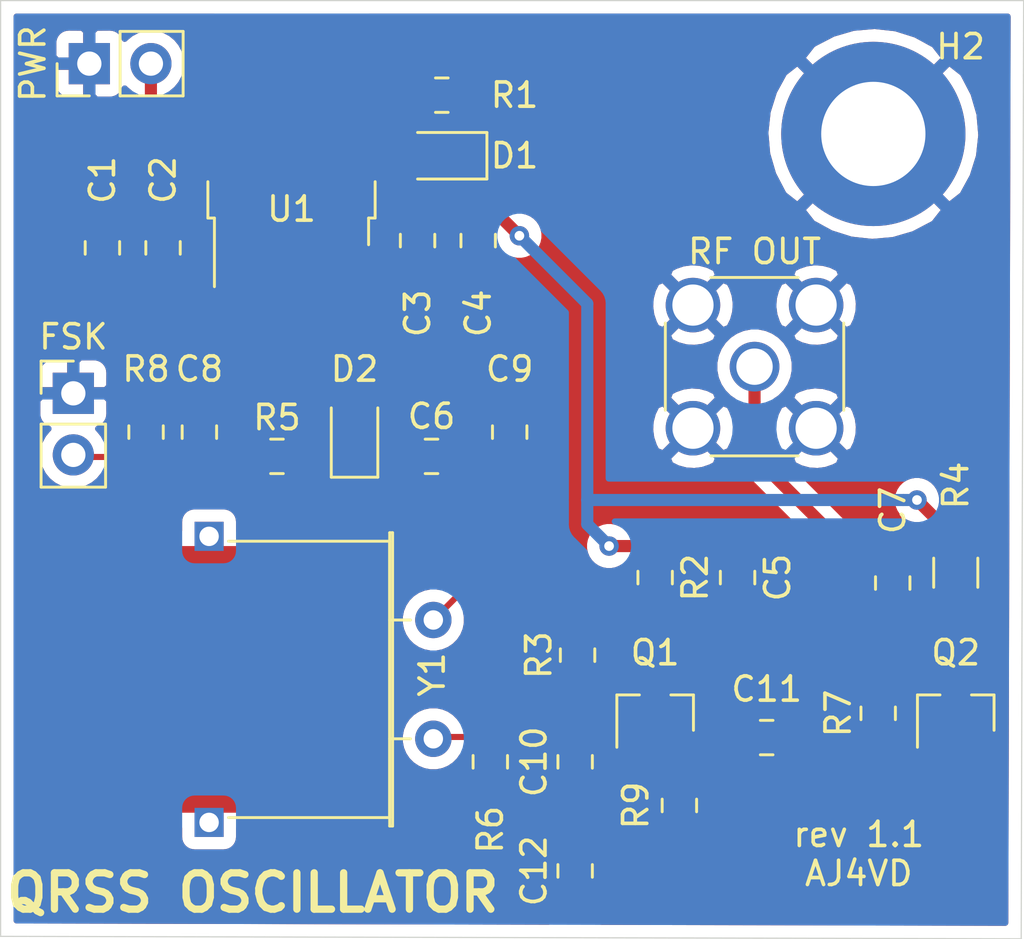
<source format=kicad_pcb>
(kicad_pcb (version 20171130) (host pcbnew "(5.1.2)-1")

  (general
    (thickness 1.6)
    (drawings 6)
    (tracks 74)
    (zones 0)
    (modules 31)
    (nets 14)
  )

  (page A4)
  (layers
    (0 F.Cu signal)
    (31 B.Cu signal)
    (32 B.Adhes user)
    (33 F.Adhes user)
    (34 B.Paste user)
    (35 F.Paste user)
    (36 B.SilkS user)
    (37 F.SilkS user)
    (38 B.Mask user)
    (39 F.Mask user)
    (40 Dwgs.User user)
    (41 Cmts.User user)
    (42 Eco1.User user)
    (43 Eco2.User user)
    (44 Edge.Cuts user)
    (45 Margin user)
    (46 B.CrtYd user)
    (47 F.CrtYd user)
    (48 B.Fab user)
    (49 F.Fab user hide)
  )

  (setup
    (last_trace_width 0.25)
    (user_trace_width 0.5)
    (trace_clearance 0.2)
    (zone_clearance 0.508)
    (zone_45_only no)
    (trace_min 0.2)
    (via_size 0.8)
    (via_drill 0.4)
    (via_min_size 0.4)
    (via_min_drill 0.3)
    (uvia_size 0.3)
    (uvia_drill 0.1)
    (uvias_allowed no)
    (uvia_min_size 0.2)
    (uvia_min_drill 0.1)
    (edge_width 0.05)
    (segment_width 0.2)
    (pcb_text_width 0.3)
    (pcb_text_size 1.5 1.5)
    (mod_edge_width 0.12)
    (mod_text_size 1 1)
    (mod_text_width 0.15)
    (pad_size 1.524 1.524)
    (pad_drill 0.762)
    (pad_to_mask_clearance 0.051)
    (solder_mask_min_width 0.25)
    (aux_axis_origin 0 0)
    (visible_elements 7FFFFFFF)
    (pcbplotparams
      (layerselection 0x010fc_ffffffff)
      (usegerberextensions false)
      (usegerberattributes false)
      (usegerberadvancedattributes false)
      (creategerberjobfile false)
      (excludeedgelayer true)
      (linewidth 0.050000)
      (plotframeref false)
      (viasonmask false)
      (mode 1)
      (useauxorigin false)
      (hpglpennumber 1)
      (hpglpenspeed 20)
      (hpglpendiameter 15.000000)
      (psnegative false)
      (psa4output false)
      (plotreference true)
      (plotvalue true)
      (plotinvisibletext false)
      (padsonsilk false)
      (subtractmaskfromsilk false)
      (outputformat 1)
      (mirror false)
      (drillshape 1)
      (scaleselection 1)
      (outputdirectory ""))
  )

  (net 0 "")
  (net 1 "Net-(C1-Pad1)")
  (net 2 GND)
  (net 3 "Net-(C5-Pad2)")
  (net 4 "Net-(C6-Pad2)")
  (net 5 "Net-(C6-Pad1)")
  (net 6 "Net-(C7-Pad1)")
  (net 7 "Net-(C7-Pad2)")
  (net 8 "Net-(C8-Pad1)")
  (net 9 "Net-(C10-Pad2)")
  (net 10 "Net-(C10-Pad1)")
  (net 11 "Net-(C11-Pad1)")
  (net 12 +5V)
  (net 13 "Net-(D1-Pad1)")

  (net_class Default "This is the default net class."
    (clearance 0.2)
    (trace_width 0.25)
    (via_dia 0.8)
    (via_drill 0.4)
    (uvia_dia 0.3)
    (uvia_drill 0.1)
    (add_net +5V)
    (add_net GND)
    (add_net "Net-(C1-Pad1)")
    (add_net "Net-(C10-Pad1)")
    (add_net "Net-(C10-Pad2)")
    (add_net "Net-(C11-Pad1)")
    (add_net "Net-(C5-Pad2)")
    (add_net "Net-(C6-Pad1)")
    (add_net "Net-(C6-Pad2)")
    (add_net "Net-(C7-Pad1)")
    (add_net "Net-(C7-Pad2)")
    (add_net "Net-(C8-Pad1)")
    (add_net "Net-(D1-Pad1)")
  )

  (module Capacitor_SMD:C_0805_2012Metric_Pad1.15x1.40mm_HandSolder (layer F.Cu) (tedit 5B36C52B) (tstamp 5D27FB54)
    (at 104.2 60.2 270)
    (descr "Capacitor SMD 0805 (2012 Metric), square (rectangular) end terminal, IPC_7351 nominal with elongated pad for handsoldering. (Body size source: https://docs.google.com/spreadsheets/d/1BsfQQcO9C6DZCsRaXUlFlo91Tg2WpOkGARC1WS5S8t0/edit?usp=sharing), generated with kicad-footprint-generator")
    (tags "capacitor handsolder")
    (path /5D259F5E)
    (attr smd)
    (fp_text reference C1 (at -2.8 0 90) (layer F.SilkS)
      (effects (font (size 1 1) (thickness 0.15)))
    )
    (fp_text value 22u (at 0 1.65 90) (layer F.Fab)
      (effects (font (size 1 1) (thickness 0.15)))
    )
    (fp_line (start -1 0.6) (end -1 -0.6) (layer F.Fab) (width 0.1))
    (fp_line (start -1 -0.6) (end 1 -0.6) (layer F.Fab) (width 0.1))
    (fp_line (start 1 -0.6) (end 1 0.6) (layer F.Fab) (width 0.1))
    (fp_line (start 1 0.6) (end -1 0.6) (layer F.Fab) (width 0.1))
    (fp_line (start -0.261252 -0.71) (end 0.261252 -0.71) (layer F.SilkS) (width 0.12))
    (fp_line (start -0.261252 0.71) (end 0.261252 0.71) (layer F.SilkS) (width 0.12))
    (fp_line (start -1.85 0.95) (end -1.85 -0.95) (layer F.CrtYd) (width 0.05))
    (fp_line (start -1.85 -0.95) (end 1.85 -0.95) (layer F.CrtYd) (width 0.05))
    (fp_line (start 1.85 -0.95) (end 1.85 0.95) (layer F.CrtYd) (width 0.05))
    (fp_line (start 1.85 0.95) (end -1.85 0.95) (layer F.CrtYd) (width 0.05))
    (fp_text user %R (at 0 0 90) (layer F.Fab)
      (effects (font (size 0.5 0.5) (thickness 0.08)))
    )
    (pad 1 smd roundrect (at -1.025 0 270) (size 1.15 1.4) (layers F.Cu F.Paste F.Mask) (roundrect_rratio 0.217391)
      (net 1 "Net-(C1-Pad1)"))
    (pad 2 smd roundrect (at 1.025 0 270) (size 1.15 1.4) (layers F.Cu F.Paste F.Mask) (roundrect_rratio 0.217391)
      (net 2 GND))
    (model ${KISYS3DMOD}/Capacitor_SMD.3dshapes/C_0805_2012Metric.wrl
      (at (xyz 0 0 0))
      (scale (xyz 1 1 1))
      (rotate (xyz 0 0 0))
    )
  )

  (module Capacitor_SMD:C_0805_2012Metric_Pad1.15x1.40mm_HandSolder (layer F.Cu) (tedit 5B36C52B) (tstamp 5D27FB65)
    (at 106.7 60.2 270)
    (descr "Capacitor SMD 0805 (2012 Metric), square (rectangular) end terminal, IPC_7351 nominal with elongated pad for handsoldering. (Body size source: https://docs.google.com/spreadsheets/d/1BsfQQcO9C6DZCsRaXUlFlo91Tg2WpOkGARC1WS5S8t0/edit?usp=sharing), generated with kicad-footprint-generator")
    (tags "capacitor handsolder")
    (path /5D2595C4)
    (attr smd)
    (fp_text reference C2 (at -2.8 0 90) (layer F.SilkS)
      (effects (font (size 1 1) (thickness 0.15)))
    )
    (fp_text value .1u (at 0 1.65 90) (layer F.Fab)
      (effects (font (size 1 1) (thickness 0.15)))
    )
    (fp_text user %R (at 0 0 90) (layer F.Fab)
      (effects (font (size 0.5 0.5) (thickness 0.08)))
    )
    (fp_line (start 1.85 0.95) (end -1.85 0.95) (layer F.CrtYd) (width 0.05))
    (fp_line (start 1.85 -0.95) (end 1.85 0.95) (layer F.CrtYd) (width 0.05))
    (fp_line (start -1.85 -0.95) (end 1.85 -0.95) (layer F.CrtYd) (width 0.05))
    (fp_line (start -1.85 0.95) (end -1.85 -0.95) (layer F.CrtYd) (width 0.05))
    (fp_line (start -0.261252 0.71) (end 0.261252 0.71) (layer F.SilkS) (width 0.12))
    (fp_line (start -0.261252 -0.71) (end 0.261252 -0.71) (layer F.SilkS) (width 0.12))
    (fp_line (start 1 0.6) (end -1 0.6) (layer F.Fab) (width 0.1))
    (fp_line (start 1 -0.6) (end 1 0.6) (layer F.Fab) (width 0.1))
    (fp_line (start -1 -0.6) (end 1 -0.6) (layer F.Fab) (width 0.1))
    (fp_line (start -1 0.6) (end -1 -0.6) (layer F.Fab) (width 0.1))
    (pad 2 smd roundrect (at 1.025 0 270) (size 1.15 1.4) (layers F.Cu F.Paste F.Mask) (roundrect_rratio 0.217391)
      (net 2 GND))
    (pad 1 smd roundrect (at -1.025 0 270) (size 1.15 1.4) (layers F.Cu F.Paste F.Mask) (roundrect_rratio 0.217391)
      (net 1 "Net-(C1-Pad1)"))
    (model ${KISYS3DMOD}/Capacitor_SMD.3dshapes/C_0805_2012Metric.wrl
      (at (xyz 0 0 0))
      (scale (xyz 1 1 1))
      (rotate (xyz 0 0 0))
    )
  )

  (module Capacitor_SMD:C_0805_2012Metric_Pad1.15x1.40mm_HandSolder (layer F.Cu) (tedit 5B36C52B) (tstamp 5D27FB76)
    (at 117.2 59.9 270)
    (descr "Capacitor SMD 0805 (2012 Metric), square (rectangular) end terminal, IPC_7351 nominal with elongated pad for handsoldering. (Body size source: https://docs.google.com/spreadsheets/d/1BsfQQcO9C6DZCsRaXUlFlo91Tg2WpOkGARC1WS5S8t0/edit?usp=sharing), generated with kicad-footprint-generator")
    (tags "capacitor handsolder")
    (path /5D25BB30)
    (attr smd)
    (fp_text reference C3 (at 3 0 90) (layer F.SilkS)
      (effects (font (size 1 1) (thickness 0.15)))
    )
    (fp_text value 22u (at 0 1.65 90) (layer F.Fab)
      (effects (font (size 1 1) (thickness 0.15)))
    )
    (fp_text user %R (at 0 0 90) (layer F.Fab)
      (effects (font (size 0.5 0.5) (thickness 0.08)))
    )
    (fp_line (start 1.85 0.95) (end -1.85 0.95) (layer F.CrtYd) (width 0.05))
    (fp_line (start 1.85 -0.95) (end 1.85 0.95) (layer F.CrtYd) (width 0.05))
    (fp_line (start -1.85 -0.95) (end 1.85 -0.95) (layer F.CrtYd) (width 0.05))
    (fp_line (start -1.85 0.95) (end -1.85 -0.95) (layer F.CrtYd) (width 0.05))
    (fp_line (start -0.261252 0.71) (end 0.261252 0.71) (layer F.SilkS) (width 0.12))
    (fp_line (start -0.261252 -0.71) (end 0.261252 -0.71) (layer F.SilkS) (width 0.12))
    (fp_line (start 1 0.6) (end -1 0.6) (layer F.Fab) (width 0.1))
    (fp_line (start 1 -0.6) (end 1 0.6) (layer F.Fab) (width 0.1))
    (fp_line (start -1 -0.6) (end 1 -0.6) (layer F.Fab) (width 0.1))
    (fp_line (start -1 0.6) (end -1 -0.6) (layer F.Fab) (width 0.1))
    (pad 2 smd roundrect (at 1.025 0 270) (size 1.15 1.4) (layers F.Cu F.Paste F.Mask) (roundrect_rratio 0.217391)
      (net 2 GND))
    (pad 1 smd roundrect (at -1.025 0 270) (size 1.15 1.4) (layers F.Cu F.Paste F.Mask) (roundrect_rratio 0.217391)
      (net 12 +5V))
    (model ${KISYS3DMOD}/Capacitor_SMD.3dshapes/C_0805_2012Metric.wrl
      (at (xyz 0 0 0))
      (scale (xyz 1 1 1))
      (rotate (xyz 0 0 0))
    )
  )

  (module Capacitor_SMD:C_0805_2012Metric_Pad1.15x1.40mm_HandSolder (layer F.Cu) (tedit 5B36C52B) (tstamp 5D27FB87)
    (at 119.7 59.9 270)
    (descr "Capacitor SMD 0805 (2012 Metric), square (rectangular) end terminal, IPC_7351 nominal with elongated pad for handsoldering. (Body size source: https://docs.google.com/spreadsheets/d/1BsfQQcO9C6DZCsRaXUlFlo91Tg2WpOkGARC1WS5S8t0/edit?usp=sharing), generated with kicad-footprint-generator")
    (tags "capacitor handsolder")
    (path /5D25C885)
    (attr smd)
    (fp_text reference C4 (at 3 0 90) (layer F.SilkS)
      (effects (font (size 1 1) (thickness 0.15)))
    )
    (fp_text value .1u (at 0 1.65 90) (layer F.Fab)
      (effects (font (size 1 1) (thickness 0.15)))
    )
    (fp_line (start -1 0.6) (end -1 -0.6) (layer F.Fab) (width 0.1))
    (fp_line (start -1 -0.6) (end 1 -0.6) (layer F.Fab) (width 0.1))
    (fp_line (start 1 -0.6) (end 1 0.6) (layer F.Fab) (width 0.1))
    (fp_line (start 1 0.6) (end -1 0.6) (layer F.Fab) (width 0.1))
    (fp_line (start -0.261252 -0.71) (end 0.261252 -0.71) (layer F.SilkS) (width 0.12))
    (fp_line (start -0.261252 0.71) (end 0.261252 0.71) (layer F.SilkS) (width 0.12))
    (fp_line (start -1.85 0.95) (end -1.85 -0.95) (layer F.CrtYd) (width 0.05))
    (fp_line (start -1.85 -0.95) (end 1.85 -0.95) (layer F.CrtYd) (width 0.05))
    (fp_line (start 1.85 -0.95) (end 1.85 0.95) (layer F.CrtYd) (width 0.05))
    (fp_line (start 1.85 0.95) (end -1.85 0.95) (layer F.CrtYd) (width 0.05))
    (fp_text user %R (at 0 0 90) (layer F.Fab)
      (effects (font (size 0.5 0.5) (thickness 0.08)))
    )
    (pad 1 smd roundrect (at -1.025 0 270) (size 1.15 1.4) (layers F.Cu F.Paste F.Mask) (roundrect_rratio 0.217391)
      (net 12 +5V))
    (pad 2 smd roundrect (at 1.025 0 270) (size 1.15 1.4) (layers F.Cu F.Paste F.Mask) (roundrect_rratio 0.217391)
      (net 2 GND))
    (model ${KISYS3DMOD}/Capacitor_SMD.3dshapes/C_0805_2012Metric.wrl
      (at (xyz 0 0 0))
      (scale (xyz 1 1 1))
      (rotate (xyz 0 0 0))
    )
  )

  (module Capacitor_SMD:C_0805_2012Metric_Pad1.15x1.40mm_HandSolder (layer F.Cu) (tedit 5B36C52B) (tstamp 5D27FB98)
    (at 130.4 73.8 270)
    (descr "Capacitor SMD 0805 (2012 Metric), square (rectangular) end terminal, IPC_7351 nominal with elongated pad for handsoldering. (Body size source: https://docs.google.com/spreadsheets/d/1BsfQQcO9C6DZCsRaXUlFlo91Tg2WpOkGARC1WS5S8t0/edit?usp=sharing), generated with kicad-footprint-generator")
    (tags "capacitor handsolder")
    (path /5D26E5FC)
    (attr smd)
    (fp_text reference C5 (at 0 -1.65 90) (layer F.SilkS)
      (effects (font (size 1 1) (thickness 0.15)))
    )
    (fp_text value .1u (at 0 1.65 90) (layer F.Fab)
      (effects (font (size 1 1) (thickness 0.15)))
    )
    (fp_text user %R (at 0 0 90) (layer F.Fab)
      (effects (font (size 0.5 0.5) (thickness 0.08)))
    )
    (fp_line (start 1.85 0.95) (end -1.85 0.95) (layer F.CrtYd) (width 0.05))
    (fp_line (start 1.85 -0.95) (end 1.85 0.95) (layer F.CrtYd) (width 0.05))
    (fp_line (start -1.85 -0.95) (end 1.85 -0.95) (layer F.CrtYd) (width 0.05))
    (fp_line (start -1.85 0.95) (end -1.85 -0.95) (layer F.CrtYd) (width 0.05))
    (fp_line (start -0.261252 0.71) (end 0.261252 0.71) (layer F.SilkS) (width 0.12))
    (fp_line (start -0.261252 -0.71) (end 0.261252 -0.71) (layer F.SilkS) (width 0.12))
    (fp_line (start 1 0.6) (end -1 0.6) (layer F.Fab) (width 0.1))
    (fp_line (start 1 -0.6) (end 1 0.6) (layer F.Fab) (width 0.1))
    (fp_line (start -1 -0.6) (end 1 -0.6) (layer F.Fab) (width 0.1))
    (fp_line (start -1 0.6) (end -1 -0.6) (layer F.Fab) (width 0.1))
    (pad 2 smd roundrect (at 1.025 0 270) (size 1.15 1.4) (layers F.Cu F.Paste F.Mask) (roundrect_rratio 0.217391)
      (net 3 "Net-(C5-Pad2)"))
    (pad 1 smd roundrect (at -1.025 0 270) (size 1.15 1.4) (layers F.Cu F.Paste F.Mask) (roundrect_rratio 0.217391)
      (net 2 GND))
    (model ${KISYS3DMOD}/Capacitor_SMD.3dshapes/C_0805_2012Metric.wrl
      (at (xyz 0 0 0))
      (scale (xyz 1 1 1))
      (rotate (xyz 0 0 0))
    )
  )

  (module Capacitor_SMD:C_0805_2012Metric_Pad1.15x1.40mm_HandSolder (layer F.Cu) (tedit 5B36C52B) (tstamp 5D27FBA9)
    (at 117.775 68.8)
    (descr "Capacitor SMD 0805 (2012 Metric), square (rectangular) end terminal, IPC_7351 nominal with elongated pad for handsoldering. (Body size source: https://docs.google.com/spreadsheets/d/1BsfQQcO9C6DZCsRaXUlFlo91Tg2WpOkGARC1WS5S8t0/edit?usp=sharing), generated with kicad-footprint-generator")
    (tags "capacitor handsolder")
    (path /5D28025A)
    (attr smd)
    (fp_text reference C6 (at 0 -1.65) (layer F.SilkS)
      (effects (font (size 1 1) (thickness 0.15)))
    )
    (fp_text value 5p (at 0 1.65) (layer F.Fab)
      (effects (font (size 1 1) (thickness 0.15)))
    )
    (fp_text user %R (at 0 0) (layer F.Fab)
      (effects (font (size 0.5 0.5) (thickness 0.08)))
    )
    (fp_line (start 1.85 0.95) (end -1.85 0.95) (layer F.CrtYd) (width 0.05))
    (fp_line (start 1.85 -0.95) (end 1.85 0.95) (layer F.CrtYd) (width 0.05))
    (fp_line (start -1.85 -0.95) (end 1.85 -0.95) (layer F.CrtYd) (width 0.05))
    (fp_line (start -1.85 0.95) (end -1.85 -0.95) (layer F.CrtYd) (width 0.05))
    (fp_line (start -0.261252 0.71) (end 0.261252 0.71) (layer F.SilkS) (width 0.12))
    (fp_line (start -0.261252 -0.71) (end 0.261252 -0.71) (layer F.SilkS) (width 0.12))
    (fp_line (start 1 0.6) (end -1 0.6) (layer F.Fab) (width 0.1))
    (fp_line (start 1 -0.6) (end 1 0.6) (layer F.Fab) (width 0.1))
    (fp_line (start -1 -0.6) (end 1 -0.6) (layer F.Fab) (width 0.1))
    (fp_line (start -1 0.6) (end -1 -0.6) (layer F.Fab) (width 0.1))
    (pad 2 smd roundrect (at 1.025 0) (size 1.15 1.4) (layers F.Cu F.Paste F.Mask) (roundrect_rratio 0.217391)
      (net 4 "Net-(C6-Pad2)"))
    (pad 1 smd roundrect (at -1.025 0) (size 1.15 1.4) (layers F.Cu F.Paste F.Mask) (roundrect_rratio 0.217391)
      (net 5 "Net-(C6-Pad1)"))
    (model ${KISYS3DMOD}/Capacitor_SMD.3dshapes/C_0805_2012Metric.wrl
      (at (xyz 0 0 0))
      (scale (xyz 1 1 1))
      (rotate (xyz 0 0 0))
    )
  )

  (module Capacitor_SMD:C_0805_2012Metric_Pad1.15x1.40mm_HandSolder (layer F.Cu) (tedit 5B36C52B) (tstamp 5D27FBBA)
    (at 136.8 74.025 270)
    (descr "Capacitor SMD 0805 (2012 Metric), square (rectangular) end terminal, IPC_7351 nominal with elongated pad for handsoldering. (Body size source: https://docs.google.com/spreadsheets/d/1BsfQQcO9C6DZCsRaXUlFlo91Tg2WpOkGARC1WS5S8t0/edit?usp=sharing), generated with kicad-footprint-generator")
    (tags "capacitor handsolder")
    (path /5D2AB30E)
    (attr smd)
    (fp_text reference C7 (at -3 0 90) (layer F.SilkS)
      (effects (font (size 1 1) (thickness 0.15)))
    )
    (fp_text value 1n (at 0 1.65 90) (layer F.Fab)
      (effects (font (size 1 1) (thickness 0.15)))
    )
    (fp_line (start -1 0.6) (end -1 -0.6) (layer F.Fab) (width 0.1))
    (fp_line (start -1 -0.6) (end 1 -0.6) (layer F.Fab) (width 0.1))
    (fp_line (start 1 -0.6) (end 1 0.6) (layer F.Fab) (width 0.1))
    (fp_line (start 1 0.6) (end -1 0.6) (layer F.Fab) (width 0.1))
    (fp_line (start -0.261252 -0.71) (end 0.261252 -0.71) (layer F.SilkS) (width 0.12))
    (fp_line (start -0.261252 0.71) (end 0.261252 0.71) (layer F.SilkS) (width 0.12))
    (fp_line (start -1.85 0.95) (end -1.85 -0.95) (layer F.CrtYd) (width 0.05))
    (fp_line (start -1.85 -0.95) (end 1.85 -0.95) (layer F.CrtYd) (width 0.05))
    (fp_line (start 1.85 -0.95) (end 1.85 0.95) (layer F.CrtYd) (width 0.05))
    (fp_line (start 1.85 0.95) (end -1.85 0.95) (layer F.CrtYd) (width 0.05))
    (fp_text user %R (at 0 0 90) (layer F.Fab)
      (effects (font (size 0.5 0.5) (thickness 0.08)))
    )
    (pad 1 smd roundrect (at -1.025 0 270) (size 1.15 1.4) (layers F.Cu F.Paste F.Mask) (roundrect_rratio 0.217391)
      (net 6 "Net-(C7-Pad1)"))
    (pad 2 smd roundrect (at 1.025 0 270) (size 1.15 1.4) (layers F.Cu F.Paste F.Mask) (roundrect_rratio 0.217391)
      (net 7 "Net-(C7-Pad2)"))
    (model ${KISYS3DMOD}/Capacitor_SMD.3dshapes/C_0805_2012Metric.wrl
      (at (xyz 0 0 0))
      (scale (xyz 1 1 1))
      (rotate (xyz 0 0 0))
    )
  )

  (module Capacitor_SMD:C_0805_2012Metric_Pad1.15x1.40mm_HandSolder (layer F.Cu) (tedit 5B36C52B) (tstamp 5D27FBCB)
    (at 108.2 67.8 90)
    (descr "Capacitor SMD 0805 (2012 Metric), square (rectangular) end terminal, IPC_7351 nominal with elongated pad for handsoldering. (Body size source: https://docs.google.com/spreadsheets/d/1BsfQQcO9C6DZCsRaXUlFlo91Tg2WpOkGARC1WS5S8t0/edit?usp=sharing), generated with kicad-footprint-generator")
    (tags "capacitor handsolder")
    (path /5D28E939)
    (attr smd)
    (fp_text reference C8 (at 2.6 0 180) (layer F.SilkS)
      (effects (font (size 1 1) (thickness 0.15)))
    )
    (fp_text value .1u (at 0 1.65 90) (layer F.Fab)
      (effects (font (size 1 1) (thickness 0.15)))
    )
    (fp_line (start -1 0.6) (end -1 -0.6) (layer F.Fab) (width 0.1))
    (fp_line (start -1 -0.6) (end 1 -0.6) (layer F.Fab) (width 0.1))
    (fp_line (start 1 -0.6) (end 1 0.6) (layer F.Fab) (width 0.1))
    (fp_line (start 1 0.6) (end -1 0.6) (layer F.Fab) (width 0.1))
    (fp_line (start -0.261252 -0.71) (end 0.261252 -0.71) (layer F.SilkS) (width 0.12))
    (fp_line (start -0.261252 0.71) (end 0.261252 0.71) (layer F.SilkS) (width 0.12))
    (fp_line (start -1.85 0.95) (end -1.85 -0.95) (layer F.CrtYd) (width 0.05))
    (fp_line (start -1.85 -0.95) (end 1.85 -0.95) (layer F.CrtYd) (width 0.05))
    (fp_line (start 1.85 -0.95) (end 1.85 0.95) (layer F.CrtYd) (width 0.05))
    (fp_line (start 1.85 0.95) (end -1.85 0.95) (layer F.CrtYd) (width 0.05))
    (fp_text user %R (at 0 0 90) (layer F.Fab)
      (effects (font (size 0.5 0.5) (thickness 0.08)))
    )
    (pad 1 smd roundrect (at -1.025 0 90) (size 1.15 1.4) (layers F.Cu F.Paste F.Mask) (roundrect_rratio 0.217391)
      (net 8 "Net-(C8-Pad1)"))
    (pad 2 smd roundrect (at 1.025 0 90) (size 1.15 1.4) (layers F.Cu F.Paste F.Mask) (roundrect_rratio 0.217391)
      (net 2 GND))
    (model ${KISYS3DMOD}/Capacitor_SMD.3dshapes/C_0805_2012Metric.wrl
      (at (xyz 0 0 0))
      (scale (xyz 1 1 1))
      (rotate (xyz 0 0 0))
    )
  )

  (module Capacitor_SMD:C_0805_2012Metric_Pad1.15x1.40mm_HandSolder (layer F.Cu) (tedit 5B36C52B) (tstamp 5D27FBDC)
    (at 121 67.8 90)
    (descr "Capacitor SMD 0805 (2012 Metric), square (rectangular) end terminal, IPC_7351 nominal with elongated pad for handsoldering. (Body size source: https://docs.google.com/spreadsheets/d/1BsfQQcO9C6DZCsRaXUlFlo91Tg2WpOkGARC1WS5S8t0/edit?usp=sharing), generated with kicad-footprint-generator")
    (tags "capacitor handsolder")
    (path /5D292E8B)
    (attr smd)
    (fp_text reference C9 (at 2.6 0 180) (layer F.SilkS)
      (effects (font (size 1 1) (thickness 0.15)))
    )
    (fp_text value 20p (at 0 1.65 90) (layer F.Fab)
      (effects (font (size 1 1) (thickness 0.15)))
    )
    (fp_text user %R (at 0 0 90) (layer F.Fab)
      (effects (font (size 0.5 0.5) (thickness 0.08)))
    )
    (fp_line (start 1.85 0.95) (end -1.85 0.95) (layer F.CrtYd) (width 0.05))
    (fp_line (start 1.85 -0.95) (end 1.85 0.95) (layer F.CrtYd) (width 0.05))
    (fp_line (start -1.85 -0.95) (end 1.85 -0.95) (layer F.CrtYd) (width 0.05))
    (fp_line (start -1.85 0.95) (end -1.85 -0.95) (layer F.CrtYd) (width 0.05))
    (fp_line (start -0.261252 0.71) (end 0.261252 0.71) (layer F.SilkS) (width 0.12))
    (fp_line (start -0.261252 -0.71) (end 0.261252 -0.71) (layer F.SilkS) (width 0.12))
    (fp_line (start 1 0.6) (end -1 0.6) (layer F.Fab) (width 0.1))
    (fp_line (start 1 -0.6) (end 1 0.6) (layer F.Fab) (width 0.1))
    (fp_line (start -1 -0.6) (end 1 -0.6) (layer F.Fab) (width 0.1))
    (fp_line (start -1 0.6) (end -1 -0.6) (layer F.Fab) (width 0.1))
    (pad 2 smd roundrect (at 1.025 0 90) (size 1.15 1.4) (layers F.Cu F.Paste F.Mask) (roundrect_rratio 0.217391)
      (net 2 GND))
    (pad 1 smd roundrect (at -1.025 0 90) (size 1.15 1.4) (layers F.Cu F.Paste F.Mask) (roundrect_rratio 0.217391)
      (net 4 "Net-(C6-Pad2)"))
    (model ${KISYS3DMOD}/Capacitor_SMD.3dshapes/C_0805_2012Metric.wrl
      (at (xyz 0 0 0))
      (scale (xyz 1 1 1))
      (rotate (xyz 0 0 0))
    )
  )

  (module Capacitor_SMD:C_0805_2012Metric_Pad1.15x1.40mm_HandSolder (layer F.Cu) (tedit 5B36C52B) (tstamp 5D27FBED)
    (at 123.7 81.4 270)
    (descr "Capacitor SMD 0805 (2012 Metric), square (rectangular) end terminal, IPC_7351 nominal with elongated pad for handsoldering. (Body size source: https://docs.google.com/spreadsheets/d/1BsfQQcO9C6DZCsRaXUlFlo91Tg2WpOkGARC1WS5S8t0/edit?usp=sharing), generated with kicad-footprint-generator")
    (tags "capacitor handsolder")
    (path /5D2671C4)
    (attr smd)
    (fp_text reference C10 (at 0 1.7 90) (layer F.SilkS)
      (effects (font (size 1 1) (thickness 0.15)))
    )
    (fp_text value 120p (at 0 1.65 90) (layer F.Fab)
      (effects (font (size 1 1) (thickness 0.15)))
    )
    (fp_line (start -1 0.6) (end -1 -0.6) (layer F.Fab) (width 0.1))
    (fp_line (start -1 -0.6) (end 1 -0.6) (layer F.Fab) (width 0.1))
    (fp_line (start 1 -0.6) (end 1 0.6) (layer F.Fab) (width 0.1))
    (fp_line (start 1 0.6) (end -1 0.6) (layer F.Fab) (width 0.1))
    (fp_line (start -0.261252 -0.71) (end 0.261252 -0.71) (layer F.SilkS) (width 0.12))
    (fp_line (start -0.261252 0.71) (end 0.261252 0.71) (layer F.SilkS) (width 0.12))
    (fp_line (start -1.85 0.95) (end -1.85 -0.95) (layer F.CrtYd) (width 0.05))
    (fp_line (start -1.85 -0.95) (end 1.85 -0.95) (layer F.CrtYd) (width 0.05))
    (fp_line (start 1.85 -0.95) (end 1.85 0.95) (layer F.CrtYd) (width 0.05))
    (fp_line (start 1.85 0.95) (end -1.85 0.95) (layer F.CrtYd) (width 0.05))
    (fp_text user %R (at 0 0 90) (layer F.Fab)
      (effects (font (size 0.5 0.5) (thickness 0.08)))
    )
    (pad 1 smd roundrect (at -1.025 0 270) (size 1.15 1.4) (layers F.Cu F.Paste F.Mask) (roundrect_rratio 0.217391)
      (net 10 "Net-(C10-Pad1)"))
    (pad 2 smd roundrect (at 1.025 0 270) (size 1.15 1.4) (layers F.Cu F.Paste F.Mask) (roundrect_rratio 0.217391)
      (net 9 "Net-(C10-Pad2)"))
    (model ${KISYS3DMOD}/Capacitor_SMD.3dshapes/C_0805_2012Metric.wrl
      (at (xyz 0 0 0))
      (scale (xyz 1 1 1))
      (rotate (xyz 0 0 0))
    )
  )

  (module Capacitor_SMD:C_0805_2012Metric_Pad1.15x1.40mm_HandSolder (layer F.Cu) (tedit 5B36C52B) (tstamp 5D27FBFE)
    (at 131.6 80.4 180)
    (descr "Capacitor SMD 0805 (2012 Metric), square (rectangular) end terminal, IPC_7351 nominal with elongated pad for handsoldering. (Body size source: https://docs.google.com/spreadsheets/d/1BsfQQcO9C6DZCsRaXUlFlo91Tg2WpOkGARC1WS5S8t0/edit?usp=sharing), generated with kicad-footprint-generator")
    (tags "capacitor handsolder")
    (path /5D29F74B)
    (attr smd)
    (fp_text reference C11 (at 0 2) (layer F.SilkS)
      (effects (font (size 1 1) (thickness 0.15)))
    )
    (fp_text value 120p (at 0 1.65) (layer F.Fab)
      (effects (font (size 1 1) (thickness 0.15)))
    )
    (fp_text user %R (at 0 0) (layer F.Fab)
      (effects (font (size 0.5 0.5) (thickness 0.08)))
    )
    (fp_line (start 1.85 0.95) (end -1.85 0.95) (layer F.CrtYd) (width 0.05))
    (fp_line (start 1.85 -0.95) (end 1.85 0.95) (layer F.CrtYd) (width 0.05))
    (fp_line (start -1.85 -0.95) (end 1.85 -0.95) (layer F.CrtYd) (width 0.05))
    (fp_line (start -1.85 0.95) (end -1.85 -0.95) (layer F.CrtYd) (width 0.05))
    (fp_line (start -0.261252 0.71) (end 0.261252 0.71) (layer F.SilkS) (width 0.12))
    (fp_line (start -0.261252 -0.71) (end 0.261252 -0.71) (layer F.SilkS) (width 0.12))
    (fp_line (start 1 0.6) (end -1 0.6) (layer F.Fab) (width 0.1))
    (fp_line (start 1 -0.6) (end 1 0.6) (layer F.Fab) (width 0.1))
    (fp_line (start -1 -0.6) (end 1 -0.6) (layer F.Fab) (width 0.1))
    (fp_line (start -1 0.6) (end -1 -0.6) (layer F.Fab) (width 0.1))
    (pad 2 smd roundrect (at 1.025 0 180) (size 1.15 1.4) (layers F.Cu F.Paste F.Mask) (roundrect_rratio 0.217391)
      (net 9 "Net-(C10-Pad2)"))
    (pad 1 smd roundrect (at -1.025 0 180) (size 1.15 1.4) (layers F.Cu F.Paste F.Mask) (roundrect_rratio 0.217391)
      (net 11 "Net-(C11-Pad1)"))
    (model ${KISYS3DMOD}/Capacitor_SMD.3dshapes/C_0805_2012Metric.wrl
      (at (xyz 0 0 0))
      (scale (xyz 1 1 1))
      (rotate (xyz 0 0 0))
    )
  )

  (module Capacitor_SMD:C_0805_2012Metric_Pad1.15x1.40mm_HandSolder (layer F.Cu) (tedit 5B36C52B) (tstamp 5D27FC0F)
    (at 123.7 85.9 270)
    (descr "Capacitor SMD 0805 (2012 Metric), square (rectangular) end terminal, IPC_7351 nominal with elongated pad for handsoldering. (Body size source: https://docs.google.com/spreadsheets/d/1BsfQQcO9C6DZCsRaXUlFlo91Tg2WpOkGARC1WS5S8t0/edit?usp=sharing), generated with kicad-footprint-generator")
    (tags "capacitor handsolder")
    (path /5D2678BD)
    (attr smd)
    (fp_text reference C12 (at 0 1.7 90) (layer F.SilkS)
      (effects (font (size 1 1) (thickness 0.15)))
    )
    (fp_text value 120p (at 0 1.65 90) (layer F.Fab)
      (effects (font (size 1 1) (thickness 0.15)))
    )
    (fp_text user %R (at 0 0 90) (layer F.Fab)
      (effects (font (size 0.5 0.5) (thickness 0.08)))
    )
    (fp_line (start 1.85 0.95) (end -1.85 0.95) (layer F.CrtYd) (width 0.05))
    (fp_line (start 1.85 -0.95) (end 1.85 0.95) (layer F.CrtYd) (width 0.05))
    (fp_line (start -1.85 -0.95) (end 1.85 -0.95) (layer F.CrtYd) (width 0.05))
    (fp_line (start -1.85 0.95) (end -1.85 -0.95) (layer F.CrtYd) (width 0.05))
    (fp_line (start -0.261252 0.71) (end 0.261252 0.71) (layer F.SilkS) (width 0.12))
    (fp_line (start -0.261252 -0.71) (end 0.261252 -0.71) (layer F.SilkS) (width 0.12))
    (fp_line (start 1 0.6) (end -1 0.6) (layer F.Fab) (width 0.1))
    (fp_line (start 1 -0.6) (end 1 0.6) (layer F.Fab) (width 0.1))
    (fp_line (start -1 -0.6) (end 1 -0.6) (layer F.Fab) (width 0.1))
    (fp_line (start -1 0.6) (end -1 -0.6) (layer F.Fab) (width 0.1))
    (pad 2 smd roundrect (at 1.025 0 270) (size 1.15 1.4) (layers F.Cu F.Paste F.Mask) (roundrect_rratio 0.217391)
      (net 2 GND))
    (pad 1 smd roundrect (at -1.025 0 270) (size 1.15 1.4) (layers F.Cu F.Paste F.Mask) (roundrect_rratio 0.217391)
      (net 9 "Net-(C10-Pad2)"))
    (model ${KISYS3DMOD}/Capacitor_SMD.3dshapes/C_0805_2012Metric.wrl
      (at (xyz 0 0 0))
      (scale (xyz 1 1 1))
      (rotate (xyz 0 0 0))
    )
  )

  (module LED_SMD:LED_0805_2012Metric_Pad1.15x1.40mm_HandSolder (layer F.Cu) (tedit 5B4B45C9) (tstamp 5D27FC22)
    (at 118.2 56.4 180)
    (descr "LED SMD 0805 (2012 Metric), square (rectangular) end terminal, IPC_7351 nominal, (Body size source: https://docs.google.com/spreadsheets/d/1BsfQQcO9C6DZCsRaXUlFlo91Tg2WpOkGARC1WS5S8t0/edit?usp=sharing), generated with kicad-footprint-generator")
    (tags "LED handsolder")
    (path /5D25E00B)
    (attr smd)
    (fp_text reference D1 (at -3 0) (layer F.SilkS)
      (effects (font (size 1 1) (thickness 0.15)))
    )
    (fp_text value POWER (at 0 1.65) (layer F.Fab)
      (effects (font (size 1 1) (thickness 0.15)))
    )
    (fp_line (start 1 -0.6) (end -0.7 -0.6) (layer F.Fab) (width 0.1))
    (fp_line (start -0.7 -0.6) (end -1 -0.3) (layer F.Fab) (width 0.1))
    (fp_line (start -1 -0.3) (end -1 0.6) (layer F.Fab) (width 0.1))
    (fp_line (start -1 0.6) (end 1 0.6) (layer F.Fab) (width 0.1))
    (fp_line (start 1 0.6) (end 1 -0.6) (layer F.Fab) (width 0.1))
    (fp_line (start 1 -0.96) (end -1.86 -0.96) (layer F.SilkS) (width 0.12))
    (fp_line (start -1.86 -0.96) (end -1.86 0.96) (layer F.SilkS) (width 0.12))
    (fp_line (start -1.86 0.96) (end 1 0.96) (layer F.SilkS) (width 0.12))
    (fp_line (start -1.85 0.95) (end -1.85 -0.95) (layer F.CrtYd) (width 0.05))
    (fp_line (start -1.85 -0.95) (end 1.85 -0.95) (layer F.CrtYd) (width 0.05))
    (fp_line (start 1.85 -0.95) (end 1.85 0.95) (layer F.CrtYd) (width 0.05))
    (fp_line (start 1.85 0.95) (end -1.85 0.95) (layer F.CrtYd) (width 0.05))
    (fp_text user %R (at 0 0) (layer F.Fab)
      (effects (font (size 0.5 0.5) (thickness 0.08)))
    )
    (pad 1 smd roundrect (at -1.025 0 180) (size 1.15 1.4) (layers F.Cu F.Paste F.Mask) (roundrect_rratio 0.217391)
      (net 13 "Net-(D1-Pad1)"))
    (pad 2 smd roundrect (at 1.025 0 180) (size 1.15 1.4) (layers F.Cu F.Paste F.Mask) (roundrect_rratio 0.217391)
      (net 12 +5V))
    (model ${KISYS3DMOD}/LED_SMD.3dshapes/LED_0805_2012Metric.wrl
      (at (xyz 0 0 0))
      (scale (xyz 1 1 1))
      (rotate (xyz 0 0 0))
    )
  )

  (module LED_SMD:LED_0805_2012Metric_Pad1.15x1.40mm_HandSolder (layer F.Cu) (tedit 5B4B45C9) (tstamp 5D27FC35)
    (at 114.6 67.8 90)
    (descr "LED SMD 0805 (2012 Metric), square (rectangular) end terminal, IPC_7351 nominal, (Body size source: https://docs.google.com/spreadsheets/d/1BsfQQcO9C6DZCsRaXUlFlo91Tg2WpOkGARC1WS5S8t0/edit?usp=sharing), generated with kicad-footprint-generator")
    (tags "LED handsolder")
    (path /5D2814C6)
    (attr smd)
    (fp_text reference D2 (at 2.6 0 180) (layer F.SilkS)
      (effects (font (size 1 1) (thickness 0.15)))
    )
    (fp_text value VARAC (at 0 1.65 90) (layer F.Fab)
      (effects (font (size 1 1) (thickness 0.15)))
    )
    (fp_text user %R (at 0 0 90) (layer F.Fab)
      (effects (font (size 0.5 0.5) (thickness 0.08)))
    )
    (fp_line (start 1.85 0.95) (end -1.85 0.95) (layer F.CrtYd) (width 0.05))
    (fp_line (start 1.85 -0.95) (end 1.85 0.95) (layer F.CrtYd) (width 0.05))
    (fp_line (start -1.85 -0.95) (end 1.85 -0.95) (layer F.CrtYd) (width 0.05))
    (fp_line (start -1.85 0.95) (end -1.85 -0.95) (layer F.CrtYd) (width 0.05))
    (fp_line (start -1.86 0.96) (end 1 0.96) (layer F.SilkS) (width 0.12))
    (fp_line (start -1.86 -0.96) (end -1.86 0.96) (layer F.SilkS) (width 0.12))
    (fp_line (start 1 -0.96) (end -1.86 -0.96) (layer F.SilkS) (width 0.12))
    (fp_line (start 1 0.6) (end 1 -0.6) (layer F.Fab) (width 0.1))
    (fp_line (start -1 0.6) (end 1 0.6) (layer F.Fab) (width 0.1))
    (fp_line (start -1 -0.3) (end -1 0.6) (layer F.Fab) (width 0.1))
    (fp_line (start -0.7 -0.6) (end -1 -0.3) (layer F.Fab) (width 0.1))
    (fp_line (start 1 -0.6) (end -0.7 -0.6) (layer F.Fab) (width 0.1))
    (pad 2 smd roundrect (at 1.025 0 90) (size 1.15 1.4) (layers F.Cu F.Paste F.Mask) (roundrect_rratio 0.217391)
      (net 2 GND))
    (pad 1 smd roundrect (at -1.025 0 90) (size 1.15 1.4) (layers F.Cu F.Paste F.Mask) (roundrect_rratio 0.217391)
      (net 5 "Net-(C6-Pad1)"))
    (model ${KISYS3DMOD}/LED_SMD.3dshapes/LED_0805_2012Metric.wrl
      (at (xyz 0 0 0))
      (scale (xyz 1 1 1))
      (rotate (xyz 0 0 0))
    )
  )

  (module MountingHole:MountingHole_4.3mm_M4_ISO7380_Pad (layer F.Cu) (tedit 56D1B4CB) (tstamp 5D27FC3D)
    (at 136 55.5)
    (descr "Mounting Hole 4.3mm, M4, ISO7380")
    (tags "mounting hole 4.3mm m4 iso7380")
    (path /5D2F819C)
    (attr virtual)
    (fp_text reference H2 (at 3.6 -3.6) (layer F.SilkS)
      (effects (font (size 1 1) (thickness 0.15)))
    )
    (fp_text value hole (at 0 4.8) (layer F.Fab)
      (effects (font (size 1 1) (thickness 0.15)))
    )
    (fp_text user %R (at 0.3 0) (layer F.Fab)
      (effects (font (size 1 1) (thickness 0.15)))
    )
    (fp_circle (center 0 0) (end 3.8 0) (layer Cmts.User) (width 0.15))
    (fp_circle (center 0 0) (end 4.05 0) (layer F.CrtYd) (width 0.05))
    (pad 1 thru_hole circle (at 0 0) (size 7.6 7.6) (drill 4.3) (layers *.Cu *.Mask)
      (net 2 GND))
  )

  (module Connector_PinHeader_2.54mm:PinHeader_1x02_P2.54mm_Vertical (layer F.Cu) (tedit 59FED5CC) (tstamp 5D27FC53)
    (at 103.66 52.6 90)
    (descr "Through hole straight pin header, 1x02, 2.54mm pitch, single row")
    (tags "Through hole pin header THT 1x02 2.54mm single row")
    (path /5D2E24C6)
    (fp_text reference PWR (at 0 -2.33 90) (layer F.SilkS)
      (effects (font (size 1 1) (thickness 0.15)))
    )
    (fp_text value PWR (at 0 4.87 90) (layer F.Fab)
      (effects (font (size 1 1) (thickness 0.15)))
    )
    (fp_text user %R (at 0 1.27) (layer F.Fab)
      (effects (font (size 1 1) (thickness 0.15)))
    )
    (fp_line (start 1.8 -1.8) (end -1.8 -1.8) (layer F.CrtYd) (width 0.05))
    (fp_line (start 1.8 4.35) (end 1.8 -1.8) (layer F.CrtYd) (width 0.05))
    (fp_line (start -1.8 4.35) (end 1.8 4.35) (layer F.CrtYd) (width 0.05))
    (fp_line (start -1.8 -1.8) (end -1.8 4.35) (layer F.CrtYd) (width 0.05))
    (fp_line (start -1.33 -1.33) (end 0 -1.33) (layer F.SilkS) (width 0.12))
    (fp_line (start -1.33 0) (end -1.33 -1.33) (layer F.SilkS) (width 0.12))
    (fp_line (start -1.33 1.27) (end 1.33 1.27) (layer F.SilkS) (width 0.12))
    (fp_line (start 1.33 1.27) (end 1.33 3.87) (layer F.SilkS) (width 0.12))
    (fp_line (start -1.33 1.27) (end -1.33 3.87) (layer F.SilkS) (width 0.12))
    (fp_line (start -1.33 3.87) (end 1.33 3.87) (layer F.SilkS) (width 0.12))
    (fp_line (start -1.27 -0.635) (end -0.635 -1.27) (layer F.Fab) (width 0.1))
    (fp_line (start -1.27 3.81) (end -1.27 -0.635) (layer F.Fab) (width 0.1))
    (fp_line (start 1.27 3.81) (end -1.27 3.81) (layer F.Fab) (width 0.1))
    (fp_line (start 1.27 -1.27) (end 1.27 3.81) (layer F.Fab) (width 0.1))
    (fp_line (start -0.635 -1.27) (end 1.27 -1.27) (layer F.Fab) (width 0.1))
    (pad 2 thru_hole oval (at 0 2.54 90) (size 1.7 1.7) (drill 1) (layers *.Cu *.Mask)
      (net 1 "Net-(C1-Pad1)"))
    (pad 1 thru_hole rect (at 0 0 90) (size 1.7 1.7) (drill 1) (layers *.Cu *.Mask)
      (net 2 GND))
    (model ${KISYS3DMOD}/Connector_PinHeader_2.54mm.3dshapes/PinHeader_1x02_P2.54mm_Vertical.wrl
      (at (xyz 0 0 0))
      (scale (xyz 1 1 1))
      (rotate (xyz 0 0 0))
    )
  )

  (module Connector_PinHeader_2.54mm:PinHeader_1x02_P2.54mm_Vertical (layer F.Cu) (tedit 59FED5CC) (tstamp 5D27FC69)
    (at 103 66.2)
    (descr "Through hole straight pin header, 1x02, 2.54mm pitch, single row")
    (tags "Through hole pin header THT 1x02 2.54mm single row")
    (path /5D2EDDE2)
    (fp_text reference FSK (at 0 -2.33) (layer F.SilkS)
      (effects (font (size 1 1) (thickness 0.15)))
    )
    (fp_text value FSK (at 0 4.87) (layer F.Fab)
      (effects (font (size 1 1) (thickness 0.15)))
    )
    (fp_line (start -0.635 -1.27) (end 1.27 -1.27) (layer F.Fab) (width 0.1))
    (fp_line (start 1.27 -1.27) (end 1.27 3.81) (layer F.Fab) (width 0.1))
    (fp_line (start 1.27 3.81) (end -1.27 3.81) (layer F.Fab) (width 0.1))
    (fp_line (start -1.27 3.81) (end -1.27 -0.635) (layer F.Fab) (width 0.1))
    (fp_line (start -1.27 -0.635) (end -0.635 -1.27) (layer F.Fab) (width 0.1))
    (fp_line (start -1.33 3.87) (end 1.33 3.87) (layer F.SilkS) (width 0.12))
    (fp_line (start -1.33 1.27) (end -1.33 3.87) (layer F.SilkS) (width 0.12))
    (fp_line (start 1.33 1.27) (end 1.33 3.87) (layer F.SilkS) (width 0.12))
    (fp_line (start -1.33 1.27) (end 1.33 1.27) (layer F.SilkS) (width 0.12))
    (fp_line (start -1.33 0) (end -1.33 -1.33) (layer F.SilkS) (width 0.12))
    (fp_line (start -1.33 -1.33) (end 0 -1.33) (layer F.SilkS) (width 0.12))
    (fp_line (start -1.8 -1.8) (end -1.8 4.35) (layer F.CrtYd) (width 0.05))
    (fp_line (start -1.8 4.35) (end 1.8 4.35) (layer F.CrtYd) (width 0.05))
    (fp_line (start 1.8 4.35) (end 1.8 -1.8) (layer F.CrtYd) (width 0.05))
    (fp_line (start 1.8 -1.8) (end -1.8 -1.8) (layer F.CrtYd) (width 0.05))
    (fp_text user %R (at 0 1.27 90) (layer F.Fab)
      (effects (font (size 1 1) (thickness 0.15)))
    )
    (pad 1 thru_hole rect (at 0 0) (size 1.7 1.7) (drill 1) (layers *.Cu *.Mask)
      (net 2 GND))
    (pad 2 thru_hole oval (at 0 2.54) (size 1.7 1.7) (drill 1) (layers *.Cu *.Mask)
      (net 8 "Net-(C8-Pad1)"))
    (model ${KISYS3DMOD}/Connector_PinHeader_2.54mm.3dshapes/PinHeader_1x02_P2.54mm_Vertical.wrl
      (at (xyz 0 0 0))
      (scale (xyz 1 1 1))
      (rotate (xyz 0 0 0))
    )
  )

  (module Connector_Coaxial:SMA_Amphenol_132134-16_Vertical (layer F.Cu) (tedit 5B2F4D94) (tstamp 5D27FC80)
    (at 131.1 65.1)
    (descr https://www.amphenolrf.com/downloads/dl/file/id/1141/product/2978/132134_16_customer_drawing.pdf)
    (tags "SMA THT Female Jack Vertical ExtendedLegs")
    (path /5D2B5DC2)
    (fp_text reference "RF OUT" (at 0 -4.75) (layer F.SilkS)
      (effects (font (size 1 1) (thickness 0.15)))
    )
    (fp_text value RF-OUT (at 0 5) (layer F.Fab)
      (effects (font (size 1 1) (thickness 0.15)))
    )
    (fp_circle (center 0 0) (end 3.175 0) (layer F.Fab) (width 0.1))
    (fp_line (start 4.17 4.17) (end -4.17 4.17) (layer F.CrtYd) (width 0.05))
    (fp_line (start 4.17 4.17) (end 4.17 -4.17) (layer F.CrtYd) (width 0.05))
    (fp_line (start -4.17 -4.17) (end -4.17 4.17) (layer F.CrtYd) (width 0.05))
    (fp_line (start -4.17 -4.17) (end 4.17 -4.17) (layer F.CrtYd) (width 0.05))
    (fp_line (start -3.5 -3.5) (end 3.5 -3.5) (layer F.Fab) (width 0.1))
    (fp_line (start -3.5 -3.5) (end -3.5 3.5) (layer F.Fab) (width 0.1))
    (fp_line (start -3.5 3.5) (end 3.5 3.5) (layer F.Fab) (width 0.1))
    (fp_line (start 3.5 -3.5) (end 3.5 3.5) (layer F.Fab) (width 0.1))
    (fp_line (start -3.68 -1.8) (end -3.68 1.8) (layer F.SilkS) (width 0.12))
    (fp_line (start 3.68 -1.8) (end 3.68 1.8) (layer F.SilkS) (width 0.12))
    (fp_line (start -1.8 3.68) (end 1.8 3.68) (layer F.SilkS) (width 0.12))
    (fp_line (start -1.8 -3.68) (end 1.8 -3.68) (layer F.SilkS) (width 0.12))
    (fp_text user %R (at 0 0) (layer F.Fab)
      (effects (font (size 1 1) (thickness 0.15)))
    )
    (pad 1 thru_hole circle (at 0 0) (size 2.05 2.05) (drill 1.5) (layers *.Cu *.Mask)
      (net 6 "Net-(C7-Pad1)"))
    (pad 2 thru_hole circle (at 2.54 2.54) (size 2.25 2.25) (drill 1.7) (layers *.Cu *.Mask)
      (net 2 GND))
    (pad 2 thru_hole circle (at 2.54 -2.54) (size 2.25 2.25) (drill 1.7) (layers *.Cu *.Mask)
      (net 2 GND))
    (pad 2 thru_hole circle (at -2.54 -2.54) (size 2.25 2.25) (drill 1.7) (layers *.Cu *.Mask)
      (net 2 GND))
    (pad 2 thru_hole circle (at -2.54 2.54) (size 2.25 2.25) (drill 1.7) (layers *.Cu *.Mask)
      (net 2 GND))
    (model ${KISYS3DMOD}/Connector_Coaxial.3dshapes/SMA_Amphenol_132134-16_Vertical.wrl
      (at (xyz 0 0 0))
      (scale (xyz 1 1 1))
      (rotate (xyz 0 0 0))
    )
  )

  (module Package_TO_SOT_SMD:SOT-23 (layer F.Cu) (tedit 5A02FF57) (tstamp 5D27FC95)
    (at 127 79.4 90)
    (descr "SOT-23, Standard")
    (tags SOT-23)
    (path /5D2D2729)
    (attr smd)
    (fp_text reference Q1 (at 2.5 0 180) (layer F.SilkS)
      (effects (font (size 1 1) (thickness 0.15)))
    )
    (fp_text value MMBT3904 (at 0 2.5 90) (layer F.Fab)
      (effects (font (size 1 1) (thickness 0.15)))
    )
    (fp_line (start 0.76 1.58) (end -0.7 1.58) (layer F.SilkS) (width 0.12))
    (fp_line (start 0.76 -1.58) (end -1.4 -1.58) (layer F.SilkS) (width 0.12))
    (fp_line (start -1.7 1.75) (end -1.7 -1.75) (layer F.CrtYd) (width 0.05))
    (fp_line (start 1.7 1.75) (end -1.7 1.75) (layer F.CrtYd) (width 0.05))
    (fp_line (start 1.7 -1.75) (end 1.7 1.75) (layer F.CrtYd) (width 0.05))
    (fp_line (start -1.7 -1.75) (end 1.7 -1.75) (layer F.CrtYd) (width 0.05))
    (fp_line (start 0.76 -1.58) (end 0.76 -0.65) (layer F.SilkS) (width 0.12))
    (fp_line (start 0.76 1.58) (end 0.76 0.65) (layer F.SilkS) (width 0.12))
    (fp_line (start -0.7 1.52) (end 0.7 1.52) (layer F.Fab) (width 0.1))
    (fp_line (start 0.7 -1.52) (end 0.7 1.52) (layer F.Fab) (width 0.1))
    (fp_line (start -0.7 -0.95) (end -0.15 -1.52) (layer F.Fab) (width 0.1))
    (fp_line (start -0.15 -1.52) (end 0.7 -1.52) (layer F.Fab) (width 0.1))
    (fp_line (start -0.7 -0.95) (end -0.7 1.5) (layer F.Fab) (width 0.1))
    (fp_text user %R (at 0 0) (layer F.Fab)
      (effects (font (size 0.5 0.5) (thickness 0.075)))
    )
    (pad 3 smd rect (at 1 0 90) (size 0.9 0.8) (layers F.Cu F.Paste F.Mask)
      (net 3 "Net-(C5-Pad2)"))
    (pad 2 smd rect (at -1 0.95 90) (size 0.9 0.8) (layers F.Cu F.Paste F.Mask)
      (net 9 "Net-(C10-Pad2)"))
    (pad 1 smd rect (at -1 -0.95 90) (size 0.9 0.8) (layers F.Cu F.Paste F.Mask)
      (net 10 "Net-(C10-Pad1)"))
    (model ${KISYS3DMOD}/Package_TO_SOT_SMD.3dshapes/SOT-23.wrl
      (at (xyz 0 0 0))
      (scale (xyz 1 1 1))
      (rotate (xyz 0 0 0))
    )
  )

  (module Package_TO_SOT_SMD:SOT-23 (layer F.Cu) (tedit 5A02FF57) (tstamp 5D27FCAA)
    (at 139.4 79.4 90)
    (descr "SOT-23, Standard")
    (tags SOT-23)
    (path /5D2D366F)
    (attr smd)
    (fp_text reference Q2 (at 2.5 0 180) (layer F.SilkS)
      (effects (font (size 1 1) (thickness 0.15)))
    )
    (fp_text value MMBT3904 (at 0 2.5 90) (layer F.Fab)
      (effects (font (size 1 1) (thickness 0.15)))
    )
    (fp_text user %R (at 0 0) (layer F.Fab)
      (effects (font (size 0.5 0.5) (thickness 0.075)))
    )
    (fp_line (start -0.7 -0.95) (end -0.7 1.5) (layer F.Fab) (width 0.1))
    (fp_line (start -0.15 -1.52) (end 0.7 -1.52) (layer F.Fab) (width 0.1))
    (fp_line (start -0.7 -0.95) (end -0.15 -1.52) (layer F.Fab) (width 0.1))
    (fp_line (start 0.7 -1.52) (end 0.7 1.52) (layer F.Fab) (width 0.1))
    (fp_line (start -0.7 1.52) (end 0.7 1.52) (layer F.Fab) (width 0.1))
    (fp_line (start 0.76 1.58) (end 0.76 0.65) (layer F.SilkS) (width 0.12))
    (fp_line (start 0.76 -1.58) (end 0.76 -0.65) (layer F.SilkS) (width 0.12))
    (fp_line (start -1.7 -1.75) (end 1.7 -1.75) (layer F.CrtYd) (width 0.05))
    (fp_line (start 1.7 -1.75) (end 1.7 1.75) (layer F.CrtYd) (width 0.05))
    (fp_line (start 1.7 1.75) (end -1.7 1.75) (layer F.CrtYd) (width 0.05))
    (fp_line (start -1.7 1.75) (end -1.7 -1.75) (layer F.CrtYd) (width 0.05))
    (fp_line (start 0.76 -1.58) (end -1.4 -1.58) (layer F.SilkS) (width 0.12))
    (fp_line (start 0.76 1.58) (end -0.7 1.58) (layer F.SilkS) (width 0.12))
    (pad 1 smd rect (at -1 -0.95 90) (size 0.9 0.8) (layers F.Cu F.Paste F.Mask)
      (net 11 "Net-(C11-Pad1)"))
    (pad 2 smd rect (at -1 0.95 90) (size 0.9 0.8) (layers F.Cu F.Paste F.Mask)
      (net 2 GND))
    (pad 3 smd rect (at 1 0 90) (size 0.9 0.8) (layers F.Cu F.Paste F.Mask)
      (net 7 "Net-(C7-Pad2)"))
    (model ${KISYS3DMOD}/Package_TO_SOT_SMD.3dshapes/SOT-23.wrl
      (at (xyz 0 0 0))
      (scale (xyz 1 1 1))
      (rotate (xyz 0 0 0))
    )
  )

  (module Resistor_SMD:R_0805_2012Metric_Pad1.15x1.40mm_HandSolder (layer F.Cu) (tedit 5B36C52B) (tstamp 5D27FCBB)
    (at 118.2 53.9)
    (descr "Resistor SMD 0805 (2012 Metric), square (rectangular) end terminal, IPC_7351 nominal with elongated pad for handsoldering. (Body size source: https://docs.google.com/spreadsheets/d/1BsfQQcO9C6DZCsRaXUlFlo91Tg2WpOkGARC1WS5S8t0/edit?usp=sharing), generated with kicad-footprint-generator")
    (tags "resistor handsolder")
    (path /5D25D3BB)
    (attr smd)
    (fp_text reference R1 (at 3 0) (layer F.SilkS)
      (effects (font (size 1 1) (thickness 0.15)))
    )
    (fp_text value 10k (at 0 1.65) (layer F.Fab)
      (effects (font (size 1 1) (thickness 0.15)))
    )
    (fp_text user %R (at 0 0) (layer F.Fab)
      (effects (font (size 0.5 0.5) (thickness 0.08)))
    )
    (fp_line (start 1.85 0.95) (end -1.85 0.95) (layer F.CrtYd) (width 0.05))
    (fp_line (start 1.85 -0.95) (end 1.85 0.95) (layer F.CrtYd) (width 0.05))
    (fp_line (start -1.85 -0.95) (end 1.85 -0.95) (layer F.CrtYd) (width 0.05))
    (fp_line (start -1.85 0.95) (end -1.85 -0.95) (layer F.CrtYd) (width 0.05))
    (fp_line (start -0.261252 0.71) (end 0.261252 0.71) (layer F.SilkS) (width 0.12))
    (fp_line (start -0.261252 -0.71) (end 0.261252 -0.71) (layer F.SilkS) (width 0.12))
    (fp_line (start 1 0.6) (end -1 0.6) (layer F.Fab) (width 0.1))
    (fp_line (start 1 -0.6) (end 1 0.6) (layer F.Fab) (width 0.1))
    (fp_line (start -1 -0.6) (end 1 -0.6) (layer F.Fab) (width 0.1))
    (fp_line (start -1 0.6) (end -1 -0.6) (layer F.Fab) (width 0.1))
    (pad 2 smd roundrect (at 1.025 0) (size 1.15 1.4) (layers F.Cu F.Paste F.Mask) (roundrect_rratio 0.217391)
      (net 13 "Net-(D1-Pad1)"))
    (pad 1 smd roundrect (at -1.025 0) (size 1.15 1.4) (layers F.Cu F.Paste F.Mask) (roundrect_rratio 0.217391)
      (net 2 GND))
    (model ${KISYS3DMOD}/Resistor_SMD.3dshapes/R_0805_2012Metric.wrl
      (at (xyz 0 0 0))
      (scale (xyz 1 1 1))
      (rotate (xyz 0 0 0))
    )
  )

  (module Resistor_SMD:R_0805_2012Metric_Pad1.15x1.40mm_HandSolder (layer F.Cu) (tedit 5B36C52B) (tstamp 5D27FCCC)
    (at 127 73.8 270)
    (descr "Resistor SMD 0805 (2012 Metric), square (rectangular) end terminal, IPC_7351 nominal with elongated pad for handsoldering. (Body size source: https://docs.google.com/spreadsheets/d/1BsfQQcO9C6DZCsRaXUlFlo91Tg2WpOkGARC1WS5S8t0/edit?usp=sharing), generated with kicad-footprint-generator")
    (tags "resistor handsolder")
    (path /5D26D71F)
    (attr smd)
    (fp_text reference R2 (at 0 -1.65 90) (layer F.SilkS)
      (effects (font (size 1 1) (thickness 0.15)))
    )
    (fp_text value 1k (at 0 1.65 90) (layer F.Fab)
      (effects (font (size 1 1) (thickness 0.15)))
    )
    (fp_line (start -1 0.6) (end -1 -0.6) (layer F.Fab) (width 0.1))
    (fp_line (start -1 -0.6) (end 1 -0.6) (layer F.Fab) (width 0.1))
    (fp_line (start 1 -0.6) (end 1 0.6) (layer F.Fab) (width 0.1))
    (fp_line (start 1 0.6) (end -1 0.6) (layer F.Fab) (width 0.1))
    (fp_line (start -0.261252 -0.71) (end 0.261252 -0.71) (layer F.SilkS) (width 0.12))
    (fp_line (start -0.261252 0.71) (end 0.261252 0.71) (layer F.SilkS) (width 0.12))
    (fp_line (start -1.85 0.95) (end -1.85 -0.95) (layer F.CrtYd) (width 0.05))
    (fp_line (start -1.85 -0.95) (end 1.85 -0.95) (layer F.CrtYd) (width 0.05))
    (fp_line (start 1.85 -0.95) (end 1.85 0.95) (layer F.CrtYd) (width 0.05))
    (fp_line (start 1.85 0.95) (end -1.85 0.95) (layer F.CrtYd) (width 0.05))
    (fp_text user %R (at 0 0 90) (layer F.Fab)
      (effects (font (size 0.5 0.5) (thickness 0.08)))
    )
    (pad 1 smd roundrect (at -1.025 0 270) (size 1.15 1.4) (layers F.Cu F.Paste F.Mask) (roundrect_rratio 0.217391)
      (net 12 +5V))
    (pad 2 smd roundrect (at 1.025 0 270) (size 1.15 1.4) (layers F.Cu F.Paste F.Mask) (roundrect_rratio 0.217391)
      (net 3 "Net-(C5-Pad2)"))
    (model ${KISYS3DMOD}/Resistor_SMD.3dshapes/R_0805_2012Metric.wrl
      (at (xyz 0 0 0))
      (scale (xyz 1 1 1))
      (rotate (xyz 0 0 0))
    )
  )

  (module Resistor_SMD:R_0805_2012Metric_Pad1.15x1.40mm_HandSolder (layer F.Cu) (tedit 5B36C52B) (tstamp 5D27FCDD)
    (at 123.8 77 90)
    (descr "Resistor SMD 0805 (2012 Metric), square (rectangular) end terminal, IPC_7351 nominal with elongated pad for handsoldering. (Body size source: https://docs.google.com/spreadsheets/d/1BsfQQcO9C6DZCsRaXUlFlo91Tg2WpOkGARC1WS5S8t0/edit?usp=sharing), generated with kicad-footprint-generator")
    (tags "resistor handsolder")
    (path /5D26911C)
    (attr smd)
    (fp_text reference R3 (at 0 -1.6 90) (layer F.SilkS)
      (effects (font (size 1 1) (thickness 0.15)))
    )
    (fp_text value 10k (at 0 1.65 90) (layer F.Fab)
      (effects (font (size 1 1) (thickness 0.15)))
    )
    (fp_line (start -1 0.6) (end -1 -0.6) (layer F.Fab) (width 0.1))
    (fp_line (start -1 -0.6) (end 1 -0.6) (layer F.Fab) (width 0.1))
    (fp_line (start 1 -0.6) (end 1 0.6) (layer F.Fab) (width 0.1))
    (fp_line (start 1 0.6) (end -1 0.6) (layer F.Fab) (width 0.1))
    (fp_line (start -0.261252 -0.71) (end 0.261252 -0.71) (layer F.SilkS) (width 0.12))
    (fp_line (start -0.261252 0.71) (end 0.261252 0.71) (layer F.SilkS) (width 0.12))
    (fp_line (start -1.85 0.95) (end -1.85 -0.95) (layer F.CrtYd) (width 0.05))
    (fp_line (start -1.85 -0.95) (end 1.85 -0.95) (layer F.CrtYd) (width 0.05))
    (fp_line (start 1.85 -0.95) (end 1.85 0.95) (layer F.CrtYd) (width 0.05))
    (fp_line (start 1.85 0.95) (end -1.85 0.95) (layer F.CrtYd) (width 0.05))
    (fp_text user %R (at 0 0 90) (layer F.Fab)
      (effects (font (size 0.5 0.5) (thickness 0.08)))
    )
    (pad 1 smd roundrect (at -1.025 0 90) (size 1.15 1.4) (layers F.Cu F.Paste F.Mask) (roundrect_rratio 0.217391)
      (net 10 "Net-(C10-Pad1)"))
    (pad 2 smd roundrect (at 1.025 0 90) (size 1.15 1.4) (layers F.Cu F.Paste F.Mask) (roundrect_rratio 0.217391)
      (net 3 "Net-(C5-Pad2)"))
    (model ${KISYS3DMOD}/Resistor_SMD.3dshapes/R_0805_2012Metric.wrl
      (at (xyz 0 0 0))
      (scale (xyz 1 1 1))
      (rotate (xyz 0 0 0))
    )
  )

  (module Resistor_SMD:R_1206_3216Metric_Pad1.42x1.75mm_HandSolder (layer F.Cu) (tedit 5B301BBD) (tstamp 5D27FCEE)
    (at 139.4 73.6 270)
    (descr "Resistor SMD 1206 (3216 Metric), square (rectangular) end terminal, IPC_7351 nominal with elongated pad for handsoldering. (Body size source: http://www.tortai-tech.com/upload/download/2011102023233369053.pdf), generated with kicad-footprint-generator")
    (tags "resistor handsolder")
    (path /5D2A1D86)
    (attr smd)
    (fp_text reference R4 (at -3.6 0 90) (layer F.SilkS)
      (effects (font (size 1 1) (thickness 0.15)))
    )
    (fp_text value 50 (at 0 1.82 90) (layer F.Fab)
      (effects (font (size 1 1) (thickness 0.15)))
    )
    (fp_text user %R (at 0 0 90) (layer F.Fab)
      (effects (font (size 0.8 0.8) (thickness 0.12)))
    )
    (fp_line (start 2.45 1.12) (end -2.45 1.12) (layer F.CrtYd) (width 0.05))
    (fp_line (start 2.45 -1.12) (end 2.45 1.12) (layer F.CrtYd) (width 0.05))
    (fp_line (start -2.45 -1.12) (end 2.45 -1.12) (layer F.CrtYd) (width 0.05))
    (fp_line (start -2.45 1.12) (end -2.45 -1.12) (layer F.CrtYd) (width 0.05))
    (fp_line (start -0.602064 0.91) (end 0.602064 0.91) (layer F.SilkS) (width 0.12))
    (fp_line (start -0.602064 -0.91) (end 0.602064 -0.91) (layer F.SilkS) (width 0.12))
    (fp_line (start 1.6 0.8) (end -1.6 0.8) (layer F.Fab) (width 0.1))
    (fp_line (start 1.6 -0.8) (end 1.6 0.8) (layer F.Fab) (width 0.1))
    (fp_line (start -1.6 -0.8) (end 1.6 -0.8) (layer F.Fab) (width 0.1))
    (fp_line (start -1.6 0.8) (end -1.6 -0.8) (layer F.Fab) (width 0.1))
    (pad 2 smd roundrect (at 1.4875 0 270) (size 1.425 1.75) (layers F.Cu F.Paste F.Mask) (roundrect_rratio 0.175439)
      (net 7 "Net-(C7-Pad2)"))
    (pad 1 smd roundrect (at -1.4875 0 270) (size 1.425 1.75) (layers F.Cu F.Paste F.Mask) (roundrect_rratio 0.175439)
      (net 12 +5V))
    (model ${KISYS3DMOD}/Resistor_SMD.3dshapes/R_1206_3216Metric.wrl
      (at (xyz 0 0 0))
      (scale (xyz 1 1 1))
      (rotate (xyz 0 0 0))
    )
  )

  (module Resistor_SMD:R_0805_2012Metric_Pad1.15x1.40mm_HandSolder (layer F.Cu) (tedit 5B36C52B) (tstamp 5D27FCFF)
    (at 111.4 68.8 180)
    (descr "Resistor SMD 0805 (2012 Metric), square (rectangular) end terminal, IPC_7351 nominal with elongated pad for handsoldering. (Body size source: https://docs.google.com/spreadsheets/d/1BsfQQcO9C6DZCsRaXUlFlo91Tg2WpOkGARC1WS5S8t0/edit?usp=sharing), generated with kicad-footprint-generator")
    (tags "resistor handsolder")
    (path /5D2839B6)
    (attr smd)
    (fp_text reference R5 (at 0 1.6) (layer F.SilkS)
      (effects (font (size 1 1) (thickness 0.15)))
    )
    (fp_text value 10k (at 0 1.65) (layer F.Fab)
      (effects (font (size 1 1) (thickness 0.15)))
    )
    (fp_line (start -1 0.6) (end -1 -0.6) (layer F.Fab) (width 0.1))
    (fp_line (start -1 -0.6) (end 1 -0.6) (layer F.Fab) (width 0.1))
    (fp_line (start 1 -0.6) (end 1 0.6) (layer F.Fab) (width 0.1))
    (fp_line (start 1 0.6) (end -1 0.6) (layer F.Fab) (width 0.1))
    (fp_line (start -0.261252 -0.71) (end 0.261252 -0.71) (layer F.SilkS) (width 0.12))
    (fp_line (start -0.261252 0.71) (end 0.261252 0.71) (layer F.SilkS) (width 0.12))
    (fp_line (start -1.85 0.95) (end -1.85 -0.95) (layer F.CrtYd) (width 0.05))
    (fp_line (start -1.85 -0.95) (end 1.85 -0.95) (layer F.CrtYd) (width 0.05))
    (fp_line (start 1.85 -0.95) (end 1.85 0.95) (layer F.CrtYd) (width 0.05))
    (fp_line (start 1.85 0.95) (end -1.85 0.95) (layer F.CrtYd) (width 0.05))
    (fp_text user %R (at 0 0) (layer F.Fab)
      (effects (font (size 0.5 0.5) (thickness 0.08)))
    )
    (pad 1 smd roundrect (at -1.025 0 180) (size 1.15 1.4) (layers F.Cu F.Paste F.Mask) (roundrect_rratio 0.217391)
      (net 5 "Net-(C6-Pad1)"))
    (pad 2 smd roundrect (at 1.025 0 180) (size 1.15 1.4) (layers F.Cu F.Paste F.Mask) (roundrect_rratio 0.217391)
      (net 8 "Net-(C8-Pad1)"))
    (model ${KISYS3DMOD}/Resistor_SMD.3dshapes/R_0805_2012Metric.wrl
      (at (xyz 0 0 0))
      (scale (xyz 1 1 1))
      (rotate (xyz 0 0 0))
    )
  )

  (module Resistor_SMD:R_0805_2012Metric_Pad1.15x1.40mm_HandSolder (layer F.Cu) (tedit 5B36C52B) (tstamp 5D27FD10)
    (at 120.2 81.4 270)
    (descr "Resistor SMD 0805 (2012 Metric), square (rectangular) end terminal, IPC_7351 nominal with elongated pad for handsoldering. (Body size source: https://docs.google.com/spreadsheets/d/1BsfQQcO9C6DZCsRaXUlFlo91Tg2WpOkGARC1WS5S8t0/edit?usp=sharing), generated with kicad-footprint-generator")
    (tags "resistor handsolder")
    (path /5D269928)
    (attr smd)
    (fp_text reference R6 (at 2.8 0 270) (layer F.SilkS)
      (effects (font (size 1 1) (thickness 0.15)))
    )
    (fp_text value 10k (at 0 1.65 90) (layer F.Fab)
      (effects (font (size 1 1) (thickness 0.15)))
    )
    (fp_text user %R (at 0 0 90) (layer F.Fab)
      (effects (font (size 0.5 0.5) (thickness 0.08)))
    )
    (fp_line (start 1.85 0.95) (end -1.85 0.95) (layer F.CrtYd) (width 0.05))
    (fp_line (start 1.85 -0.95) (end 1.85 0.95) (layer F.CrtYd) (width 0.05))
    (fp_line (start -1.85 -0.95) (end 1.85 -0.95) (layer F.CrtYd) (width 0.05))
    (fp_line (start -1.85 0.95) (end -1.85 -0.95) (layer F.CrtYd) (width 0.05))
    (fp_line (start -0.261252 0.71) (end 0.261252 0.71) (layer F.SilkS) (width 0.12))
    (fp_line (start -0.261252 -0.71) (end 0.261252 -0.71) (layer F.SilkS) (width 0.12))
    (fp_line (start 1 0.6) (end -1 0.6) (layer F.Fab) (width 0.1))
    (fp_line (start 1 -0.6) (end 1 0.6) (layer F.Fab) (width 0.1))
    (fp_line (start -1 -0.6) (end 1 -0.6) (layer F.Fab) (width 0.1))
    (fp_line (start -1 0.6) (end -1 -0.6) (layer F.Fab) (width 0.1))
    (pad 2 smd roundrect (at 1.025 0 270) (size 1.15 1.4) (layers F.Cu F.Paste F.Mask) (roundrect_rratio 0.217391)
      (net 2 GND))
    (pad 1 smd roundrect (at -1.025 0 270) (size 1.15 1.4) (layers F.Cu F.Paste F.Mask) (roundrect_rratio 0.217391)
      (net 10 "Net-(C10-Pad1)"))
    (model ${KISYS3DMOD}/Resistor_SMD.3dshapes/R_0805_2012Metric.wrl
      (at (xyz 0 0 0))
      (scale (xyz 1 1 1))
      (rotate (xyz 0 0 0))
    )
  )

  (module Resistor_SMD:R_0805_2012Metric_Pad1.15x1.40mm_HandSolder (layer F.Cu) (tedit 5B36C52B) (tstamp 5D27FD21)
    (at 136.2 79.4 90)
    (descr "Resistor SMD 0805 (2012 Metric), square (rectangular) end terminal, IPC_7351 nominal with elongated pad for handsoldering. (Body size source: https://docs.google.com/spreadsheets/d/1BsfQQcO9C6DZCsRaXUlFlo91Tg2WpOkGARC1WS5S8t0/edit?usp=sharing), generated with kicad-footprint-generator")
    (tags "resistor handsolder")
    (path /5D2A3551)
    (attr smd)
    (fp_text reference R7 (at 0 -1.65 90) (layer F.SilkS)
      (effects (font (size 1 1) (thickness 0.15)))
    )
    (fp_text value 10k (at 0 1.65 90) (layer F.Fab)
      (effects (font (size 1 1) (thickness 0.15)))
    )
    (fp_text user %R (at 0 0 90) (layer F.Fab)
      (effects (font (size 0.5 0.5) (thickness 0.08)))
    )
    (fp_line (start 1.85 0.95) (end -1.85 0.95) (layer F.CrtYd) (width 0.05))
    (fp_line (start 1.85 -0.95) (end 1.85 0.95) (layer F.CrtYd) (width 0.05))
    (fp_line (start -1.85 -0.95) (end 1.85 -0.95) (layer F.CrtYd) (width 0.05))
    (fp_line (start -1.85 0.95) (end -1.85 -0.95) (layer F.CrtYd) (width 0.05))
    (fp_line (start -0.261252 0.71) (end 0.261252 0.71) (layer F.SilkS) (width 0.12))
    (fp_line (start -0.261252 -0.71) (end 0.261252 -0.71) (layer F.SilkS) (width 0.12))
    (fp_line (start 1 0.6) (end -1 0.6) (layer F.Fab) (width 0.1))
    (fp_line (start 1 -0.6) (end 1 0.6) (layer F.Fab) (width 0.1))
    (fp_line (start -1 -0.6) (end 1 -0.6) (layer F.Fab) (width 0.1))
    (fp_line (start -1 0.6) (end -1 -0.6) (layer F.Fab) (width 0.1))
    (pad 2 smd roundrect (at 1.025 0 90) (size 1.15 1.4) (layers F.Cu F.Paste F.Mask) (roundrect_rratio 0.217391)
      (net 7 "Net-(C7-Pad2)"))
    (pad 1 smd roundrect (at -1.025 0 90) (size 1.15 1.4) (layers F.Cu F.Paste F.Mask) (roundrect_rratio 0.217391)
      (net 11 "Net-(C11-Pad1)"))
    (model ${KISYS3DMOD}/Resistor_SMD.3dshapes/R_0805_2012Metric.wrl
      (at (xyz 0 0 0))
      (scale (xyz 1 1 1))
      (rotate (xyz 0 0 0))
    )
  )

  (module Resistor_SMD:R_0805_2012Metric_Pad1.15x1.40mm_HandSolder (layer F.Cu) (tedit 5B36C52B) (tstamp 5D27FD32)
    (at 106 67.8 270)
    (descr "Resistor SMD 0805 (2012 Metric), square (rectangular) end terminal, IPC_7351 nominal with elongated pad for handsoldering. (Body size source: https://docs.google.com/spreadsheets/d/1BsfQQcO9C6DZCsRaXUlFlo91Tg2WpOkGARC1WS5S8t0/edit?usp=sharing), generated with kicad-footprint-generator")
    (tags "resistor handsolder")
    (path /5D284AB1)
    (attr smd)
    (fp_text reference R8 (at -2.6 0 180) (layer F.SilkS)
      (effects (font (size 1 1) (thickness 0.15)))
    )
    (fp_text value 1k (at 0 1.65 90) (layer F.Fab)
      (effects (font (size 1 1) (thickness 0.15)))
    )
    (fp_text user %R (at 0 0 90) (layer F.Fab)
      (effects (font (size 0.5 0.5) (thickness 0.08)))
    )
    (fp_line (start 1.85 0.95) (end -1.85 0.95) (layer F.CrtYd) (width 0.05))
    (fp_line (start 1.85 -0.95) (end 1.85 0.95) (layer F.CrtYd) (width 0.05))
    (fp_line (start -1.85 -0.95) (end 1.85 -0.95) (layer F.CrtYd) (width 0.05))
    (fp_line (start -1.85 0.95) (end -1.85 -0.95) (layer F.CrtYd) (width 0.05))
    (fp_line (start -0.261252 0.71) (end 0.261252 0.71) (layer F.SilkS) (width 0.12))
    (fp_line (start -0.261252 -0.71) (end 0.261252 -0.71) (layer F.SilkS) (width 0.12))
    (fp_line (start 1 0.6) (end -1 0.6) (layer F.Fab) (width 0.1))
    (fp_line (start 1 -0.6) (end 1 0.6) (layer F.Fab) (width 0.1))
    (fp_line (start -1 -0.6) (end 1 -0.6) (layer F.Fab) (width 0.1))
    (fp_line (start -1 0.6) (end -1 -0.6) (layer F.Fab) (width 0.1))
    (pad 2 smd roundrect (at 1.025 0 270) (size 1.15 1.4) (layers F.Cu F.Paste F.Mask) (roundrect_rratio 0.217391)
      (net 8 "Net-(C8-Pad1)"))
    (pad 1 smd roundrect (at -1.025 0 270) (size 1.15 1.4) (layers F.Cu F.Paste F.Mask) (roundrect_rratio 0.217391)
      (net 2 GND))
    (model ${KISYS3DMOD}/Resistor_SMD.3dshapes/R_0805_2012Metric.wrl
      (at (xyz 0 0 0))
      (scale (xyz 1 1 1))
      (rotate (xyz 0 0 0))
    )
  )

  (module Resistor_SMD:R_0805_2012Metric_Pad1.15x1.40mm_HandSolder (layer F.Cu) (tedit 5B36C52B) (tstamp 5D27FD43)
    (at 128 83.2 270)
    (descr "Resistor SMD 0805 (2012 Metric), square (rectangular) end terminal, IPC_7351 nominal with elongated pad for handsoldering. (Body size source: https://docs.google.com/spreadsheets/d/1BsfQQcO9C6DZCsRaXUlFlo91Tg2WpOkGARC1WS5S8t0/edit?usp=sharing), generated with kicad-footprint-generator")
    (tags "resistor handsolder")
    (path /5D26C9DB)
    (attr smd)
    (fp_text reference R9 (at 0 1.8 90) (layer F.SilkS)
      (effects (font (size 1 1) (thickness 0.15)))
    )
    (fp_text value 220 (at 0 1.65 90) (layer F.Fab)
      (effects (font (size 1 1) (thickness 0.15)))
    )
    (fp_text user %R (at 0 0 90) (layer F.Fab)
      (effects (font (size 0.5 0.5) (thickness 0.08)))
    )
    (fp_line (start 1.85 0.95) (end -1.85 0.95) (layer F.CrtYd) (width 0.05))
    (fp_line (start 1.85 -0.95) (end 1.85 0.95) (layer F.CrtYd) (width 0.05))
    (fp_line (start -1.85 -0.95) (end 1.85 -0.95) (layer F.CrtYd) (width 0.05))
    (fp_line (start -1.85 0.95) (end -1.85 -0.95) (layer F.CrtYd) (width 0.05))
    (fp_line (start -0.261252 0.71) (end 0.261252 0.71) (layer F.SilkS) (width 0.12))
    (fp_line (start -0.261252 -0.71) (end 0.261252 -0.71) (layer F.SilkS) (width 0.12))
    (fp_line (start 1 0.6) (end -1 0.6) (layer F.Fab) (width 0.1))
    (fp_line (start 1 -0.6) (end 1 0.6) (layer F.Fab) (width 0.1))
    (fp_line (start -1 -0.6) (end 1 -0.6) (layer F.Fab) (width 0.1))
    (fp_line (start -1 0.6) (end -1 -0.6) (layer F.Fab) (width 0.1))
    (pad 2 smd roundrect (at 1.025 0 270) (size 1.15 1.4) (layers F.Cu F.Paste F.Mask) (roundrect_rratio 0.217391)
      (net 2 GND))
    (pad 1 smd roundrect (at -1.025 0 270) (size 1.15 1.4) (layers F.Cu F.Paste F.Mask) (roundrect_rratio 0.217391)
      (net 9 "Net-(C10-Pad2)"))
    (model ${KISYS3DMOD}/Resistor_SMD.3dshapes/R_0805_2012Metric.wrl
      (at (xyz 0 0 0))
      (scale (xyz 1 1 1))
      (rotate (xyz 0 0 0))
    )
  )

  (module Package_TO_SOT_SMD:TO-252-3_TabPin2 (layer F.Cu) (tedit 5A70F30B) (tstamp 5D27FD6B)
    (at 112 56.5 90)
    (descr "TO-252 / DPAK SMD package, http://www.infineon.com/cms/en/product/packages/PG-TO252/PG-TO252-3-1/")
    (tags "DPAK TO-252 DPAK-3 TO-252-3 SOT-428")
    (path /5D255895)
    (attr smd)
    (fp_text reference U1 (at -2.1 0 180) (layer F.SilkS)
      (effects (font (size 1 1) (thickness 0.15)))
    )
    (fp_text value L7805 (at 0 4.5 90) (layer F.Fab)
      (effects (font (size 1 1) (thickness 0.15)))
    )
    (fp_line (start 3.95 -2.7) (end 4.95 -2.7) (layer F.Fab) (width 0.1))
    (fp_line (start 4.95 -2.7) (end 4.95 2.7) (layer F.Fab) (width 0.1))
    (fp_line (start 4.95 2.7) (end 3.95 2.7) (layer F.Fab) (width 0.1))
    (fp_line (start 3.95 -3.25) (end 3.95 3.25) (layer F.Fab) (width 0.1))
    (fp_line (start 3.95 3.25) (end -2.27 3.25) (layer F.Fab) (width 0.1))
    (fp_line (start -2.27 3.25) (end -2.27 -2.25) (layer F.Fab) (width 0.1))
    (fp_line (start -2.27 -2.25) (end -1.27 -3.25) (layer F.Fab) (width 0.1))
    (fp_line (start -1.27 -3.25) (end 3.95 -3.25) (layer F.Fab) (width 0.1))
    (fp_line (start -1.865 -2.655) (end -4.97 -2.655) (layer F.Fab) (width 0.1))
    (fp_line (start -4.97 -2.655) (end -4.97 -1.905) (layer F.Fab) (width 0.1))
    (fp_line (start -4.97 -1.905) (end -2.27 -1.905) (layer F.Fab) (width 0.1))
    (fp_line (start -2.27 -0.375) (end -4.97 -0.375) (layer F.Fab) (width 0.1))
    (fp_line (start -4.97 -0.375) (end -4.97 0.375) (layer F.Fab) (width 0.1))
    (fp_line (start -4.97 0.375) (end -2.27 0.375) (layer F.Fab) (width 0.1))
    (fp_line (start -2.27 1.905) (end -4.97 1.905) (layer F.Fab) (width 0.1))
    (fp_line (start -4.97 1.905) (end -4.97 2.655) (layer F.Fab) (width 0.1))
    (fp_line (start -4.97 2.655) (end -2.27 2.655) (layer F.Fab) (width 0.1))
    (fp_line (start -0.97 -3.45) (end -2.47 -3.45) (layer F.SilkS) (width 0.12))
    (fp_line (start -2.47 -3.45) (end -2.47 -3.18) (layer F.SilkS) (width 0.12))
    (fp_line (start -2.47 -3.18) (end -5.3 -3.18) (layer F.SilkS) (width 0.12))
    (fp_line (start -0.97 3.45) (end -2.47 3.45) (layer F.SilkS) (width 0.12))
    (fp_line (start -2.47 3.45) (end -2.47 3.18) (layer F.SilkS) (width 0.12))
    (fp_line (start -2.47 3.18) (end -3.57 3.18) (layer F.SilkS) (width 0.12))
    (fp_line (start -5.55 -3.5) (end -5.55 3.5) (layer F.CrtYd) (width 0.05))
    (fp_line (start -5.55 3.5) (end 5.55 3.5) (layer F.CrtYd) (width 0.05))
    (fp_line (start 5.55 3.5) (end 5.55 -3.5) (layer F.CrtYd) (width 0.05))
    (fp_line (start 5.55 -3.5) (end -5.55 -3.5) (layer F.CrtYd) (width 0.05))
    (fp_text user %R (at 0 0 90) (layer F.Fab)
      (effects (font (size 1 1) (thickness 0.15)))
    )
    (pad 1 smd rect (at -4.2 -2.28 90) (size 2.2 1.2) (layers F.Cu F.Paste F.Mask)
      (net 1 "Net-(C1-Pad1)"))
    (pad 2 smd rect (at -4.2 0 90) (size 2.2 1.2) (layers F.Cu F.Paste F.Mask)
      (net 2 GND))
    (pad 3 smd rect (at -4.2 2.28 90) (size 2.2 1.2) (layers F.Cu F.Paste F.Mask)
      (net 12 +5V))
    (pad 2 smd rect (at 2.1 0 90) (size 6.4 5.8) (layers F.Cu F.Mask)
      (net 2 GND))
    (pad "" smd rect (at 3.775 1.525 90) (size 3.05 2.75) (layers F.Paste))
    (pad "" smd rect (at 0.425 -1.525 90) (size 3.05 2.75) (layers F.Paste))
    (pad "" smd rect (at 3.775 -1.525 90) (size 3.05 2.75) (layers F.Paste))
    (pad "" smd rect (at 0.425 1.525 90) (size 3.05 2.75) (layers F.Paste))
    (model ${KISYS3DMOD}/Package_TO_SOT_SMD.3dshapes/TO-252-3_TabPin2.wrl
      (at (xyz 0 0 0))
      (scale (xyz 1 1 1))
      (rotate (xyz 0 0 0))
    )
  )

  (module Crystal:Crystal_HC49-U_Horizontal_1EP_style2 (layer F.Cu) (tedit 5A1AD3B8) (tstamp 5D27FD91)
    (at 117.85 75.55 270)
    (descr "Crystal THT HC-49/U http://5hertz.com/pdfs/04404_D.pdf")
    (tags "THT crystal")
    (path /5D27F14B)
    (fp_text reference Y1 (at 2.25 0.05 90) (layer F.SilkS)
      (effects (font (size 1 1) (thickness 0.15)))
    )
    (fp_text value 10MHz (at 9.325 3.425) (layer F.Fab)
      (effects (font (size 1 1) (thickness 0.15)))
    )
    (fp_text user %R (at 2.45 7.625 90) (layer F.Fab)
      (effects (font (size 1 1) (thickness 0.15)))
    )
    (fp_line (start -3 2) (end -3 15) (layer F.Fab) (width 0.1))
    (fp_line (start -3 15) (end 7.9 15) (layer F.Fab) (width 0.1))
    (fp_line (start 7.9 15) (end 7.9 2) (layer F.Fab) (width 0.1))
    (fp_line (start 7.9 2) (end -3 2) (layer F.Fab) (width 0.1))
    (fp_line (start 0 2) (end 0 1) (layer F.Fab) (width 0.1))
    (fp_line (start 0 1) (end 0 0) (layer F.Fab) (width 0.1))
    (fp_line (start 4.9 2) (end 4.9 1) (layer F.Fab) (width 0.1))
    (fp_line (start 4.9 1) (end 4.9 0) (layer F.Fab) (width 0.1))
    (fp_line (start -3.45 9.25) (end 8.35 9.25) (layer F.Fab) (width 0.1))
    (fp_line (start -3.35 2) (end -3.35 1.9) (layer F.Fab) (width 0.1))
    (fp_line (start -3.35 1.9) (end 8.25 1.9) (layer F.Fab) (width 0.1))
    (fp_line (start 8.25 1.9) (end 8.25 2) (layer F.Fab) (width 0.1))
    (fp_line (start 8.25 2) (end -3.35 2) (layer F.Fab) (width 0.1))
    (fp_line (start -3.25 8.45) (end -3.25 1.8) (layer F.SilkS) (width 0.12))
    (fp_line (start -3.25 1.8) (end 8.15 1.8) (layer F.SilkS) (width 0.12))
    (fp_line (start 8.15 1.8) (end 8.15 8.45) (layer F.SilkS) (width 0.12))
    (fp_line (start 0 1.8) (end 0 0.95) (layer F.SilkS) (width 0.12))
    (fp_line (start 0 0.95) (end 0 0.95) (layer F.SilkS) (width 0.12))
    (fp_line (start 4.9 1.8) (end 4.9 0.95) (layer F.SilkS) (width 0.12))
    (fp_line (start 4.9 0.95) (end 4.9 0.95) (layer F.SilkS) (width 0.12))
    (fp_line (start -3.6 1.8) (end -3.6 1.68) (layer F.SilkS) (width 0.12))
    (fp_line (start -3.6 1.68) (end 8.5 1.68) (layer F.SilkS) (width 0.12))
    (fp_line (start 8.5 1.68) (end 8.5 1.8) (layer F.SilkS) (width 0.12))
    (fp_line (start 8.5 1.8) (end -3.6 1.8) (layer F.SilkS) (width 0.12))
    (fp_line (start -4.3 -1) (end -4.3 16.7) (layer F.CrtYd) (width 0.05))
    (fp_line (start -4.3 16.7) (end 9.2 16.7) (layer F.CrtYd) (width 0.05))
    (fp_line (start 9.2 16.7) (end 9.2 -1) (layer F.CrtYd) (width 0.05))
    (fp_line (start 9.2 -1) (end -4.3 -1) (layer F.CrtYd) (width 0.05))
    (pad 1 thru_hole circle (at 0 0 270) (size 1.5 1.5) (drill 0.8) (layers *.Cu *.Mask)
      (net 4 "Net-(C6-Pad2)"))
    (pad 2 thru_hole circle (at 4.9 0 270) (size 1.5 1.5) (drill 0.8) (layers *.Cu *.Mask)
      (net 10 "Net-(C10-Pad1)"))
    (pad 3 smd rect (at 2.45 9.25 270) (size 11 13.5) (layers F.Cu F.Paste F.Mask))
    (pad 3 thru_hole rect (at -3.45 9.25 270) (size 1.2 1.2) (drill 0.8) (layers *.Cu *.Mask))
    (pad 3 thru_hole rect (at 8.35 9.25 270) (size 1.2 1.2) (drill 0.8) (layers *.Cu *.Mask))
    (model ${KISYS3DMOD}/Crystal.3dshapes/Crystal_HC49-U_Horizontal_1EP_style2.wrl
      (at (xyz 0 0 0))
      (scale (xyz 1 1 1))
      (rotate (xyz 0 0 0))
    )
  )

  (gr_line (start 100 88.6) (end 100 50) (layer Edge.Cuts) (width 0.05) (tstamp 5D2840C4))
  (gr_line (start 142.1 88.7) (end 100 88.6) (layer Edge.Cuts) (width 0.05))
  (gr_line (start 142.2 50) (end 142.1 88.7) (layer Edge.Cuts) (width 0.05))
  (gr_line (start 100 50) (end 142.2 50) (layer Edge.Cuts) (width 0.05))
  (gr_text "rev 1.1\nAJ4VD" (at 135.4 85.2) (layer F.SilkS)
    (effects (font (size 1 1) (thickness 0.15)))
  )
  (gr_text "QRSS OSCILLATOR" (at 110.4 86.8) (layer F.SilkS)
    (effects (font (size 1.5 1.5) (thickness 0.3)))
  )

  (segment (start 104.2 57.4) (end 104.2 59.175) (width 0.5) (layer F.Cu) (net 1))
  (segment (start 106.2 52.6) (end 106.2 55.4) (width 0.5) (layer F.Cu) (net 1))
  (segment (start 106.2 55.4) (end 104.2 57.4) (width 0.5) (layer F.Cu) (net 1))
  (segment (start 104.2 59.175) (end 106.7 59.175) (width 0.5) (layer F.Cu) (net 1))
  (segment (start 108.195 59.175) (end 109.72 60.7) (width 0.5) (layer F.Cu) (net 1))
  (segment (start 106.7 59.175) (end 108.195 59.175) (width 0.5) (layer F.Cu) (net 1))
  (segment (start 125.85 75.975) (end 127 74.825) (width 0.25) (layer F.Cu) (net 3))
  (segment (start 123.8 75.975) (end 125.85 75.975) (width 0.25) (layer F.Cu) (net 3))
  (segment (start 127 78.35) (end 127 74.825) (width 0.25) (layer F.Cu) (net 3))
  (segment (start 127 78.4) (end 127 78.35) (width 0.25) (layer F.Cu) (net 3))
  (segment (start 127.8 74.825) (end 130.4 74.825) (width 0.25) (layer F.Cu) (net 3))
  (segment (start 127 74.825) (end 127.8 74.825) (width 0.25) (layer F.Cu) (net 3))
  (segment (start 118.8 74.6) (end 118.8 68.8) (width 0.25) (layer F.Cu) (net 4))
  (segment (start 117.85 75.55) (end 118.8 74.6) (width 0.25) (layer F.Cu) (net 4))
  (segment (start 120.975 68.8) (end 121 68.825) (width 0.25) (layer F.Cu) (net 4))
  (segment (start 118.8 68.8) (end 120.975 68.8) (width 0.25) (layer F.Cu) (net 4))
  (segment (start 114.625 68.8) (end 114.6 68.825) (width 0.25) (layer F.Cu) (net 5))
  (segment (start 116.75 68.8) (end 114.625 68.8) (width 0.25) (layer F.Cu) (net 5))
  (segment (start 112.45 68.825) (end 112.425 68.8) (width 0.25) (layer F.Cu) (net 5))
  (segment (start 114.6 68.825) (end 112.45 68.825) (width 0.25) (layer F.Cu) (net 5))
  (segment (start 131.1 66.549568) (end 131.1 65.1) (width 0.5) (layer F.Cu) (net 6))
  (segment (start 131.1 68.8) (end 131.1 66.549568) (width 0.5) (layer F.Cu) (net 6))
  (segment (start 135.3 73) (end 131.1 68.8) (width 0.5) (layer F.Cu) (net 6))
  (segment (start 136.8 73) (end 135.3 73) (width 0.5) (layer F.Cu) (net 6))
  (segment (start 136.8375 75.0875) (end 136.8 75.05) (width 0.5) (layer F.Cu) (net 7))
  (segment (start 139.4 75.0875) (end 136.8375 75.0875) (width 0.5) (layer F.Cu) (net 7))
  (segment (start 139.4 75.0875) (end 139.4 78.4) (width 0.5) (layer F.Cu) (net 7))
  (segment (start 136.225 78.4) (end 136.2 78.375) (width 0.5) (layer F.Cu) (net 7))
  (segment (start 139.4 78.4) (end 136.225 78.4) (width 0.5) (layer F.Cu) (net 7))
  (segment (start 108.225 68.8) (end 108.2 68.825) (width 0.25) (layer F.Cu) (net 8))
  (segment (start 110.375 68.8) (end 108.225 68.8) (width 0.25) (layer F.Cu) (net 8))
  (segment (start 108.2 68.825) (end 106 68.825) (width 0.25) (layer F.Cu) (net 8))
  (segment (start 103.085 68.825) (end 103 68.74) (width 0.25) (layer F.Cu) (net 8))
  (segment (start 106 68.825) (end 103.085 68.825) (width 0.25) (layer F.Cu) (net 8))
  (segment (start 130.575 80.4) (end 127.95 80.4) (width 0.25) (layer F.Cu) (net 9))
  (segment (start 127.95 82.125) (end 128 82.175) (width 0.25) (layer F.Cu) (net 9))
  (segment (start 127.95 80.4) (end 127.95 82.125) (width 0.25) (layer F.Cu) (net 9))
  (segment (start 123.95 82.175) (end 123.7 82.425) (width 0.25) (layer F.Cu) (net 9))
  (segment (start 128 82.175) (end 123.95 82.175) (width 0.25) (layer F.Cu) (net 9))
  (segment (start 123.7 82.425) (end 123.7 84.875) (width 0.25) (layer F.Cu) (net 9))
  (segment (start 123.725 80.4) (end 123.7 80.375) (width 0.25) (layer F.Cu) (net 10))
  (segment (start 126.05 80.4) (end 123.725 80.4) (width 0.25) (layer F.Cu) (net 10))
  (segment (start 123.7 80.375) (end 120.2 80.375) (width 0.25) (layer F.Cu) (net 10))
  (segment (start 117.925 80.375) (end 117.85 80.45) (width 0.25) (layer F.Cu) (net 10))
  (segment (start 120.2 80.375) (end 117.925 80.375) (width 0.25) (layer F.Cu) (net 10))
  (segment (start 123.7 78.125) (end 123.8 78.025) (width 0.25) (layer F.Cu) (net 10))
  (segment (start 123.7 80.375) (end 123.7 78.125) (width 0.25) (layer F.Cu) (net 10))
  (segment (start 136.225 80.4) (end 136.2 80.425) (width 0.25) (layer F.Cu) (net 11))
  (segment (start 138.45 80.4) (end 136.225 80.4) (width 0.25) (layer F.Cu) (net 11))
  (segment (start 132.65 80.425) (end 132.625 80.4) (width 0.25) (layer F.Cu) (net 11))
  (segment (start 136.2 80.425) (end 132.65 80.425) (width 0.25) (layer F.Cu) (net 11))
  (segment (start 114.28 60.7) (end 114.28 60.32) (width 0.5) (layer F.Cu) (net 12))
  (segment (start 115.725 58.875) (end 117.2 58.875) (width 0.5) (layer F.Cu) (net 12))
  (segment (start 114.28 60.32) (end 115.725 58.875) (width 0.5) (layer F.Cu) (net 12))
  (segment (start 117.2 58.875) (end 119.7 58.875) (width 0.5) (layer F.Cu) (net 12))
  (segment (start 117.2 56.425) (end 117.175 56.4) (width 0.25) (layer F.Cu) (net 12))
  (segment (start 117.2 58.875) (end 117.2 56.425) (width 0.25) (layer F.Cu) (net 12))
  (via (at 121.4 59.7) (size 0.8) (drill 0.4) (layers F.Cu B.Cu) (net 12))
  (segment (start 119.7 58.875) (end 120.575 58.875) (width 0.5) (layer F.Cu) (net 12))
  (segment (start 120.575 58.875) (end 121.4 59.7) (width 0.5) (layer F.Cu) (net 12))
  (segment (start 121.4 59.7) (end 124.2 62.5) (width 0.5) (layer B.Cu) (net 12))
  (segment (start 124.2 71.6) (end 125.1 72.5) (width 0.5) (layer B.Cu) (net 12))
  (segment (start 126.725 72.5) (end 127 72.775) (width 0.5) (layer F.Cu) (net 12))
  (segment (start 125.1 72.5) (end 126.725 72.5) (width 0.5) (layer F.Cu) (net 12))
  (via (at 125.1 72.5) (size 0.8) (drill 0.4) (layers F.Cu B.Cu) (net 12))
  (via (at 137.8 70.6) (size 0.8) (drill 0.4) (layers F.Cu B.Cu) (net 12))
  (segment (start 139.4 72.1125) (end 139.3125 72.1125) (width 0.5) (layer F.Cu) (net 12))
  (segment (start 139.3125 72.1125) (end 137.8 70.6) (width 0.5) (layer F.Cu) (net 12))
  (segment (start 137.234315 70.6) (end 124.2 70.6) (width 0.5) (layer B.Cu) (net 12))
  (segment (start 137.8 70.6) (end 137.234315 70.6) (width 0.5) (layer B.Cu) (net 12))
  (segment (start 124.2 62.5) (end 124.2 70.6) (width 0.5) (layer B.Cu) (net 12))
  (segment (start 124.2 70.6) (end 124.2 71.6) (width 0.5) (layer B.Cu) (net 12))
  (segment (start 119.225 55.6) (end 119.225 53.9) (width 0.25) (layer F.Cu) (net 13))
  (segment (start 119.225 56.4) (end 119.225 55.6) (width 0.25) (layer F.Cu) (net 13))

  (zone (net 2) (net_name GND) (layer F.Cu) (tstamp 0) (hatch edge 0.508)
    (connect_pads (clearance 0.508))
    (min_thickness 0.254)
    (fill yes (arc_segments 32) (thermal_gap 0.508) (thermal_bridge_width 0.508))
    (polygon
      (pts
        (xy 100 50) (xy 100 88.6) (xy 142.1 88.7) (xy 142.2 50)
      )
    )
    (filled_polygon
      (pts
        (xy 108.745506 50.669463) (xy 108.648815 50.748815) (xy 108.569463 50.845506) (xy 108.510498 50.95582) (xy 108.474188 51.075518)
        (xy 108.461928 51.2) (xy 108.465 54.11425) (xy 108.62375 54.273) (xy 111.873 54.273) (xy 111.873 54.253)
        (xy 112.127 54.253) (xy 112.127 54.273) (xy 115.37625 54.273) (xy 115.535 54.11425) (xy 115.535963 53.2)
        (xy 115.961928 53.2) (xy 115.965 53.61425) (xy 116.12375 53.773) (xy 117.048 53.773) (xy 117.048 52.72375)
        (xy 116.88925 52.565) (xy 116.6 52.561928) (xy 116.475518 52.574188) (xy 116.35582 52.610498) (xy 116.245506 52.669463)
        (xy 116.148815 52.748815) (xy 116.069463 52.845506) (xy 116.010498 52.95582) (xy 115.974188 53.075518) (xy 115.961928 53.2)
        (xy 115.535963 53.2) (xy 115.536835 52.372586) (xy 133.052191 52.372586) (xy 136 55.320395) (xy 138.947809 52.372586)
        (xy 138.515632 51.821464) (xy 137.749649 51.401371) (xy 136.916427 51.138785) (xy 136.047987 51.043799) (xy 135.177703 51.120062)
        (xy 134.33902 51.364644) (xy 133.564167 51.768145) (xy 133.484368 51.821464) (xy 133.052191 52.372586) (xy 115.536835 52.372586)
        (xy 115.538072 51.2) (xy 115.525812 51.075518) (xy 115.489502 50.95582) (xy 115.430537 50.845506) (xy 115.351185 50.748815)
        (xy 115.254494 50.669463) (xy 115.23679 50.66) (xy 141.538292 50.66) (xy 141.441708 88.038435) (xy 124.793057 87.998889)
        (xy 124.851185 87.951185) (xy 124.930537 87.854494) (xy 124.989502 87.74418) (xy 125.025812 87.624482) (xy 125.038072 87.5)
        (xy 125.035 87.21075) (xy 124.87625 87.052) (xy 123.827 87.052) (xy 123.827 87.072) (xy 123.573 87.072)
        (xy 123.573 87.052) (xy 122.52375 87.052) (xy 122.365 87.21075) (xy 122.361928 87.5) (xy 122.374188 87.624482)
        (xy 122.410498 87.74418) (xy 122.469463 87.854494) (xy 122.548815 87.951185) (xy 122.600597 87.993681) (xy 100.66 87.941566)
        (xy 100.66 72.5) (xy 101.211928 72.5) (xy 101.211928 83.5) (xy 101.224188 83.624482) (xy 101.260498 83.74418)
        (xy 101.319463 83.854494) (xy 101.398815 83.951185) (xy 101.495506 84.030537) (xy 101.60582 84.089502) (xy 101.725518 84.125812)
        (xy 101.85 84.138072) (xy 107.361928 84.138072) (xy 107.361928 84.5) (xy 107.374188 84.624482) (xy 107.410498 84.74418)
        (xy 107.469463 84.854494) (xy 107.548815 84.951185) (xy 107.645506 85.030537) (xy 107.75582 85.089502) (xy 107.875518 85.125812)
        (xy 108 85.138072) (xy 109.2 85.138072) (xy 109.324482 85.125812) (xy 109.44418 85.089502) (xy 109.554494 85.030537)
        (xy 109.651185 84.951185) (xy 109.730537 84.854494) (xy 109.789502 84.74418) (xy 109.825812 84.624482) (xy 109.838072 84.5)
        (xy 109.838072 84.138072) (xy 115.35 84.138072) (xy 115.474482 84.125812) (xy 115.59418 84.089502) (xy 115.704494 84.030537)
        (xy 115.801185 83.951185) (xy 115.880537 83.854494) (xy 115.939502 83.74418) (xy 115.975812 83.624482) (xy 115.988072 83.5)
        (xy 115.988072 83) (xy 118.861928 83) (xy 118.874188 83.124482) (xy 118.910498 83.24418) (xy 118.969463 83.354494)
        (xy 119.048815 83.451185) (xy 119.145506 83.530537) (xy 119.25582 83.589502) (xy 119.375518 83.625812) (xy 119.5 83.638072)
        (xy 119.91425 83.635) (xy 120.073 83.47625) (xy 120.073 82.552) (xy 120.327 82.552) (xy 120.327 83.47625)
        (xy 120.48575 83.635) (xy 120.9 83.638072) (xy 121.024482 83.625812) (xy 121.14418 83.589502) (xy 121.254494 83.530537)
        (xy 121.351185 83.451185) (xy 121.430537 83.354494) (xy 121.489502 83.24418) (xy 121.525812 83.124482) (xy 121.538072 83)
        (xy 121.535 82.71075) (xy 121.37625 82.552) (xy 120.327 82.552) (xy 120.073 82.552) (xy 119.02375 82.552)
        (xy 118.865 82.71075) (xy 118.861928 83) (xy 115.988072 83) (xy 115.988072 80.313589) (xy 116.465 80.313589)
        (xy 116.465 80.586411) (xy 116.518225 80.853989) (xy 116.622629 81.106043) (xy 116.774201 81.332886) (xy 116.967114 81.525799)
        (xy 117.193957 81.677371) (xy 117.446011 81.781775) (xy 117.713589 81.835) (xy 117.986411 81.835) (xy 118.253989 81.781775)
        (xy 118.506043 81.677371) (xy 118.732886 81.525799) (xy 118.925799 81.332886) (xy 119.015682 81.198367) (xy 119.122038 81.327962)
        (xy 119.128594 81.333342) (xy 119.048815 81.398815) (xy 118.969463 81.495506) (xy 118.910498 81.60582) (xy 118.874188 81.725518)
        (xy 118.861928 81.85) (xy 118.865 82.13925) (xy 119.02375 82.298) (xy 120.073 82.298) (xy 120.073 82.278)
        (xy 120.327 82.278) (xy 120.327 82.298) (xy 121.37625 82.298) (xy 121.535 82.13925) (xy 121.538072 81.85)
        (xy 121.525812 81.725518) (xy 121.489502 81.60582) (xy 121.430537 81.495506) (xy 121.351185 81.398815) (xy 121.271406 81.333342)
        (xy 121.277962 81.327962) (xy 121.388405 81.193387) (xy 121.419614 81.135) (xy 122.480386 81.135) (xy 122.511595 81.193387)
        (xy 122.622038 81.327962) (xy 122.709816 81.4) (xy 122.622038 81.472038) (xy 122.511595 81.606613) (xy 122.429528 81.760149)
        (xy 122.378992 81.926745) (xy 122.361928 82.099999) (xy 122.361928 82.750001) (xy 122.378992 82.923255) (xy 122.429528 83.089851)
        (xy 122.511595 83.243387) (xy 122.622038 83.377962) (xy 122.756613 83.488405) (xy 122.910149 83.570472) (xy 122.94 83.579527)
        (xy 122.940001 83.720473) (xy 122.910149 83.729528) (xy 122.756613 83.811595) (xy 122.622038 83.922038) (xy 122.511595 84.056613)
        (xy 122.429528 84.210149) (xy 122.378992 84.376745) (xy 122.361928 84.549999) (xy 122.361928 85.200001) (xy 122.378992 85.373255)
        (xy 122.429528 85.539851) (xy 122.511595 85.693387) (xy 122.622038 85.827962) (xy 122.628594 85.833342) (xy 122.548815 85.898815)
        (xy 122.469463 85.995506) (xy 122.410498 86.10582) (xy 122.374188 86.225518) (xy 122.361928 86.35) (xy 122.365 86.63925)
        (xy 122.52375 86.798) (xy 123.573 86.798) (xy 123.573 86.778) (xy 123.827 86.778) (xy 123.827 86.798)
        (xy 124.87625 86.798) (xy 125.035 86.63925) (xy 125.038072 86.35) (xy 125.025812 86.225518) (xy 124.989502 86.10582)
        (xy 124.930537 85.995506) (xy 124.851185 85.898815) (xy 124.771406 85.833342) (xy 124.777962 85.827962) (xy 124.888405 85.693387)
        (xy 124.970472 85.539851) (xy 125.021008 85.373255) (xy 125.038072 85.200001) (xy 125.038072 84.8) (xy 126.661928 84.8)
        (xy 126.674188 84.924482) (xy 126.710498 85.04418) (xy 126.769463 85.154494) (xy 126.848815 85.251185) (xy 126.945506 85.330537)
        (xy 127.05582 85.389502) (xy 127.175518 85.425812) (xy 127.3 85.438072) (xy 127.71425 85.435) (xy 127.873 85.27625)
        (xy 127.873 84.352) (xy 128.127 84.352) (xy 128.127 85.27625) (xy 128.28575 85.435) (xy 128.7 85.438072)
        (xy 128.824482 85.425812) (xy 128.94418 85.389502) (xy 129.054494 85.330537) (xy 129.151185 85.251185) (xy 129.230537 85.154494)
        (xy 129.289502 85.04418) (xy 129.325812 84.924482) (xy 129.338072 84.8) (xy 129.335 84.51075) (xy 129.17625 84.352)
        (xy 128.127 84.352) (xy 127.873 84.352) (xy 126.82375 84.352) (xy 126.665 84.51075) (xy 126.661928 84.8)
        (xy 125.038072 84.8) (xy 125.038072 84.549999) (xy 125.021008 84.376745) (xy 124.970472 84.210149) (xy 124.888405 84.056613)
        (xy 124.777962 83.922038) (xy 124.643387 83.811595) (xy 124.489851 83.729528) (xy 124.46 83.720473) (xy 124.46 83.579527)
        (xy 124.489851 83.570472) (xy 124.643387 83.488405) (xy 124.777962 83.377962) (xy 124.888405 83.243387) (xy 124.970472 83.089851)
        (xy 125.017445 82.935) (xy 126.780386 82.935) (xy 126.811595 82.993387) (xy 126.922038 83.127962) (xy 126.928594 83.133342)
        (xy 126.848815 83.198815) (xy 126.769463 83.295506) (xy 126.710498 83.40582) (xy 126.674188 83.525518) (xy 126.661928 83.65)
        (xy 126.665 83.93925) (xy 126.82375 84.098) (xy 127.873 84.098) (xy 127.873 84.078) (xy 128.127 84.078)
        (xy 128.127 84.098) (xy 129.17625 84.098) (xy 129.335 83.93925) (xy 129.338072 83.65) (xy 129.325812 83.525518)
        (xy 129.289502 83.40582) (xy 129.230537 83.295506) (xy 129.151185 83.198815) (xy 129.071406 83.133342) (xy 129.077962 83.127962)
        (xy 129.188405 82.993387) (xy 129.270472 82.839851) (xy 129.321008 82.673255) (xy 129.338072 82.500001) (xy 129.338072 81.849999)
        (xy 129.321008 81.676745) (xy 129.270472 81.510149) (xy 129.188405 81.356613) (xy 129.077962 81.222038) (xy 129.002369 81.16)
        (xy 129.420473 81.16) (xy 129.429528 81.189851) (xy 129.511595 81.343387) (xy 129.622038 81.477962) (xy 129.756613 81.588405)
        (xy 129.910149 81.670472) (xy 130.076745 81.721008) (xy 130.249999 81.738072) (xy 130.900001 81.738072) (xy 131.073255 81.721008)
        (xy 131.239851 81.670472) (xy 131.393387 81.588405) (xy 131.527962 81.477962) (xy 131.6 81.390184) (xy 131.672038 81.477962)
        (xy 131.806613 81.588405) (xy 131.960149 81.670472) (xy 132.126745 81.721008) (xy 132.299999 81.738072) (xy 132.950001 81.738072)
        (xy 133.123255 81.721008) (xy 133.289851 81.670472) (xy 133.443387 81.588405) (xy 133.577962 81.477962) (xy 133.688405 81.343387)
        (xy 133.770472 81.189851) (xy 133.771944 81.185) (xy 134.980386 81.185) (xy 135.011595 81.243387) (xy 135.122038 81.377962)
        (xy 135.256613 81.488405) (xy 135.410149 81.570472) (xy 135.576745 81.621008) (xy 135.749999 81.638072) (xy 136.650001 81.638072)
        (xy 136.823255 81.621008) (xy 136.989851 81.570472) (xy 137.143387 81.488405) (xy 137.277962 81.377962) (xy 137.388405 81.243387)
        (xy 137.432976 81.16) (xy 137.49568 81.16) (xy 137.519463 81.204494) (xy 137.598815 81.301185) (xy 137.695506 81.380537)
        (xy 137.80582 81.439502) (xy 137.925518 81.475812) (xy 138.05 81.488072) (xy 138.85 81.488072) (xy 138.974482 81.475812)
        (xy 139.09418 81.439502) (xy 139.204494 81.380537) (xy 139.301185 81.301185) (xy 139.380537 81.204494) (xy 139.4 81.168082)
        (xy 139.419463 81.204494) (xy 139.498815 81.301185) (xy 139.595506 81.380537) (xy 139.70582 81.439502) (xy 139.825518 81.475812)
        (xy 139.95 81.488072) (xy 140.06425 81.485) (xy 140.223 81.32625) (xy 140.223 80.527) (xy 140.477 80.527)
        (xy 140.477 81.32625) (xy 140.63575 81.485) (xy 140.75 81.488072) (xy 140.874482 81.475812) (xy 140.99418 81.439502)
        (xy 141.104494 81.380537) (xy 141.201185 81.301185) (xy 141.280537 81.204494) (xy 141.339502 81.09418) (xy 141.375812 80.974482)
        (xy 141.388072 80.85) (xy 141.385 80.68575) (xy 141.22625 80.527) (xy 140.477 80.527) (xy 140.223 80.527)
        (xy 140.203 80.527) (xy 140.203 80.273) (xy 140.223 80.273) (xy 140.223 79.47375) (xy 140.477 79.47375)
        (xy 140.477 80.273) (xy 141.22625 80.273) (xy 141.385 80.11425) (xy 141.388072 79.95) (xy 141.375812 79.825518)
        (xy 141.339502 79.70582) (xy 141.280537 79.595506) (xy 141.201185 79.498815) (xy 141.104494 79.419463) (xy 140.99418 79.360498)
        (xy 140.874482 79.324188) (xy 140.75 79.311928) (xy 140.63575 79.315) (xy 140.477 79.47375) (xy 140.223 79.47375)
        (xy 140.138393 79.389143) (xy 140.154494 79.380537) (xy 140.251185 79.301185) (xy 140.330537 79.204494) (xy 140.389502 79.09418)
        (xy 140.425812 78.974482) (xy 140.438072 78.85) (xy 140.438072 77.95) (xy 140.425812 77.825518) (xy 140.389502 77.70582)
        (xy 140.330537 77.595506) (xy 140.285 77.540019) (xy 140.285 76.394694) (xy 140.36485 76.370472) (xy 140.518386 76.288405)
        (xy 140.652962 76.177962) (xy 140.763405 76.043386) (xy 140.845472 75.88985) (xy 140.896008 75.723254) (xy 140.913072 75.55)
        (xy 140.913072 74.625) (xy 140.896008 74.451746) (xy 140.845472 74.28515) (xy 140.763405 74.131614) (xy 140.652962 73.997038)
        (xy 140.518386 73.886595) (xy 140.36485 73.804528) (xy 140.198254 73.753992) (xy 140.025 73.736928) (xy 138.775 73.736928)
        (xy 138.601746 73.753992) (xy 138.43515 73.804528) (xy 138.281614 73.886595) (xy 138.147038 73.997038) (xy 138.036595 74.131614)
        (xy 137.998706 74.2025) (xy 137.964513 74.2025) (xy 137.877962 74.097038) (xy 137.790184 74.025) (xy 137.877962 73.952962)
        (xy 137.988405 73.818387) (xy 138.070472 73.664851) (xy 138.121008 73.498255) (xy 138.138072 73.325001) (xy 138.138072 73.192037)
        (xy 138.147038 73.202962) (xy 138.281614 73.313405) (xy 138.43515 73.395472) (xy 138.601746 73.446008) (xy 138.775 73.463072)
        (xy 140.025 73.463072) (xy 140.198254 73.446008) (xy 140.36485 73.395472) (xy 140.518386 73.313405) (xy 140.652962 73.202962)
        (xy 140.763405 73.068386) (xy 140.845472 72.91485) (xy 140.896008 72.748254) (xy 140.913072 72.575) (xy 140.913072 71.65)
        (xy 140.896008 71.476746) (xy 140.845472 71.31015) (xy 140.763405 71.156614) (xy 140.652962 71.022038) (xy 140.518386 70.911595)
        (xy 140.36485 70.829528) (xy 140.198254 70.778992) (xy 140.025 70.761928) (xy 139.213507 70.761928) (xy 138.806535 70.354957)
        (xy 138.795226 70.298102) (xy 138.717205 70.109744) (xy 138.603937 69.940226) (xy 138.459774 69.796063) (xy 138.290256 69.682795)
        (xy 138.101898 69.604774) (xy 137.901939 69.565) (xy 137.698061 69.565) (xy 137.498102 69.604774) (xy 137.309744 69.682795)
        (xy 137.140226 69.796063) (xy 136.996063 69.940226) (xy 136.882795 70.109744) (xy 136.804774 70.298102) (xy 136.765 70.498061)
        (xy 136.765 70.701939) (xy 136.804774 70.901898) (xy 136.882795 71.090256) (xy 136.996063 71.259774) (xy 137.140226 71.403937)
        (xy 137.309744 71.517205) (xy 137.498102 71.595226) (xy 137.554957 71.606535) (xy 137.886928 71.938506) (xy 137.886928 72.057963)
        (xy 137.877962 72.047038) (xy 137.743387 71.936595) (xy 137.589851 71.854528) (xy 137.423255 71.803992) (xy 137.250001 71.786928)
        (xy 136.349999 71.786928) (xy 136.176745 71.803992) (xy 136.010149 71.854528) (xy 135.856613 71.936595) (xy 135.722038 72.047038)
        (xy 135.666405 72.114826) (xy 132.505593 68.954015) (xy 132.595075 68.864533) (xy 132.705921 69.141714) (xy 133.01684 69.295089)
        (xy 133.351705 69.38486) (xy 133.69765 69.407576) (xy 134.04138 69.362366) (xy 134.369685 69.250966) (xy 134.574079 69.141714)
        (xy 134.684926 68.864531) (xy 133.64 67.819605) (xy 133.625858 67.833748) (xy 133.446253 67.654143) (xy 133.460395 67.64)
        (xy 133.819605 67.64) (xy 134.864531 68.684926) (xy 135.141714 68.574079) (xy 135.295089 68.26316) (xy 135.38486 67.928295)
        (xy 135.407576 67.58235) (xy 135.362366 67.23862) (xy 135.250966 66.910315) (xy 135.141714 66.705921) (xy 134.864531 66.595074)
        (xy 133.819605 67.64) (xy 133.460395 67.64) (xy 132.415469 66.595074) (xy 132.138286 66.705921) (xy 131.985 67.01666)
        (xy 131.985 66.505127) (xy 132.119182 66.415469) (xy 132.595074 66.415469) (xy 133.64 67.460395) (xy 134.684926 66.415469)
        (xy 134.574079 66.138286) (xy 134.26316 65.984911) (xy 133.928295 65.89514) (xy 133.58235 65.872424) (xy 133.23862 65.917634)
        (xy 132.910315 66.029034) (xy 132.705921 66.138286) (xy 132.595074 66.415469) (xy 132.119182 66.415469) (xy 132.158188 66.389406)
        (xy 132.389406 66.158188) (xy 132.571073 65.886305) (xy 132.696207 65.584204) (xy 132.76 65.263496) (xy 132.76 64.936504)
        (xy 132.696207 64.615796) (xy 132.571073 64.313695) (xy 132.389406 64.041812) (xy 132.158188 63.810594) (xy 132.119183 63.784531)
        (xy 132.595074 63.784531) (xy 132.705921 64.061714) (xy 133.01684 64.215089) (xy 133.351705 64.30486) (xy 133.69765 64.327576)
        (xy 134.04138 64.282366) (xy 134.369685 64.170966) (xy 134.574079 64.061714) (xy 134.684926 63.784531) (xy 133.64 62.739605)
        (xy 132.595074 63.784531) (xy 132.119183 63.784531) (xy 131.886305 63.628927) (xy 131.584204 63.503793) (xy 131.263496 63.44)
        (xy 130.936504 63.44) (xy 130.615796 63.503793) (xy 130.313695 63.628927) (xy 130.041812 63.810594) (xy 129.810594 64.041812)
        (xy 129.628927 64.313695) (xy 129.503793 64.615796) (xy 129.44 64.936504) (xy 129.44 65.263496) (xy 129.503793 65.584204)
        (xy 129.628927 65.886305) (xy 129.810594 66.158188) (xy 130.041812 66.389406) (xy 130.215 66.505127) (xy 130.215 66.593044)
        (xy 130.215001 66.593054) (xy 130.215001 67.040089) (xy 130.170966 66.910315) (xy 130.061714 66.705921) (xy 129.784531 66.595074)
        (xy 128.739605 67.64) (xy 129.784531 68.684926) (xy 130.061714 68.574079) (xy 130.215 68.26334) (xy 130.215 68.756531)
        (xy 130.210719 68.8) (xy 130.215 68.843469) (xy 130.215 68.843476) (xy 130.225392 68.948985) (xy 130.227805 68.97349)
        (xy 130.243157 69.024096) (xy 130.278411 69.140312) (xy 130.360589 69.294058) (xy 130.471183 69.428817) (xy 130.504956 69.456534)
        (xy 134.64347 73.595049) (xy 134.671183 73.628817) (xy 134.704951 73.65653) (xy 134.704953 73.656532) (xy 134.71509 73.664851)
        (xy 134.805941 73.739411) (xy 134.959687 73.821589) (xy 135.056634 73.850998) (xy 135.126509 73.872195) (xy 135.141306 73.873652)
        (xy 135.256523 73.885) (xy 135.256531 73.885) (xy 135.3 73.889281) (xy 135.343469 73.885) (xy 135.666263 73.885)
        (xy 135.722038 73.952962) (xy 135.809816 74.025) (xy 135.722038 74.097038) (xy 135.611595 74.231613) (xy 135.529528 74.385149)
        (xy 135.478992 74.551745) (xy 135.461928 74.724999) (xy 135.461928 75.375001) (xy 135.478992 75.548255) (xy 135.529528 75.714851)
        (xy 135.611595 75.868387) (xy 135.722038 76.002962) (xy 135.856613 76.113405) (xy 136.010149 76.195472) (xy 136.176745 76.246008)
        (xy 136.349999 76.263072) (xy 137.250001 76.263072) (xy 137.423255 76.246008) (xy 137.589851 76.195472) (xy 137.743387 76.113405)
        (xy 137.877962 76.002962) (xy 137.902962 75.9725) (xy 137.998706 75.9725) (xy 138.036595 76.043386) (xy 138.147038 76.177962)
        (xy 138.281614 76.288405) (xy 138.43515 76.370472) (xy 138.515 76.394694) (xy 138.515001 77.515) (xy 137.354254 77.515)
        (xy 137.277962 77.422038) (xy 137.143387 77.311595) (xy 136.989851 77.229528) (xy 136.823255 77.178992) (xy 136.650001 77.161928)
        (xy 135.749999 77.161928) (xy 135.576745 77.178992) (xy 135.410149 77.229528) (xy 135.256613 77.311595) (xy 135.122038 77.422038)
        (xy 135.011595 77.556613) (xy 134.929528 77.710149) (xy 134.878992 77.876745) (xy 134.861928 78.049999) (xy 134.861928 78.700001)
        (xy 134.878992 78.873255) (xy 134.929528 79.039851) (xy 135.011595 79.193387) (xy 135.122038 79.327962) (xy 135.209816 79.4)
        (xy 135.122038 79.472038) (xy 135.011595 79.606613) (xy 134.980386 79.665) (xy 133.787111 79.665) (xy 133.770472 79.610149)
        (xy 133.688405 79.456613) (xy 133.577962 79.322038) (xy 133.443387 79.211595) (xy 133.289851 79.129528) (xy 133.123255 79.078992)
        (xy 132.950001 79.061928) (xy 132.299999 79.061928) (xy 132.126745 79.078992) (xy 131.960149 79.129528) (xy 131.806613 79.211595)
        (xy 131.672038 79.322038) (xy 131.6 79.409816) (xy 131.527962 79.322038) (xy 131.393387 79.211595) (xy 131.239851 79.129528)
        (xy 131.073255 79.078992) (xy 130.900001 79.061928) (xy 130.249999 79.061928) (xy 130.076745 79.078992) (xy 129.910149 79.129528)
        (xy 129.756613 79.211595) (xy 129.622038 79.322038) (xy 129.511595 79.456613) (xy 129.429528 79.610149) (xy 129.420473 79.64)
        (xy 128.90432 79.64) (xy 128.880537 79.595506) (xy 128.801185 79.498815) (xy 128.704494 79.419463) (xy 128.59418 79.360498)
        (xy 128.474482 79.324188) (xy 128.35 79.311928) (xy 127.838095 79.311928) (xy 127.851185 79.301185) (xy 127.930537 79.204494)
        (xy 127.989502 79.09418) (xy 128.025812 78.974482) (xy 128.038072 78.85) (xy 128.038072 77.95) (xy 128.025812 77.825518)
        (xy 127.989502 77.70582) (xy 127.930537 77.595506) (xy 127.851185 77.498815) (xy 127.76 77.423982) (xy 127.76 75.979527)
        (xy 127.789851 75.970472) (xy 127.943387 75.888405) (xy 128.077962 75.777962) (xy 128.188405 75.643387) (xy 128.219614 75.585)
        (xy 129.180386 75.585) (xy 129.211595 75.643387) (xy 129.322038 75.777962) (xy 129.456613 75.888405) (xy 129.610149 75.970472)
        (xy 129.776745 76.021008) (xy 129.949999 76.038072) (xy 130.850001 76.038072) (xy 131.023255 76.021008) (xy 131.189851 75.970472)
        (xy 131.343387 75.888405) (xy 131.477962 75.777962) (xy 131.588405 75.643387) (xy 131.670472 75.489851) (xy 131.721008 75.323255)
        (xy 131.738072 75.150001) (xy 131.738072 74.499999) (xy 131.721008 74.326745) (xy 131.670472 74.160149) (xy 131.588405 74.006613)
        (xy 131.477962 73.872038) (xy 131.471406 73.866658) (xy 131.551185 73.801185) (xy 131.630537 73.704494) (xy 131.689502 73.59418)
        (xy 131.725812 73.474482) (xy 131.738072 73.35) (xy 131.735 73.06075) (xy 131.57625 72.902) (xy 130.527 72.902)
        (xy 130.527 72.922) (xy 130.273 72.922) (xy 130.273 72.902) (xy 129.22375 72.902) (xy 129.065 73.06075)
        (xy 129.061928 73.35) (xy 129.074188 73.474482) (xy 129.110498 73.59418) (xy 129.169463 73.704494) (xy 129.248815 73.801185)
        (xy 129.328594 73.866658) (xy 129.322038 73.872038) (xy 129.211595 74.006613) (xy 129.180386 74.065) (xy 128.219614 74.065)
        (xy 128.188405 74.006613) (xy 128.077962 73.872038) (xy 127.990184 73.8) (xy 128.077962 73.727962) (xy 128.188405 73.593387)
        (xy 128.270472 73.439851) (xy 128.321008 73.273255) (xy 128.338072 73.100001) (xy 128.338072 72.449999) (xy 128.321008 72.276745)
        (xy 128.297728 72.2) (xy 129.061928 72.2) (xy 129.065 72.48925) (xy 129.22375 72.648) (xy 130.273 72.648)
        (xy 130.273 71.72375) (xy 130.527 71.72375) (xy 130.527 72.648) (xy 131.57625 72.648) (xy 131.735 72.48925)
        (xy 131.738072 72.2) (xy 131.725812 72.075518) (xy 131.689502 71.95582) (xy 131.630537 71.845506) (xy 131.551185 71.748815)
        (xy 131.454494 71.669463) (xy 131.34418 71.610498) (xy 131.224482 71.574188) (xy 131.1 71.561928) (xy 130.68575 71.565)
        (xy 130.527 71.72375) (xy 130.273 71.72375) (xy 130.11425 71.565) (xy 129.7 71.561928) (xy 129.575518 71.574188)
        (xy 129.45582 71.610498) (xy 129.345506 71.669463) (xy 129.248815 71.748815) (xy 129.169463 71.845506) (xy 129.110498 71.95582)
        (xy 129.074188 72.075518) (xy 129.061928 72.2) (xy 128.297728 72.2) (xy 128.270472 72.110149) (xy 128.188405 71.956613)
        (xy 128.077962 71.822038) (xy 127.943387 71.711595) (xy 127.789851 71.629528) (xy 127.623255 71.578992) (xy 127.450001 71.561928)
        (xy 126.549999 71.561928) (xy 126.376745 71.578992) (xy 126.258042 71.615) (xy 125.638454 71.615) (xy 125.590256 71.582795)
        (xy 125.401898 71.504774) (xy 125.201939 71.465) (xy 124.998061 71.465) (xy 124.798102 71.504774) (xy 124.609744 71.582795)
        (xy 124.440226 71.696063) (xy 124.296063 71.840226) (xy 124.182795 72.009744) (xy 124.104774 72.198102) (xy 124.065 72.398061)
        (xy 124.065 72.601939) (xy 124.104774 72.801898) (xy 124.182795 72.990256) (xy 124.296063 73.159774) (xy 124.440226 73.303937)
        (xy 124.609744 73.417205) (xy 124.798102 73.495226) (xy 124.998061 73.535) (xy 125.201939 73.535) (xy 125.401898 73.495226)
        (xy 125.590256 73.417205) (xy 125.638454 73.385) (xy 125.712889 73.385) (xy 125.729528 73.439851) (xy 125.811595 73.593387)
        (xy 125.922038 73.727962) (xy 126.009816 73.8) (xy 125.922038 73.872038) (xy 125.811595 74.006613) (xy 125.729528 74.160149)
        (xy 125.678992 74.326745) (xy 125.661928 74.499999) (xy 125.661928 75.088271) (xy 125.535199 75.215) (xy 125.019614 75.215)
        (xy 124.988405 75.156613) (xy 124.877962 75.022038) (xy 124.743387 74.911595) (xy 124.589851 74.829528) (xy 124.423255 74.778992)
        (xy 124.250001 74.761928) (xy 123.349999 74.761928) (xy 123.176745 74.778992) (xy 123.010149 74.829528) (xy 122.856613 74.911595)
        (xy 122.722038 75.022038) (xy 122.611595 75.156613) (xy 122.529528 75.310149) (xy 122.478992 75.476745) (xy 122.461928 75.649999)
        (xy 122.461928 76.300001) (xy 122.478992 76.473255) (xy 122.529528 76.639851) (xy 122.611595 76.793387) (xy 122.722038 76.927962)
        (xy 122.809816 77) (xy 122.722038 77.072038) (xy 122.611595 77.206613) (xy 122.529528 77.360149) (xy 122.478992 77.526745)
        (xy 122.461928 77.699999) (xy 122.461928 78.350001) (xy 122.478992 78.523255) (xy 122.529528 78.689851) (xy 122.611595 78.843387)
        (xy 122.722038 78.977962) (xy 122.856613 79.088405) (xy 122.940001 79.132977) (xy 122.940001 79.220473) (xy 122.910149 79.229528)
        (xy 122.756613 79.311595) (xy 122.622038 79.422038) (xy 122.511595 79.556613) (xy 122.480386 79.615) (xy 121.419614 79.615)
        (xy 121.388405 79.556613) (xy 121.277962 79.422038) (xy 121.143387 79.311595) (xy 120.989851 79.229528) (xy 120.823255 79.178992)
        (xy 120.650001 79.161928) (xy 119.749999 79.161928) (xy 119.576745 79.178992) (xy 119.410149 79.229528) (xy 119.256613 79.311595)
        (xy 119.122038 79.422038) (xy 119.011595 79.556613) (xy 118.980386 79.615) (xy 118.957795 79.615) (xy 118.925799 79.567114)
        (xy 118.732886 79.374201) (xy 118.506043 79.222629) (xy 118.253989 79.118225) (xy 117.986411 79.065) (xy 117.713589 79.065)
        (xy 117.446011 79.118225) (xy 117.193957 79.222629) (xy 116.967114 79.374201) (xy 116.774201 79.567114) (xy 116.622629 79.793957)
        (xy 116.518225 80.046011) (xy 116.465 80.313589) (xy 115.988072 80.313589) (xy 115.988072 72.5) (xy 115.975812 72.375518)
        (xy 115.939502 72.25582) (xy 115.880537 72.145506) (xy 115.801185 72.048815) (xy 115.704494 71.969463) (xy 115.59418 71.910498)
        (xy 115.474482 71.874188) (xy 115.35 71.861928) (xy 109.838072 71.861928) (xy 109.838072 71.5) (xy 109.825812 71.375518)
        (xy 109.789502 71.25582) (xy 109.730537 71.145506) (xy 109.651185 71.048815) (xy 109.554494 70.969463) (xy 109.44418 70.910498)
        (xy 109.324482 70.874188) (xy 109.2 70.861928) (xy 108 70.861928) (xy 107.875518 70.874188) (xy 107.75582 70.910498)
        (xy 107.645506 70.969463) (xy 107.548815 71.048815) (xy 107.469463 71.145506) (xy 107.410498 71.25582) (xy 107.374188 71.375518)
        (xy 107.361928 71.5) (xy 107.361928 71.861928) (xy 101.85 71.861928) (xy 101.725518 71.874188) (xy 101.60582 71.910498)
        (xy 101.495506 71.969463) (xy 101.398815 72.048815) (xy 101.319463 72.145506) (xy 101.260498 72.25582) (xy 101.224188 72.375518)
        (xy 101.211928 72.5) (xy 100.66 72.5) (xy 100.66 68.74) (xy 101.507815 68.74) (xy 101.536487 69.031111)
        (xy 101.621401 69.311034) (xy 101.759294 69.569014) (xy 101.944866 69.795134) (xy 102.170986 69.980706) (xy 102.428966 70.118599)
        (xy 102.708889 70.203513) (xy 102.92705 70.225) (xy 103.07295 70.225) (xy 103.291111 70.203513) (xy 103.571034 70.118599)
        (xy 103.829014 69.980706) (xy 104.055134 69.795134) (xy 104.227587 69.585) (xy 104.780386 69.585) (xy 104.811595 69.643387)
        (xy 104.922038 69.777962) (xy 105.056613 69.888405) (xy 105.210149 69.970472) (xy 105.376745 70.021008) (xy 105.549999 70.038072)
        (xy 106.450001 70.038072) (xy 106.623255 70.021008) (xy 106.789851 69.970472) (xy 106.943387 69.888405) (xy 107.077962 69.777962)
        (xy 107.1 69.751109) (xy 107.122038 69.777962) (xy 107.256613 69.888405) (xy 107.410149 69.970472) (xy 107.576745 70.021008)
        (xy 107.749999 70.038072) (xy 108.650001 70.038072) (xy 108.823255 70.021008) (xy 108.989851 69.970472) (xy 109.143387 69.888405)
        (xy 109.277962 69.777962) (xy 109.309521 69.739507) (xy 109.311595 69.743387) (xy 109.422038 69.877962) (xy 109.556613 69.988405)
        (xy 109.710149 70.070472) (xy 109.876745 70.121008) (xy 110.049999 70.138072) (xy 110.700001 70.138072) (xy 110.873255 70.121008)
        (xy 111.039851 70.070472) (xy 111.193387 69.988405) (xy 111.327962 69.877962) (xy 111.4 69.790184) (xy 111.472038 69.877962)
        (xy 111.606613 69.988405) (xy 111.760149 70.070472) (xy 111.926745 70.121008) (xy 112.099999 70.138072) (xy 112.750001 70.138072)
        (xy 112.923255 70.121008) (xy 113.089851 70.070472) (xy 113.243387 69.988405) (xy 113.377962 69.877962) (xy 113.488405 69.743387)
        (xy 113.490479 69.739507) (xy 113.522038 69.777962) (xy 113.656613 69.888405) (xy 113.810149 69.970472) (xy 113.976745 70.021008)
        (xy 114.149999 70.038072) (xy 115.050001 70.038072) (xy 115.223255 70.021008) (xy 115.389851 69.970472) (xy 115.543387 69.888405)
        (xy 115.677962 69.777962) (xy 115.696466 69.755415) (xy 115.797038 69.877962) (xy 115.931613 69.988405) (xy 116.085149 70.070472)
        (xy 116.251745 70.121008) (xy 116.424999 70.138072) (xy 117.075001 70.138072) (xy 117.248255 70.121008) (xy 117.414851 70.070472)
        (xy 117.568387 69.988405) (xy 117.702962 69.877962) (xy 117.775 69.790184) (xy 117.847038 69.877962) (xy 117.981613 69.988405)
        (xy 118.040001 70.019614) (xy 118.04 74.17566) (xy 117.986411 74.165) (xy 117.713589 74.165) (xy 117.446011 74.218225)
        (xy 117.193957 74.322629) (xy 116.967114 74.474201) (xy 116.774201 74.667114) (xy 116.622629 74.893957) (xy 116.518225 75.146011)
        (xy 116.465 75.413589) (xy 116.465 75.686411) (xy 116.518225 75.953989) (xy 116.622629 76.206043) (xy 116.774201 76.432886)
        (xy 116.967114 76.625799) (xy 117.193957 76.777371) (xy 117.446011 76.881775) (xy 117.713589 76.935) (xy 117.986411 76.935)
        (xy 118.253989 76.881775) (xy 118.506043 76.777371) (xy 118.732886 76.625799) (xy 118.925799 76.432886) (xy 119.077371 76.206043)
        (xy 119.181775 75.953989) (xy 119.235 75.686411) (xy 119.235 75.413589) (xy 119.206167 75.268635) (xy 119.311004 75.163798)
        (xy 119.340001 75.140001) (xy 119.366332 75.107917) (xy 119.434974 75.024277) (xy 119.505546 74.892247) (xy 119.524571 74.829528)
        (xy 119.549003 74.748986) (xy 119.56 74.637333) (xy 119.56 74.637323) (xy 119.563676 74.6) (xy 119.56 74.562677)
        (xy 119.56 70.019614) (xy 119.618387 69.988405) (xy 119.752962 69.877962) (xy 119.863405 69.743387) (xy 119.875339 69.72106)
        (xy 119.922038 69.777962) (xy 120.056613 69.888405) (xy 120.210149 69.970472) (xy 120.376745 70.021008) (xy 120.549999 70.038072)
        (xy 121.450001 70.038072) (xy 121.623255 70.021008) (xy 121.789851 69.970472) (xy 121.943387 69.888405) (xy 122.077962 69.777962)
        (xy 122.188405 69.643387) (xy 122.270472 69.489851) (xy 122.321008 69.323255) (xy 122.338072 69.150001) (xy 122.338072 68.864531)
        (xy 127.515074 68.864531) (xy 127.625921 69.141714) (xy 127.93684 69.295089) (xy 128.271705 69.38486) (xy 128.61765 69.407576)
        (xy 128.96138 69.362366) (xy 129.289685 69.250966) (xy 129.494079 69.141714) (xy 129.604926 68.864531) (xy 128.56 67.819605)
        (xy 127.515074 68.864531) (xy 122.338072 68.864531) (xy 122.338072 68.499999) (xy 122.321008 68.326745) (xy 122.270472 68.160149)
        (xy 122.188405 68.006613) (xy 122.077962 67.872038) (xy 122.071406 67.866658) (xy 122.151185 67.801185) (xy 122.230537 67.704494)
        (xy 122.234195 67.69765) (xy 126.792424 67.69765) (xy 126.837634 68.04138) (xy 126.949034 68.369685) (xy 127.058286 68.574079)
        (xy 127.335469 68.684926) (xy 128.380395 67.64) (xy 127.335469 66.595074) (xy 127.058286 66.705921) (xy 126.904911 67.01684)
        (xy 126.81514 67.351705) (xy 126.792424 67.69765) (xy 122.234195 67.69765) (xy 122.289502 67.59418) (xy 122.325812 67.474482)
        (xy 122.338072 67.35) (xy 122.335 67.06075) (xy 122.17625 66.902) (xy 121.127 66.902) (xy 121.127 66.922)
        (xy 120.873 66.922) (xy 120.873 66.902) (xy 119.82375 66.902) (xy 119.665 67.06075) (xy 119.661928 67.35)
        (xy 119.674188 67.474482) (xy 119.710498 67.59418) (xy 119.769463 67.704494) (xy 119.848815 67.801185) (xy 119.928594 67.866658)
        (xy 119.922038 67.872038) (xy 119.891524 67.90922) (xy 119.863405 67.856613) (xy 119.752962 67.722038) (xy 119.618387 67.611595)
        (xy 119.464851 67.529528) (xy 119.298255 67.478992) (xy 119.125001 67.461928) (xy 118.474999 67.461928) (xy 118.301745 67.478992)
        (xy 118.135149 67.529528) (xy 117.981613 67.611595) (xy 117.847038 67.722038) (xy 117.775 67.809816) (xy 117.702962 67.722038)
        (xy 117.568387 67.611595) (xy 117.414851 67.529528) (xy 117.248255 67.478992) (xy 117.075001 67.461928) (xy 116.424999 67.461928)
        (xy 116.251745 67.478992) (xy 116.085149 67.529528) (xy 115.931613 67.611595) (xy 115.84001 67.686772) (xy 115.889502 67.59418)
        (xy 115.925812 67.474482) (xy 115.938072 67.35) (xy 115.935 67.06075) (xy 115.77625 66.902) (xy 114.727 66.902)
        (xy 114.727 66.922) (xy 114.473 66.922) (xy 114.473 66.902) (xy 113.42375 66.902) (xy 113.265 67.06075)
        (xy 113.261928 67.35) (xy 113.274188 67.474482) (xy 113.310498 67.59418) (xy 113.369463 67.704494) (xy 113.448815 67.801185)
        (xy 113.528594 67.866658) (xy 113.522038 67.872038) (xy 113.506663 67.890772) (xy 113.488405 67.856613) (xy 113.377962 67.722038)
        (xy 113.243387 67.611595) (xy 113.089851 67.529528) (xy 112.923255 67.478992) (xy 112.750001 67.461928) (xy 112.099999 67.461928)
        (xy 111.926745 67.478992) (xy 111.760149 67.529528) (xy 111.606613 67.611595) (xy 111.472038 67.722038) (xy 111.4 67.809816)
        (xy 111.327962 67.722038) (xy 111.193387 67.611595) (xy 111.039851 67.529528) (xy 110.873255 67.478992) (xy 110.700001 67.461928)
        (xy 110.049999 67.461928) (xy 109.876745 67.478992) (xy 109.710149 67.529528) (xy 109.556613 67.611595) (xy 109.422038 67.722038)
        (xy 109.311595 67.856613) (xy 109.293337 67.890772) (xy 109.277962 67.872038) (xy 109.271406 67.866658) (xy 109.351185 67.801185)
        (xy 109.430537 67.704494) (xy 109.489502 67.59418) (xy 109.525812 67.474482) (xy 109.538072 67.35) (xy 109.535 67.06075)
        (xy 109.37625 66.902) (xy 108.327 66.902) (xy 108.327 66.922) (xy 108.073 66.922) (xy 108.073 66.902)
        (xy 106.127 66.902) (xy 106.127 66.922) (xy 105.873 66.922) (xy 105.873 66.902) (xy 104.82375 66.902)
        (xy 104.665 67.06075) (xy 104.661928 67.35) (xy 104.674188 67.474482) (xy 104.710498 67.59418) (xy 104.769463 67.704494)
        (xy 104.848815 67.801185) (xy 104.928594 67.866658) (xy 104.922038 67.872038) (xy 104.811595 68.006613) (xy 104.780386 68.065)
        (xy 104.323028 68.065) (xy 104.240706 67.910986) (xy 104.055134 67.684866) (xy 104.025313 67.660393) (xy 104.09418 67.639502)
        (xy 104.204494 67.580537) (xy 104.301185 67.501185) (xy 104.380537 67.404494) (xy 104.439502 67.29418) (xy 104.475812 67.174482)
        (xy 104.488072 67.05) (xy 104.485 66.48575) (xy 104.32625 66.327) (xy 103.127 66.327) (xy 103.127 66.347)
        (xy 102.873 66.347) (xy 102.873 66.327) (xy 101.67375 66.327) (xy 101.515 66.48575) (xy 101.511928 67.05)
        (xy 101.524188 67.174482) (xy 101.560498 67.29418) (xy 101.619463 67.404494) (xy 101.698815 67.501185) (xy 101.795506 67.580537)
        (xy 101.90582 67.639502) (xy 101.974687 67.660393) (xy 101.944866 67.684866) (xy 101.759294 67.910986) (xy 101.621401 68.168966)
        (xy 101.536487 68.448889) (xy 101.507815 68.74) (xy 100.66 68.74) (xy 100.66 66.2) (xy 104.661928 66.2)
        (xy 104.665 66.48925) (xy 104.82375 66.648) (xy 105.873 66.648) (xy 105.873 65.72375) (xy 106.127 65.72375)
        (xy 106.127 66.648) (xy 108.073 66.648) (xy 108.073 65.72375) (xy 108.327 65.72375) (xy 108.327 66.648)
        (xy 109.37625 66.648) (xy 109.535 66.48925) (xy 109.538072 66.2) (xy 113.261928 66.2) (xy 113.265 66.48925)
        (xy 113.42375 66.648) (xy 114.473 66.648) (xy 114.473 65.72375) (xy 114.727 65.72375) (xy 114.727 66.648)
        (xy 115.77625 66.648) (xy 115.935 66.48925) (xy 115.938072 66.2) (xy 119.661928 66.2) (xy 119.665 66.48925)
        (xy 119.82375 66.648) (xy 120.873 66.648) (xy 120.873 65.72375) (xy 121.127 65.72375) (xy 121.127 66.648)
        (xy 122.17625 66.648) (xy 122.335 66.48925) (xy 122.335783 66.415469) (xy 127.515074 66.415469) (xy 128.56 67.460395)
        (xy 129.604926 66.415469) (xy 129.494079 66.138286) (xy 129.18316 65.984911) (xy 128.848295 65.89514) (xy 128.50235 65.872424)
        (xy 128.15862 65.917634) (xy 127.830315 66.029034) (xy 127.625921 66.138286) (xy 127.515074 66.415469) (xy 122.335783 66.415469)
        (xy 122.338072 66.2) (xy 122.325812 66.075518) (xy 122.289502 65.95582) (xy 122.230537 65.845506) (xy 122.151185 65.748815)
        (xy 122.054494 65.669463) (xy 121.94418 65.610498) (xy 121.824482 65.574188) (xy 121.7 65.561928) (xy 121.28575 65.565)
        (xy 121.127 65.72375) (xy 120.873 65.72375) (xy 120.71425 65.565) (xy 120.3 65.561928) (xy 120.175518 65.574188)
        (xy 120.05582 65.610498) (xy 119.945506 65.669463) (xy 119.848815 65.748815) (xy 119.769463 65.845506) (xy 119.710498 65.95582)
        (xy 119.674188 66.075518) (xy 119.661928 66.2) (xy 115.938072 66.2) (xy 115.925812 66.075518) (xy 115.889502 65.95582)
        (xy 115.830537 65.845506) (xy 115.751185 65.748815) (xy 115.654494 65.669463) (xy 115.54418 65.610498) (xy 115.424482 65.574188)
        (xy 115.3 65.561928) (xy 114.88575 65.565) (xy 114.727 65.72375) (xy 114.473 65.72375) (xy 114.31425 65.565)
        (xy 113.9 65.561928) (xy 113.775518 65.574188) (xy 113.65582 65.610498) (xy 113.545506 65.669463) (xy 113.448815 65.748815)
        (xy 113.369463 65.845506) (xy 113.310498 65.95582) (xy 113.274188 66.075518) (xy 113.261928 66.2) (xy 109.538072 66.2)
        (xy 109.525812 66.075518) (xy 109.489502 65.95582) (xy 109.430537 65.845506) (xy 109.351185 65.748815) (xy 109.254494 65.669463)
        (xy 109.14418 65.610498) (xy 109.024482 65.574188) (xy 108.9 65.561928) (xy 108.48575 65.565) (xy 108.327 65.72375)
        (xy 108.073 65.72375) (xy 107.91425 65.565) (xy 107.5 65.561928) (xy 107.375518 65.574188) (xy 107.25582 65.610498)
        (xy 107.145506 65.669463) (xy 107.1 65.706809) (xy 107.054494 65.669463) (xy 106.94418 65.610498) (xy 106.824482 65.574188)
        (xy 106.7 65.561928) (xy 106.28575 65.565) (xy 106.127 65.72375) (xy 105.873 65.72375) (xy 105.71425 65.565)
        (xy 105.3 65.561928) (xy 105.175518 65.574188) (xy 105.05582 65.610498) (xy 104.945506 65.669463) (xy 104.848815 65.748815)
        (xy 104.769463 65.845506) (xy 104.710498 65.95582) (xy 104.674188 66.075518) (xy 104.661928 66.2) (xy 100.66 66.2)
        (xy 100.66 65.35) (xy 101.511928 65.35) (xy 101.515 65.91425) (xy 101.67375 66.073) (xy 102.873 66.073)
        (xy 102.873 64.87375) (xy 103.127 64.87375) (xy 103.127 66.073) (xy 104.32625 66.073) (xy 104.485 65.91425)
        (xy 104.488072 65.35) (xy 104.475812 65.225518) (xy 104.439502 65.10582) (xy 104.380537 64.995506) (xy 104.301185 64.898815)
        (xy 104.204494 64.819463) (xy 104.09418 64.760498) (xy 103.974482 64.724188) (xy 103.85 64.711928) (xy 103.28575 64.715)
        (xy 103.127 64.87375) (xy 102.873 64.87375) (xy 102.71425 64.715) (xy 102.15 64.711928) (xy 102.025518 64.724188)
        (xy 101.90582 64.760498) (xy 101.795506 64.819463) (xy 101.698815 64.898815) (xy 101.619463 64.995506) (xy 101.560498 65.10582)
        (xy 101.524188 65.225518) (xy 101.511928 65.35) (xy 100.66 65.35) (xy 100.66 63.784531) (xy 127.515074 63.784531)
        (xy 127.625921 64.061714) (xy 127.93684 64.215089) (xy 128.271705 64.30486) (xy 128.61765 64.327576) (xy 128.96138 64.282366)
        (xy 129.289685 64.170966) (xy 129.494079 64.061714) (xy 129.604926 63.784531) (xy 128.56 62.739605) (xy 127.515074 63.784531)
        (xy 100.66 63.784531) (xy 100.66 62.61765) (xy 126.792424 62.61765) (xy 126.837634 62.96138) (xy 126.949034 63.289685)
        (xy 127.058286 63.494079) (xy 127.335469 63.604926) (xy 128.380395 62.56) (xy 128.739605 62.56) (xy 129.784531 63.604926)
        (xy 130.061714 63.494079) (xy 130.215089 63.18316) (xy 130.30486 62.848295) (xy 130.320004 62.61765) (xy 131.872424 62.61765)
        (xy 131.917634 62.96138) (xy 132.029034 63.289685) (xy 132.138286 63.494079) (xy 132.415469 63.604926) (xy 133.460395 62.56)
        (xy 133.819605 62.56) (xy 134.864531 63.604926) (xy 135.141714 63.494079) (xy 135.295089 63.18316) (xy 135.38486 62.848295)
        (xy 135.407576 62.50235) (xy 135.362366 62.15862) (xy 135.250966 61.830315) (xy 135.141714 61.625921) (xy 134.864531 61.515074)
        (xy 133.819605 62.56) (xy 133.460395 62.56) (xy 132.415469 61.515074) (xy 132.138286 61.625921) (xy 131.984911 61.93684)
        (xy 131.89514 62.271705) (xy 131.872424 62.61765) (xy 130.320004 62.61765) (xy 130.327576 62.50235) (xy 130.282366 62.15862)
        (xy 130.170966 61.830315) (xy 130.061714 61.625921) (xy 129.784531 61.515074) (xy 128.739605 62.56) (xy 128.380395 62.56)
        (xy 127.335469 61.515074) (xy 127.058286 61.625921) (xy 126.904911 61.93684) (xy 126.81514 62.271705) (xy 126.792424 62.61765)
        (xy 100.66 62.61765) (xy 100.66 61.8) (xy 102.861928 61.8) (xy 102.874188 61.924482) (xy 102.910498 62.04418)
        (xy 102.969463 62.154494) (xy 103.048815 62.251185) (xy 103.145506 62.330537) (xy 103.25582 62.389502) (xy 103.375518 62.425812)
        (xy 103.5 62.438072) (xy 103.91425 62.435) (xy 104.073 62.27625) (xy 104.073 61.352) (xy 104.327 61.352)
        (xy 104.327 62.27625) (xy 104.48575 62.435) (xy 104.9 62.438072) (xy 105.024482 62.425812) (xy 105.14418 62.389502)
        (xy 105.254494 62.330537) (xy 105.351185 62.251185) (xy 105.430537 62.154494) (xy 105.45 62.118082) (xy 105.469463 62.154494)
        (xy 105.548815 62.251185) (xy 105.645506 62.330537) (xy 105.75582 62.389502) (xy 105.875518 62.425812) (xy 106 62.438072)
        (xy 106.41425 62.435) (xy 106.573 62.27625) (xy 106.573 61.352) (xy 106.827 61.352) (xy 106.827 62.27625)
        (xy 106.98575 62.435) (xy 107.4 62.438072) (xy 107.524482 62.425812) (xy 107.64418 62.389502) (xy 107.754494 62.330537)
        (xy 107.851185 62.251185) (xy 107.930537 62.154494) (xy 107.989502 62.04418) (xy 108.025812 61.924482) (xy 108.038072 61.8)
        (xy 108.035 61.51075) (xy 107.87625 61.352) (xy 106.827 61.352) (xy 106.573 61.352) (xy 105.52375 61.352)
        (xy 105.45 61.42575) (xy 105.37625 61.352) (xy 104.327 61.352) (xy 104.073 61.352) (xy 103.02375 61.352)
        (xy 102.865 61.51075) (xy 102.861928 61.8) (xy 100.66 61.8) (xy 100.66 58.849999) (xy 102.861928 58.849999)
        (xy 102.861928 59.500001) (xy 102.878992 59.673255) (xy 102.929528 59.839851) (xy 103.011595 59.993387) (xy 103.122038 60.127962)
        (xy 103.128594 60.133342) (xy 103.048815 60.198815) (xy 102.969463 60.295506) (xy 102.910498 60.40582) (xy 102.874188 60.525518)
        (xy 102.861928 60.65) (xy 102.865 60.93925) (xy 103.02375 61.098) (xy 104.073 61.098) (xy 104.073 61.078)
        (xy 104.327 61.078) (xy 104.327 61.098) (xy 105.37625 61.098) (xy 105.45 61.02425) (xy 105.52375 61.098)
        (xy 106.573 61.098) (xy 106.573 61.078) (xy 106.827 61.078) (xy 106.827 61.098) (xy 107.87625 61.098)
        (xy 108.035 60.93925) (xy 108.038072 60.65) (xy 108.025812 60.525518) (xy 107.989502 60.40582) (xy 107.930537 60.295506)
        (xy 107.851185 60.198815) (xy 107.771406 60.133342) (xy 107.777962 60.127962) (xy 107.831341 60.062919) (xy 108.481928 60.713507)
        (xy 108.481928 61.8) (xy 108.494188 61.924482) (xy 108.530498 62.04418) (xy 108.589463 62.154494) (xy 108.668815 62.251185)
        (xy 108.765506 62.330537) (xy 108.87582 62.389502) (xy 108.995518 62.425812) (xy 109.12 62.438072) (xy 110.32 62.438072)
        (xy 110.444482 62.425812) (xy 110.56418 62.389502) (xy 110.674494 62.330537) (xy 110.771185 62.251185) (xy 110.850537 62.154494)
        (xy 110.86 62.13679) (xy 110.869463 62.154494) (xy 110.948815 62.251185) (xy 111.045506 62.330537) (xy 111.15582 62.389502)
        (xy 111.275518 62.425812) (xy 111.4 62.438072) (xy 111.71425 62.435) (xy 111.873 62.27625) (xy 111.873 60.827)
        (xy 111.853 60.827) (xy 111.853 60.573) (xy 111.873 60.573) (xy 111.873 59.12375) (xy 111.71425 58.965)
        (xy 111.4 58.961928) (xy 111.275518 58.974188) (xy 111.15582 59.010498) (xy 111.045506 59.069463) (xy 110.948815 59.148815)
        (xy 110.869463 59.245506) (xy 110.86 59.26321) (xy 110.850537 59.245506) (xy 110.771185 59.148815) (xy 110.674494 59.069463)
        (xy 110.56418 59.010498) (xy 110.444482 58.974188) (xy 110.32 58.961928) (xy 109.233506 58.961928) (xy 108.851534 58.579956)
        (xy 108.823817 58.546183) (xy 108.689059 58.435589) (xy 108.535313 58.353411) (xy 108.36849 58.302805) (xy 108.238477 58.29)
        (xy 108.238469 58.29) (xy 108.195 58.285719) (xy 108.151531 58.29) (xy 107.833737 58.29) (xy 107.777962 58.222038)
        (xy 107.643387 58.111595) (xy 107.489851 58.029528) (xy 107.323255 57.978992) (xy 107.150001 57.961928) (xy 106.249999 57.961928)
        (xy 106.076745 57.978992) (xy 105.910149 58.029528) (xy 105.756613 58.111595) (xy 105.622038 58.222038) (xy 105.566263 58.29)
        (xy 105.333737 58.29) (xy 105.277962 58.222038) (xy 105.143387 58.111595) (xy 105.085 58.080386) (xy 105.085 57.766578)
        (xy 105.251578 57.6) (xy 108.461928 57.6) (xy 108.474188 57.724482) (xy 108.510498 57.84418) (xy 108.569463 57.954494)
        (xy 108.648815 58.051185) (xy 108.745506 58.130537) (xy 108.85582 58.189502) (xy 108.975518 58.225812) (xy 109.1 58.238072)
        (xy 111.71425 58.235) (xy 111.873 58.07625) (xy 111.873 54.527) (xy 112.127 54.527) (xy 112.127 58.07625)
        (xy 112.28575 58.235) (xy 114.9 58.238072) (xy 115.024482 58.225812) (xy 115.14418 58.189502) (xy 115.204601 58.157206)
        (xy 115.129953 58.218468) (xy 115.129951 58.21847) (xy 115.096183 58.246183) (xy 115.06847 58.279951) (xy 114.386493 58.961928)
        (xy 113.68 58.961928) (xy 113.555518 58.974188) (xy 113.43582 59.010498) (xy 113.325506 59.069463) (xy 113.228815 59.148815)
        (xy 113.149463 59.245506) (xy 113.14 59.26321) (xy 113.130537 59.245506) (xy 113.051185 59.148815) (xy 112.954494 59.069463)
        (xy 112.84418 59.010498) (xy 112.724482 58.974188) (xy 112.6 58.961928) (xy 112.28575 58.965) (xy 112.127 59.12375)
        (xy 112.127 60.573) (xy 112.147 60.573) (xy 112.147 60.827) (xy 112.127 60.827) (xy 112.127 62.27625)
        (xy 112.28575 62.435) (xy 112.6 62.438072) (xy 112.724482 62.425812) (xy 112.84418 62.389502) (xy 112.954494 62.330537)
        (xy 113.051185 62.251185) (xy 113.130537 62.154494) (xy 113.14 62.13679) (xy 113.149463 62.154494) (xy 113.228815 62.251185)
        (xy 113.325506 62.330537) (xy 113.43582 62.389502) (xy 113.555518 62.425812) (xy 113.68 62.438072) (xy 114.88 62.438072)
        (xy 115.004482 62.425812) (xy 115.12418 62.389502) (xy 115.234494 62.330537) (xy 115.331185 62.251185) (xy 115.410537 62.154494)
        (xy 115.469502 62.04418) (xy 115.505812 61.924482) (xy 115.518072 61.8) (xy 115.518072 61.5) (xy 115.861928 61.5)
        (xy 115.874188 61.624482) (xy 115.910498 61.74418) (xy 115.969463 61.854494) (xy 116.048815 61.951185) (xy 116.145506 62.030537)
        (xy 116.25582 62.089502) (xy 116.375518 62.125812) (xy 116.5 62.138072) (xy 116.91425 62.135) (xy 117.073 61.97625)
        (xy 117.073 61.052) (xy 117.327 61.052) (xy 117.327 61.97625) (xy 117.48575 62.135) (xy 117.9 62.138072)
        (xy 118.024482 62.125812) (xy 118.14418 62.089502) (xy 118.254494 62.030537) (xy 118.351185 61.951185) (xy 118.430537 61.854494)
        (xy 118.45 61.818082) (xy 118.469463 61.854494) (xy 118.548815 61.951185) (xy 118.645506 62.030537) (xy 118.75582 62.089502)
        (xy 118.875518 62.125812) (xy 119 62.138072) (xy 119.41425 62.135) (xy 119.573 61.97625) (xy 119.573 61.052)
        (xy 119.827 61.052) (xy 119.827 61.97625) (xy 119.98575 62.135) (xy 120.4 62.138072) (xy 120.524482 62.125812)
        (xy 120.64418 62.089502) (xy 120.754494 62.030537) (xy 120.851185 61.951185) (xy 120.930537 61.854494) (xy 120.989502 61.74418)
        (xy 121.025812 61.624482) (xy 121.038072 61.5) (xy 121.036325 61.335469) (xy 127.515074 61.335469) (xy 128.56 62.380395)
        (xy 129.604926 61.335469) (xy 132.595074 61.335469) (xy 133.64 62.380395) (xy 134.684926 61.335469) (xy 134.574079 61.058286)
        (xy 134.26316 60.904911) (xy 133.928295 60.81514) (xy 133.58235 60.792424) (xy 133.23862 60.837634) (xy 132.910315 60.949034)
        (xy 132.705921 61.058286) (xy 132.595074 61.335469) (xy 129.604926 61.335469) (xy 129.494079 61.058286) (xy 129.18316 60.904911)
        (xy 128.848295 60.81514) (xy 128.50235 60.792424) (xy 128.15862 60.837634) (xy 127.830315 60.949034) (xy 127.625921 61.058286)
        (xy 127.515074 61.335469) (xy 121.036325 61.335469) (xy 121.035 61.21075) (xy 120.87625 61.052) (xy 119.827 61.052)
        (xy 119.573 61.052) (xy 118.52375 61.052) (xy 118.45 61.12575) (xy 118.37625 61.052) (xy 117.327 61.052)
        (xy 117.073 61.052) (xy 116.02375 61.052) (xy 115.865 61.21075) (xy 115.861928 61.5) (xy 115.518072 61.5)
        (xy 115.518072 60.333506) (xy 116.077674 59.773905) (xy 116.122038 59.827962) (xy 116.128594 59.833342) (xy 116.048815 59.898815)
        (xy 115.969463 59.995506) (xy 115.910498 60.10582) (xy 115.874188 60.225518) (xy 115.861928 60.35) (xy 115.865 60.63925)
        (xy 116.02375 60.798) (xy 117.073 60.798) (xy 117.073 60.778) (xy 117.327 60.778) (xy 117.327 60.798)
        (xy 118.37625 60.798) (xy 118.45 60.72425) (xy 118.52375 60.798) (xy 119.573 60.798) (xy 119.573 60.778)
        (xy 119.827 60.778) (xy 119.827 60.798) (xy 120.87625 60.798) (xy 121.013901 60.660349) (xy 121.098102 60.695226)
        (xy 121.298061 60.735) (xy 121.501939 60.735) (xy 121.701898 60.695226) (xy 121.890256 60.617205) (xy 122.059774 60.503937)
        (xy 122.203937 60.359774) (xy 122.317205 60.190256) (xy 122.395226 60.001898) (xy 122.435 59.801939) (xy 122.435 59.598061)
        (xy 122.395226 59.398102) (xy 122.317205 59.209744) (xy 122.203937 59.040226) (xy 122.059774 58.896063) (xy 121.890256 58.782795)
        (xy 121.701898 58.704774) (xy 121.645044 58.693465) (xy 121.578993 58.627414) (xy 133.052191 58.627414) (xy 133.484368 59.178536)
        (xy 134.250351 59.598629) (xy 135.083573 59.861215) (xy 135.952013 59.956201) (xy 136.822297 59.879938) (xy 137.66098 59.635356)
        (xy 138.435833 59.231855) (xy 138.515632 59.178536) (xy 138.947809 58.627414) (xy 136 55.679605) (xy 133.052191 58.627414)
        (xy 121.578993 58.627414) (xy 121.231534 58.279956) (xy 121.203817 58.246183) (xy 121.069059 58.135589) (xy 120.915313 58.053411)
        (xy 120.875987 58.041481) (xy 120.777962 57.922038) (xy 120.643387 57.811595) (xy 120.489851 57.729528) (xy 120.323255 57.678992)
        (xy 120.150001 57.661928) (xy 119.905836 57.661928) (xy 120.043387 57.588405) (xy 120.177962 57.477962) (xy 120.288405 57.343387)
        (xy 120.370472 57.189851) (xy 120.421008 57.023255) (xy 120.438072 56.850001) (xy 120.438072 55.949999) (xy 120.421008 55.776745)
        (xy 120.370472 55.610149) (xy 120.288405 55.456613) (xy 120.28463 55.452013) (xy 131.543799 55.452013) (xy 131.620062 56.322297)
        (xy 131.864644 57.16098) (xy 132.268145 57.935833) (xy 132.321464 58.015632) (xy 132.872586 58.447809) (xy 135.820395 55.5)
        (xy 136.179605 55.5) (xy 139.127414 58.447809) (xy 139.678536 58.015632) (xy 140.098629 57.249649) (xy 140.361215 56.416427)
        (xy 140.456201 55.547987) (xy 140.379938 54.677703) (xy 140.135356 53.83902) (xy 139.731855 53.064167) (xy 139.678536 52.984368)
        (xy 139.127414 52.552191) (xy 136.179605 55.5) (xy 135.820395 55.5) (xy 132.872586 52.552191) (xy 132.321464 52.984368)
        (xy 131.901371 53.750351) (xy 131.638785 54.583573) (xy 131.543799 55.452013) (xy 120.28463 55.452013) (xy 120.177962 55.322038)
        (xy 120.043387 55.211595) (xy 119.985 55.180386) (xy 119.985 55.119614) (xy 120.043387 55.088405) (xy 120.177962 54.977962)
        (xy 120.288405 54.843387) (xy 120.370472 54.689851) (xy 120.421008 54.523255) (xy 120.438072 54.350001) (xy 120.438072 53.449999)
        (xy 120.421008 53.276745) (xy 120.370472 53.110149) (xy 120.288405 52.956613) (xy 120.177962 52.822038) (xy 120.043387 52.711595)
        (xy 119.889851 52.629528) (xy 119.723255 52.578992) (xy 119.550001 52.561928) (xy 118.899999 52.561928) (xy 118.726745 52.578992)
        (xy 118.560149 52.629528) (xy 118.406613 52.711595) (xy 118.272038 52.822038) (xy 118.266658 52.828594) (xy 118.201185 52.748815)
        (xy 118.104494 52.669463) (xy 117.99418 52.610498) (xy 117.874482 52.574188) (xy 117.75 52.561928) (xy 117.46075 52.565)
        (xy 117.302 52.72375) (xy 117.302 53.773) (xy 117.322 53.773) (xy 117.322 54.027) (xy 117.302 54.027)
        (xy 117.302 54.047) (xy 117.048 54.047) (xy 117.048 54.027) (xy 116.12375 54.027) (xy 115.965 54.18575)
        (xy 115.961928 54.6) (xy 115.974188 54.724482) (xy 116.010498 54.84418) (xy 116.069463 54.954494) (xy 116.148815 55.051185)
        (xy 116.245506 55.130537) (xy 116.35582 55.189502) (xy 116.382694 55.197654) (xy 116.356613 55.211595) (xy 116.222038 55.322038)
        (xy 116.111595 55.456613) (xy 116.029528 55.610149) (xy 115.978992 55.776745) (xy 115.961928 55.949999) (xy 115.961928 56.850001)
        (xy 115.978992 57.023255) (xy 116.029528 57.189851) (xy 116.111595 57.343387) (xy 116.222038 57.477962) (xy 116.356613 57.588405)
        (xy 116.440001 57.632977) (xy 116.44 57.720473) (xy 116.410149 57.729528) (xy 116.256613 57.811595) (xy 116.122038 57.922038)
        (xy 116.066263 57.99) (xy 115.768469 57.99) (xy 115.725 57.985719) (xy 115.681531 57.99) (xy 115.681523 57.99)
        (xy 115.55151 58.002805) (xy 115.384686 58.053411) (xy 115.280833 58.108921) (xy 115.351185 58.051185) (xy 115.430537 57.954494)
        (xy 115.489502 57.84418) (xy 115.525812 57.724482) (xy 115.538072 57.6) (xy 115.535 54.68575) (xy 115.37625 54.527)
        (xy 112.127 54.527) (xy 111.873 54.527) (xy 108.62375 54.527) (xy 108.465 54.68575) (xy 108.461928 57.6)
        (xy 105.251578 57.6) (xy 106.795049 56.05653) (xy 106.828817 56.028817) (xy 106.939411 55.894059) (xy 107.021589 55.740313)
        (xy 107.072195 55.57349) (xy 107.085 55.443477) (xy 107.085 55.443467) (xy 107.089281 55.400001) (xy 107.085 55.356535)
        (xy 107.085 53.794759) (xy 107.255134 53.655134) (xy 107.440706 53.429014) (xy 107.578599 53.171034) (xy 107.663513 52.891111)
        (xy 107.692185 52.6) (xy 107.663513 52.308889) (xy 107.578599 52.028966) (xy 107.440706 51.770986) (xy 107.255134 51.544866)
        (xy 107.029014 51.359294) (xy 106.771034 51.221401) (xy 106.491111 51.136487) (xy 106.27295 51.115) (xy 106.12705 51.115)
        (xy 105.908889 51.136487) (xy 105.628966 51.221401) (xy 105.370986 51.359294) (xy 105.144866 51.544866) (xy 105.120393 51.574687)
        (xy 105.099502 51.50582) (xy 105.040537 51.395506) (xy 104.961185 51.298815) (xy 104.864494 51.219463) (xy 104.75418 51.160498)
        (xy 104.634482 51.124188) (xy 104.51 51.111928) (xy 103.94575 51.115) (xy 103.787 51.27375) (xy 103.787 52.473)
        (xy 103.807 52.473) (xy 103.807 52.727) (xy 103.787 52.727) (xy 103.787 53.92625) (xy 103.94575 54.085)
        (xy 104.51 54.088072) (xy 104.634482 54.075812) (xy 104.75418 54.039502) (xy 104.864494 53.980537) (xy 104.961185 53.901185)
        (xy 105.040537 53.804494) (xy 105.099502 53.69418) (xy 105.120393 53.625313) (xy 105.144866 53.655134) (xy 105.315 53.79476)
        (xy 105.315001 55.03342) (xy 103.604956 56.743466) (xy 103.571183 56.771183) (xy 103.460589 56.905942) (xy 103.378411 57.059688)
        (xy 103.327805 57.226511) (xy 103.315 57.356524) (xy 103.315 57.356531) (xy 103.310719 57.4) (xy 103.315 57.443469)
        (xy 103.315 58.080386) (xy 103.256613 58.111595) (xy 103.122038 58.222038) (xy 103.011595 58.356613) (xy 102.929528 58.510149)
        (xy 102.878992 58.676745) (xy 102.861928 58.849999) (xy 100.66 58.849999) (xy 100.66 53.45) (xy 102.171928 53.45)
        (xy 102.184188 53.574482) (xy 102.220498 53.69418) (xy 102.279463 53.804494) (xy 102.358815 53.901185) (xy 102.455506 53.980537)
        (xy 102.56582 54.039502) (xy 102.685518 54.075812) (xy 102.81 54.088072) (xy 103.37425 54.085) (xy 103.533 53.92625)
        (xy 103.533 52.727) (xy 102.33375 52.727) (xy 102.175 52.88575) (xy 102.171928 53.45) (xy 100.66 53.45)
        (xy 100.66 51.75) (xy 102.171928 51.75) (xy 102.175 52.31425) (xy 102.33375 52.473) (xy 103.533 52.473)
        (xy 103.533 51.27375) (xy 103.37425 51.115) (xy 102.81 51.111928) (xy 102.685518 51.124188) (xy 102.56582 51.160498)
        (xy 102.455506 51.219463) (xy 102.358815 51.298815) (xy 102.279463 51.395506) (xy 102.220498 51.50582) (xy 102.184188 51.625518)
        (xy 102.171928 51.75) (xy 100.66 51.75) (xy 100.66 50.66) (xy 108.76321 50.66)
      )
    )
  )
  (zone (net 2) (net_name GND) (layer B.Cu) (tstamp 0) (hatch edge 0.508)
    (connect_pads (clearance 0.508))
    (min_thickness 0.254)
    (fill yes (arc_segments 32) (thermal_gap 0.508) (thermal_bridge_width 0.508))
    (polygon
      (pts
        (xy 100 50) (xy 100 88.6) (xy 142.1 88.7) (xy 142.2 50)
      )
    )
    (filled_polygon
      (pts
        (xy 141.441708 88.038435) (xy 100.66 87.941566) (xy 100.66 83.3) (xy 107.361928 83.3) (xy 107.361928 84.5)
        (xy 107.374188 84.624482) (xy 107.410498 84.74418) (xy 107.469463 84.854494) (xy 107.548815 84.951185) (xy 107.645506 85.030537)
        (xy 107.75582 85.089502) (xy 107.875518 85.125812) (xy 108 85.138072) (xy 109.2 85.138072) (xy 109.324482 85.125812)
        (xy 109.44418 85.089502) (xy 109.554494 85.030537) (xy 109.651185 84.951185) (xy 109.730537 84.854494) (xy 109.789502 84.74418)
        (xy 109.825812 84.624482) (xy 109.838072 84.5) (xy 109.838072 83.3) (xy 109.825812 83.175518) (xy 109.789502 83.05582)
        (xy 109.730537 82.945506) (xy 109.651185 82.848815) (xy 109.554494 82.769463) (xy 109.44418 82.710498) (xy 109.324482 82.674188)
        (xy 109.2 82.661928) (xy 108 82.661928) (xy 107.875518 82.674188) (xy 107.75582 82.710498) (xy 107.645506 82.769463)
        (xy 107.548815 82.848815) (xy 107.469463 82.945506) (xy 107.410498 83.05582) (xy 107.374188 83.175518) (xy 107.361928 83.3)
        (xy 100.66 83.3) (xy 100.66 80.313589) (xy 116.465 80.313589) (xy 116.465 80.586411) (xy 116.518225 80.853989)
        (xy 116.622629 81.106043) (xy 116.774201 81.332886) (xy 116.967114 81.525799) (xy 117.193957 81.677371) (xy 117.446011 81.781775)
        (xy 117.713589 81.835) (xy 117.986411 81.835) (xy 118.253989 81.781775) (xy 118.506043 81.677371) (xy 118.732886 81.525799)
        (xy 118.925799 81.332886) (xy 119.077371 81.106043) (xy 119.181775 80.853989) (xy 119.235 80.586411) (xy 119.235 80.313589)
        (xy 119.181775 80.046011) (xy 119.077371 79.793957) (xy 118.925799 79.567114) (xy 118.732886 79.374201) (xy 118.506043 79.222629)
        (xy 118.253989 79.118225) (xy 117.986411 79.065) (xy 117.713589 79.065) (xy 117.446011 79.118225) (xy 117.193957 79.222629)
        (xy 116.967114 79.374201) (xy 116.774201 79.567114) (xy 116.622629 79.793957) (xy 116.518225 80.046011) (xy 116.465 80.313589)
        (xy 100.66 80.313589) (xy 100.66 75.413589) (xy 116.465 75.413589) (xy 116.465 75.686411) (xy 116.518225 75.953989)
        (xy 116.622629 76.206043) (xy 116.774201 76.432886) (xy 116.967114 76.625799) (xy 117.193957 76.777371) (xy 117.446011 76.881775)
        (xy 117.713589 76.935) (xy 117.986411 76.935) (xy 118.253989 76.881775) (xy 118.506043 76.777371) (xy 118.732886 76.625799)
        (xy 118.925799 76.432886) (xy 119.077371 76.206043) (xy 119.181775 75.953989) (xy 119.235 75.686411) (xy 119.235 75.413589)
        (xy 119.181775 75.146011) (xy 119.077371 74.893957) (xy 118.925799 74.667114) (xy 118.732886 74.474201) (xy 118.506043 74.322629)
        (xy 118.253989 74.218225) (xy 117.986411 74.165) (xy 117.713589 74.165) (xy 117.446011 74.218225) (xy 117.193957 74.322629)
        (xy 116.967114 74.474201) (xy 116.774201 74.667114) (xy 116.622629 74.893957) (xy 116.518225 75.146011) (xy 116.465 75.413589)
        (xy 100.66 75.413589) (xy 100.66 71.5) (xy 107.361928 71.5) (xy 107.361928 72.7) (xy 107.374188 72.824482)
        (xy 107.410498 72.94418) (xy 107.469463 73.054494) (xy 107.548815 73.151185) (xy 107.645506 73.230537) (xy 107.75582 73.289502)
        (xy 107.875518 73.325812) (xy 108 73.338072) (xy 109.2 73.338072) (xy 109.324482 73.325812) (xy 109.44418 73.289502)
        (xy 109.554494 73.230537) (xy 109.651185 73.151185) (xy 109.730537 73.054494) (xy 109.789502 72.94418) (xy 109.825812 72.824482)
        (xy 109.838072 72.7) (xy 109.838072 71.5) (xy 109.825812 71.375518) (xy 109.789502 71.25582) (xy 109.730537 71.145506)
        (xy 109.651185 71.048815) (xy 109.554494 70.969463) (xy 109.44418 70.910498) (xy 109.324482 70.874188) (xy 109.2 70.861928)
        (xy 108 70.861928) (xy 107.875518 70.874188) (xy 107.75582 70.910498) (xy 107.645506 70.969463) (xy 107.548815 71.048815)
        (xy 107.469463 71.145506) (xy 107.410498 71.25582) (xy 107.374188 71.375518) (xy 107.361928 71.5) (xy 100.66 71.5)
        (xy 100.66 68.74) (xy 101.507815 68.74) (xy 101.536487 69.031111) (xy 101.621401 69.311034) (xy 101.759294 69.569014)
        (xy 101.944866 69.795134) (xy 102.170986 69.980706) (xy 102.428966 70.118599) (xy 102.708889 70.203513) (xy 102.92705 70.225)
        (xy 103.07295 70.225) (xy 103.291111 70.203513) (xy 103.571034 70.118599) (xy 103.829014 69.980706) (xy 104.055134 69.795134)
        (xy 104.240706 69.569014) (xy 104.378599 69.311034) (xy 104.463513 69.031111) (xy 104.492185 68.74) (xy 104.463513 68.448889)
        (xy 104.378599 68.168966) (xy 104.240706 67.910986) (xy 104.055134 67.684866) (xy 104.025313 67.660393) (xy 104.09418 67.639502)
        (xy 104.204494 67.580537) (xy 104.301185 67.501185) (xy 104.380537 67.404494) (xy 104.439502 67.29418) (xy 104.475812 67.174482)
        (xy 104.488072 67.05) (xy 104.485 66.48575) (xy 104.32625 66.327) (xy 103.127 66.327) (xy 103.127 66.347)
        (xy 102.873 66.347) (xy 102.873 66.327) (xy 101.67375 66.327) (xy 101.515 66.48575) (xy 101.511928 67.05)
        (xy 101.524188 67.174482) (xy 101.560498 67.29418) (xy 101.619463 67.404494) (xy 101.698815 67.501185) (xy 101.795506 67.580537)
        (xy 101.90582 67.639502) (xy 101.974687 67.660393) (xy 101.944866 67.684866) (xy 101.759294 67.910986) (xy 101.621401 68.168966)
        (xy 101.536487 68.448889) (xy 101.507815 68.74) (xy 100.66 68.74) (xy 100.66 65.35) (xy 101.511928 65.35)
        (xy 101.515 65.91425) (xy 101.67375 66.073) (xy 102.873 66.073) (xy 102.873 64.87375) (xy 103.127 64.87375)
        (xy 103.127 66.073) (xy 104.32625 66.073) (xy 104.485 65.91425) (xy 104.488072 65.35) (xy 104.475812 65.225518)
        (xy 104.439502 65.10582) (xy 104.380537 64.995506) (xy 104.301185 64.898815) (xy 104.204494 64.819463) (xy 104.09418 64.760498)
        (xy 103.974482 64.724188) (xy 103.85 64.711928) (xy 103.28575 64.715) (xy 103.127 64.87375) (xy 102.873 64.87375)
        (xy 102.71425 64.715) (xy 102.15 64.711928) (xy 102.025518 64.724188) (xy 101.90582 64.760498) (xy 101.795506 64.819463)
        (xy 101.698815 64.898815) (xy 101.619463 64.995506) (xy 101.560498 65.10582) (xy 101.524188 65.225518) (xy 101.511928 65.35)
        (xy 100.66 65.35) (xy 100.66 59.598061) (xy 120.365 59.598061) (xy 120.365 59.801939) (xy 120.404774 60.001898)
        (xy 120.482795 60.190256) (xy 120.596063 60.359774) (xy 120.740226 60.503937) (xy 120.909744 60.617205) (xy 121.098102 60.695226)
        (xy 121.154957 60.706535) (xy 123.315 62.866579) (xy 123.315001 70.556513) (xy 123.310718 70.6) (xy 123.315 70.643477)
        (xy 123.315001 71.556522) (xy 123.310719 71.6) (xy 123.327805 71.77349) (xy 123.378412 71.940313) (xy 123.46059 72.094059)
        (xy 123.543468 72.195046) (xy 123.543471 72.195049) (xy 123.571184 72.228817) (xy 123.604951 72.256529) (xy 124.093465 72.745044)
        (xy 124.104774 72.801898) (xy 124.182795 72.990256) (xy 124.296063 73.159774) (xy 124.440226 73.303937) (xy 124.609744 73.417205)
        (xy 124.798102 73.495226) (xy 124.998061 73.535) (xy 125.201939 73.535) (xy 125.401898 73.495226) (xy 125.590256 73.417205)
        (xy 125.759774 73.303937) (xy 125.903937 73.159774) (xy 126.017205 72.990256) (xy 126.095226 72.801898) (xy 126.135 72.601939)
        (xy 126.135 72.398061) (xy 126.095226 72.198102) (xy 126.017205 72.009744) (xy 125.903937 71.840226) (xy 125.759774 71.696063)
        (xy 125.590256 71.582795) (xy 125.401898 71.504774) (xy 125.345044 71.493465) (xy 125.336579 71.485) (xy 137.261546 71.485)
        (xy 137.309744 71.517205) (xy 137.498102 71.595226) (xy 137.698061 71.635) (xy 137.901939 71.635) (xy 138.101898 71.595226)
        (xy 138.290256 71.517205) (xy 138.459774 71.403937) (xy 138.603937 71.259774) (xy 138.717205 71.090256) (xy 138.795226 70.901898)
        (xy 138.835 70.701939) (xy 138.835 70.498061) (xy 138.795226 70.298102) (xy 138.717205 70.109744) (xy 138.603937 69.940226)
        (xy 138.459774 69.796063) (xy 138.290256 69.682795) (xy 138.101898 69.604774) (xy 137.901939 69.565) (xy 137.698061 69.565)
        (xy 137.498102 69.604774) (xy 137.309744 69.682795) (xy 137.261546 69.715) (xy 125.085 69.715) (xy 125.085 68.864531)
        (xy 127.515074 68.864531) (xy 127.625921 69.141714) (xy 127.93684 69.295089) (xy 128.271705 69.38486) (xy 128.61765 69.407576)
        (xy 128.96138 69.362366) (xy 129.289685 69.250966) (xy 129.494079 69.141714) (xy 129.604926 68.864531) (xy 132.595074 68.864531)
        (xy 132.705921 69.141714) (xy 133.01684 69.295089) (xy 133.351705 69.38486) (xy 133.69765 69.407576) (xy 134.04138 69.362366)
        (xy 134.369685 69.250966) (xy 134.574079 69.141714) (xy 134.684926 68.864531) (xy 133.64 67.819605) (xy 132.595074 68.864531)
        (xy 129.604926 68.864531) (xy 128.56 67.819605) (xy 127.515074 68.864531) (xy 125.085 68.864531) (xy 125.085 67.69765)
        (xy 126.792424 67.69765) (xy 126.837634 68.04138) (xy 126.949034 68.369685) (xy 127.058286 68.574079) (xy 127.335469 68.684926)
        (xy 128.380395 67.64) (xy 128.739605 67.64) (xy 129.784531 68.684926) (xy 130.061714 68.574079) (xy 130.215089 68.26316)
        (xy 130.30486 67.928295) (xy 130.320004 67.69765) (xy 131.872424 67.69765) (xy 131.917634 68.04138) (xy 132.029034 68.369685)
        (xy 132.138286 68.574079) (xy 132.415469 68.684926) (xy 133.460395 67.64) (xy 133.819605 67.64) (xy 134.864531 68.684926)
        (xy 135.141714 68.574079) (xy 135.295089 68.26316) (xy 135.38486 67.928295) (xy 135.407576 67.58235) (xy 135.362366 67.23862)
        (xy 135.250966 66.910315) (xy 135.141714 66.705921) (xy 134.864531 66.595074) (xy 133.819605 67.64) (xy 133.460395 67.64)
        (xy 132.415469 66.595074) (xy 132.138286 66.705921) (xy 131.984911 67.01684) (xy 131.89514 67.351705) (xy 131.872424 67.69765)
        (xy 130.320004 67.69765) (xy 130.327576 67.58235) (xy 130.282366 67.23862) (xy 130.170966 66.910315) (xy 130.061714 66.705921)
        (xy 129.784531 66.595074) (xy 128.739605 67.64) (xy 128.380395 67.64) (xy 127.335469 66.595074) (xy 127.058286 66.705921)
        (xy 126.904911 67.01684) (xy 126.81514 67.351705) (xy 126.792424 67.69765) (xy 125.085 67.69765) (xy 125.085 66.415469)
        (xy 127.515074 66.415469) (xy 128.56 67.460395) (xy 129.604926 66.415469) (xy 129.494079 66.138286) (xy 129.18316 65.984911)
        (xy 128.848295 65.89514) (xy 128.50235 65.872424) (xy 128.15862 65.917634) (xy 127.830315 66.029034) (xy 127.625921 66.138286)
        (xy 127.515074 66.415469) (xy 125.085 66.415469) (xy 125.085 64.936504) (xy 129.44 64.936504) (xy 129.44 65.263496)
        (xy 129.503793 65.584204) (xy 129.628927 65.886305) (xy 129.810594 66.158188) (xy 130.041812 66.389406) (xy 130.313695 66.571073)
        (xy 130.615796 66.696207) (xy 130.936504 66.76) (xy 131.263496 66.76) (xy 131.584204 66.696207) (xy 131.886305 66.571073)
        (xy 132.119182 66.415469) (xy 132.595074 66.415469) (xy 133.64 67.460395) (xy 134.684926 66.415469) (xy 134.574079 66.138286)
        (xy 134.26316 65.984911) (xy 133.928295 65.89514) (xy 133.58235 65.872424) (xy 133.23862 65.917634) (xy 132.910315 66.029034)
        (xy 132.705921 66.138286) (xy 132.595074 66.415469) (xy 132.119182 66.415469) (xy 132.158188 66.389406) (xy 132.389406 66.158188)
        (xy 132.571073 65.886305) (xy 132.696207 65.584204) (xy 132.76 65.263496) (xy 132.76 64.936504) (xy 132.696207 64.615796)
        (xy 132.571073 64.313695) (xy 132.389406 64.041812) (xy 132.158188 63.810594) (xy 132.119183 63.784531) (xy 132.595074 63.784531)
        (xy 132.705921 64.061714) (xy 133.01684 64.215089) (xy 133.351705 64.30486) (xy 133.69765 64.327576) (xy 134.04138 64.282366)
        (xy 134.369685 64.170966) (xy 134.574079 64.061714) (xy 134.684926 63.784531) (xy 133.64 62.739605) (xy 132.595074 63.784531)
        (xy 132.119183 63.784531) (xy 131.886305 63.628927) (xy 131.584204 63.503793) (xy 131.263496 63.44) (xy 130.936504 63.44)
        (xy 130.615796 63.503793) (xy 130.313695 63.628927) (xy 130.041812 63.810594) (xy 129.810594 64.041812) (xy 129.628927 64.313695)
        (xy 129.503793 64.615796) (xy 129.44 64.936504) (xy 125.085 64.936504) (xy 125.085 63.784531) (xy 127.515074 63.784531)
        (xy 127.625921 64.061714) (xy 127.93684 64.215089) (xy 128.271705 64.30486) (xy 128.61765 64.327576) (xy 128.96138 64.282366)
        (xy 129.289685 64.170966) (xy 129.494079 64.061714) (xy 129.604926 63.784531) (xy 128.56 62.739605) (xy 127.515074 63.784531)
        (xy 125.085 63.784531) (xy 125.085 62.61765) (xy 126.792424 62.61765) (xy 126.837634 62.96138) (xy 126.949034 63.289685)
        (xy 127.058286 63.494079) (xy 127.335469 63.604926) (xy 128.380395 62.56) (xy 128.739605 62.56) (xy 129.784531 63.604926)
        (xy 130.061714 63.494079) (xy 130.215089 63.18316) (xy 130.30486 62.848295) (xy 130.320004 62.61765) (xy 131.872424 62.61765)
        (xy 131.917634 62.96138) (xy 132.029034 63.289685) (xy 132.138286 63.494079) (xy 132.415469 63.604926) (xy 133.460395 62.56)
        (xy 133.819605 62.56) (xy 134.864531 63.604926) (xy 135.141714 63.494079) (xy 135.295089 63.18316) (xy 135.38486 62.848295)
        (xy 135.407576 62.50235) (xy 135.362366 62.15862) (xy 135.250966 61.830315) (xy 135.141714 61.625921) (xy 134.864531 61.515074)
        (xy 133.819605 62.56) (xy 133.460395 62.56) (xy 132.415469 61.515074) (xy 132.138286 61.625921) (xy 131.984911 61.93684)
        (xy 131.89514 62.271705) (xy 131.872424 62.61765) (xy 130.320004 62.61765) (xy 130.327576 62.50235) (xy 130.282366 62.15862)
        (xy 130.170966 61.830315) (xy 130.061714 61.625921) (xy 129.784531 61.515074) (xy 128.739605 62.56) (xy 128.380395 62.56)
        (xy 127.335469 61.515074) (xy 127.058286 61.625921) (xy 126.904911 61.93684) (xy 126.81514 62.271705) (xy 126.792424 62.61765)
        (xy 125.085 62.61765) (xy 125.085 62.543469) (xy 125.089281 62.5) (xy 125.085 62.456531) (xy 125.085 62.456523)
        (xy 125.072195 62.32651) (xy 125.021589 62.159687) (xy 124.939411 62.005941) (xy 124.828817 61.871183) (xy 124.79505 61.843471)
        (xy 124.287048 61.335469) (xy 127.515074 61.335469) (xy 128.56 62.380395) (xy 129.604926 61.335469) (xy 132.595074 61.335469)
        (xy 133.64 62.380395) (xy 134.684926 61.335469) (xy 134.574079 61.058286) (xy 134.26316 60.904911) (xy 133.928295 60.81514)
        (xy 133.58235 60.792424) (xy 133.23862 60.837634) (xy 132.910315 60.949034) (xy 132.705921 61.058286) (xy 132.595074 61.335469)
        (xy 129.604926 61.335469) (xy 129.494079 61.058286) (xy 129.18316 60.904911) (xy 128.848295 60.81514) (xy 128.50235 60.792424)
        (xy 128.15862 60.837634) (xy 127.830315 60.949034) (xy 127.625921 61.058286) (xy 127.515074 61.335469) (xy 124.287048 61.335469)
        (xy 122.406535 59.454957) (xy 122.395226 59.398102) (xy 122.317205 59.209744) (xy 122.203937 59.040226) (xy 122.059774 58.896063)
        (xy 121.890256 58.782795) (xy 121.701898 58.704774) (xy 121.501939 58.665) (xy 121.298061 58.665) (xy 121.098102 58.704774)
        (xy 120.909744 58.782795) (xy 120.740226 58.896063) (xy 120.596063 59.040226) (xy 120.482795 59.209744) (xy 120.404774 59.398102)
        (xy 120.365 59.598061) (xy 100.66 59.598061) (xy 100.66 58.627414) (xy 133.052191 58.627414) (xy 133.484368 59.178536)
        (xy 134.250351 59.598629) (xy 135.083573 59.861215) (xy 135.952013 59.956201) (xy 136.822297 59.879938) (xy 137.66098 59.635356)
        (xy 138.435833 59.231855) (xy 138.515632 59.178536) (xy 138.947809 58.627414) (xy 136 55.679605) (xy 133.052191 58.627414)
        (xy 100.66 58.627414) (xy 100.66 55.452013) (xy 131.543799 55.452013) (xy 131.620062 56.322297) (xy 131.864644 57.16098)
        (xy 132.268145 57.935833) (xy 132.321464 58.015632) (xy 132.872586 58.447809) (xy 135.820395 55.5) (xy 136.179605 55.5)
        (xy 139.127414 58.447809) (xy 139.678536 58.015632) (xy 140.098629 57.249649) (xy 140.361215 56.416427) (xy 140.456201 55.547987)
        (xy 140.379938 54.677703) (xy 140.135356 53.83902) (xy 139.731855 53.064167) (xy 139.678536 52.984368) (xy 139.127414 52.552191)
        (xy 136.179605 55.5) (xy 135.820395 55.5) (xy 132.872586 52.552191) (xy 132.321464 52.984368) (xy 131.901371 53.750351)
        (xy 131.638785 54.583573) (xy 131.543799 55.452013) (xy 100.66 55.452013) (xy 100.66 53.45) (xy 102.171928 53.45)
        (xy 102.184188 53.574482) (xy 102.220498 53.69418) (xy 102.279463 53.804494) (xy 102.358815 53.901185) (xy 102.455506 53.980537)
        (xy 102.56582 54.039502) (xy 102.685518 54.075812) (xy 102.81 54.088072) (xy 103.37425 54.085) (xy 103.533 53.92625)
        (xy 103.533 52.727) (xy 102.33375 52.727) (xy 102.175 52.88575) (xy 102.171928 53.45) (xy 100.66 53.45)
        (xy 100.66 51.75) (xy 102.171928 51.75) (xy 102.175 52.31425) (xy 102.33375 52.473) (xy 103.533 52.473)
        (xy 103.533 51.27375) (xy 103.787 51.27375) (xy 103.787 52.473) (xy 103.807 52.473) (xy 103.807 52.727)
        (xy 103.787 52.727) (xy 103.787 53.92625) (xy 103.94575 54.085) (xy 104.51 54.088072) (xy 104.634482 54.075812)
        (xy 104.75418 54.039502) (xy 104.864494 53.980537) (xy 104.961185 53.901185) (xy 105.040537 53.804494) (xy 105.099502 53.69418)
        (xy 105.120393 53.625313) (xy 105.144866 53.655134) (xy 105.370986 53.840706) (xy 105.628966 53.978599) (xy 105.908889 54.063513)
        (xy 106.12705 54.085) (xy 106.27295 54.085) (xy 106.491111 54.063513) (xy 106.771034 53.978599) (xy 107.029014 53.840706)
        (xy 107.255134 53.655134) (xy 107.440706 53.429014) (xy 107.578599 53.171034) (xy 107.663513 52.891111) (xy 107.692185 52.6)
        (xy 107.669787 52.372586) (xy 133.052191 52.372586) (xy 136 55.320395) (xy 138.947809 52.372586) (xy 138.515632 51.821464)
        (xy 137.749649 51.401371) (xy 136.916427 51.138785) (xy 136.047987 51.043799) (xy 135.177703 51.120062) (xy 134.33902 51.364644)
        (xy 133.564167 51.768145) (xy 133.484368 51.821464) (xy 133.052191 52.372586) (xy 107.669787 52.372586) (xy 107.663513 52.308889)
        (xy 107.578599 52.028966) (xy 107.440706 51.770986) (xy 107.255134 51.544866) (xy 107.029014 51.359294) (xy 106.771034 51.221401)
        (xy 106.491111 51.136487) (xy 106.27295 51.115) (xy 106.12705 51.115) (xy 105.908889 51.136487) (xy 105.628966 51.221401)
        (xy 105.370986 51.359294) (xy 105.144866 51.544866) (xy 105.120393 51.574687) (xy 105.099502 51.50582) (xy 105.040537 51.395506)
        (xy 104.961185 51.298815) (xy 104.864494 51.219463) (xy 104.75418 51.160498) (xy 104.634482 51.124188) (xy 104.51 51.111928)
        (xy 103.94575 51.115) (xy 103.787 51.27375) (xy 103.533 51.27375) (xy 103.37425 51.115) (xy 102.81 51.111928)
        (xy 102.685518 51.124188) (xy 102.56582 51.160498) (xy 102.455506 51.219463) (xy 102.358815 51.298815) (xy 102.279463 51.395506)
        (xy 102.220498 51.50582) (xy 102.184188 51.625518) (xy 102.171928 51.75) (xy 100.66 51.75) (xy 100.66 50.66)
        (xy 141.538292 50.66)
      )
    )
  )
)

</source>
